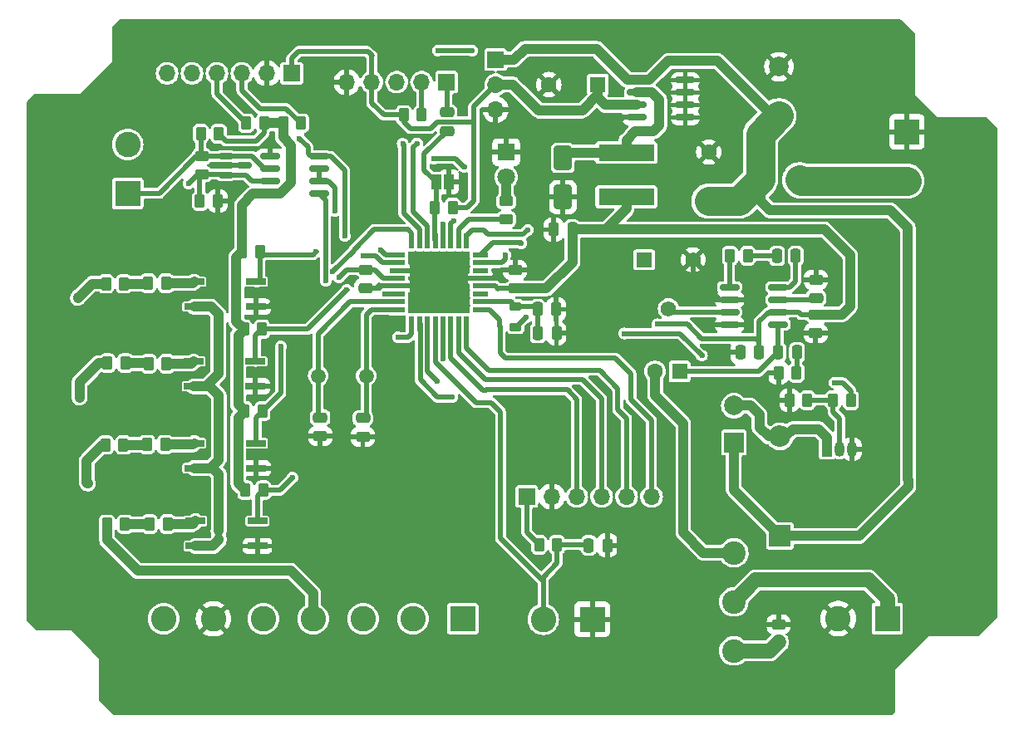
<source format=gbr>
%TF.GenerationSoftware,KiCad,Pcbnew,8.0.3*%
%TF.CreationDate,2025-02-24T14:24:07+05:30*%
%TF.ProjectId,messenger_Project,6d657373-656e-4676-9572-5f50726f6a65,rev?*%
%TF.SameCoordinates,Original*%
%TF.FileFunction,Copper,L1,Top*%
%TF.FilePolarity,Positive*%
%FSLAX46Y46*%
G04 Gerber Fmt 4.6, Leading zero omitted, Abs format (unit mm)*
G04 Created by KiCad (PCBNEW 8.0.3) date 2025-02-24 14:24:07*
%MOMM*%
%LPD*%
G01*
G04 APERTURE LIST*
G04 Aperture macros list*
%AMRoundRect*
0 Rectangle with rounded corners*
0 $1 Rounding radius*
0 $2 $3 $4 $5 $6 $7 $8 $9 X,Y pos of 4 corners*
0 Add a 4 corners polygon primitive as box body*
4,1,4,$2,$3,$4,$5,$6,$7,$8,$9,$2,$3,0*
0 Add four circle primitives for the rounded corners*
1,1,$1+$1,$2,$3*
1,1,$1+$1,$4,$5*
1,1,$1+$1,$6,$7*
1,1,$1+$1,$8,$9*
0 Add four rect primitives between the rounded corners*
20,1,$1+$1,$2,$3,$4,$5,0*
20,1,$1+$1,$4,$5,$6,$7,0*
20,1,$1+$1,$6,$7,$8,$9,0*
20,1,$1+$1,$8,$9,$2,$3,0*%
G04 Aperture macros list end*
%TA.AperFunction,SMDPad,CuDef*%
%ADD10RoundRect,0.250000X-0.250000X-0.475000X0.250000X-0.475000X0.250000X0.475000X-0.250000X0.475000X0*%
%TD*%
%TA.AperFunction,SMDPad,CuDef*%
%ADD11R,2.000000X0.640000*%
%TD*%
%TA.AperFunction,ComponentPad*%
%ADD12R,2.200000X2.200000*%
%TD*%
%TA.AperFunction,ComponentPad*%
%ADD13O,2.200000X2.200000*%
%TD*%
%TA.AperFunction,SMDPad,CuDef*%
%ADD14RoundRect,0.250000X-0.475000X0.250000X-0.475000X-0.250000X0.475000X-0.250000X0.475000X0.250000X0*%
%TD*%
%TA.AperFunction,SMDPad,CuDef*%
%ADD15R,1.600000X0.550000*%
%TD*%
%TA.AperFunction,SMDPad,CuDef*%
%ADD16R,0.550000X1.600000*%
%TD*%
%TA.AperFunction,SMDPad,CuDef*%
%ADD17RoundRect,0.150000X0.825000X0.150000X-0.825000X0.150000X-0.825000X-0.150000X0.825000X-0.150000X0*%
%TD*%
%TA.AperFunction,SMDPad,CuDef*%
%ADD18RoundRect,0.250000X-0.262500X-0.450000X0.262500X-0.450000X0.262500X0.450000X-0.262500X0.450000X0*%
%TD*%
%TA.AperFunction,SMDPad,CuDef*%
%ADD19RoundRect,0.250000X0.262500X0.450000X-0.262500X0.450000X-0.262500X-0.450000X0.262500X-0.450000X0*%
%TD*%
%TA.AperFunction,ComponentPad*%
%ADD20R,1.600000X1.600000*%
%TD*%
%TA.AperFunction,ComponentPad*%
%ADD21C,1.600000*%
%TD*%
%TA.AperFunction,SMDPad,CuDef*%
%ADD22RoundRect,0.250000X0.250000X0.475000X-0.250000X0.475000X-0.250000X-0.475000X0.250000X-0.475000X0*%
%TD*%
%TA.AperFunction,SMDPad,CuDef*%
%ADD23RoundRect,0.250000X-1.000000X-0.650000X1.000000X-0.650000X1.000000X0.650000X-1.000000X0.650000X0*%
%TD*%
%TA.AperFunction,SMDPad,CuDef*%
%ADD24RoundRect,0.250000X0.475000X-0.250000X0.475000X0.250000X-0.475000X0.250000X-0.475000X-0.250000X0*%
%TD*%
%TA.AperFunction,ComponentPad*%
%ADD25R,2.000000X2.000000*%
%TD*%
%TA.AperFunction,ComponentPad*%
%ADD26C,2.000000*%
%TD*%
%TA.AperFunction,ComponentPad*%
%ADD27R,2.600000X2.600000*%
%TD*%
%TA.AperFunction,ComponentPad*%
%ADD28C,2.600000*%
%TD*%
%TA.AperFunction,ComponentPad*%
%ADD29R,1.700000X1.700000*%
%TD*%
%TA.AperFunction,ComponentPad*%
%ADD30O,1.700000X1.700000*%
%TD*%
%TA.AperFunction,SMDPad,CuDef*%
%ADD31RoundRect,0.218750X-0.381250X0.218750X-0.381250X-0.218750X0.381250X-0.218750X0.381250X0.218750X0*%
%TD*%
%TA.AperFunction,ComponentPad*%
%ADD32C,2.400000*%
%TD*%
%TA.AperFunction,SMDPad,CuDef*%
%ADD33R,5.700000X1.700000*%
%TD*%
%TA.AperFunction,SMDPad,CuDef*%
%ADD34RoundRect,0.250000X0.450000X-0.262500X0.450000X0.262500X-0.450000X0.262500X-0.450000X-0.262500X0*%
%TD*%
%TA.AperFunction,SMDPad,CuDef*%
%ADD35RoundRect,0.250000X-0.650000X1.000000X-0.650000X-1.000000X0.650000X-1.000000X0.650000X1.000000X0*%
%TD*%
%TA.AperFunction,ComponentPad*%
%ADD36R,1.560000X1.560000*%
%TD*%
%TA.AperFunction,ComponentPad*%
%ADD37C,1.560000*%
%TD*%
%TA.AperFunction,SMDPad,CuDef*%
%ADD38RoundRect,0.150000X-0.587500X-0.150000X0.587500X-0.150000X0.587500X0.150000X-0.587500X0.150000X0*%
%TD*%
%TA.AperFunction,ComponentPad*%
%ADD39C,1.500000*%
%TD*%
%TA.AperFunction,SMDPad,CuDef*%
%ADD40RoundRect,0.150000X-0.825000X-0.150000X0.825000X-0.150000X0.825000X0.150000X-0.825000X0.150000X0*%
%TD*%
%TA.AperFunction,SMDPad,CuDef*%
%ADD41RoundRect,0.250000X-0.450000X0.262500X-0.450000X-0.262500X0.450000X-0.262500X0.450000X0.262500X0*%
%TD*%
%TA.AperFunction,ComponentPad*%
%ADD42R,1.800000X1.800000*%
%TD*%
%TA.AperFunction,ComponentPad*%
%ADD43C,1.800000*%
%TD*%
%TA.AperFunction,SMDPad,CuDef*%
%ADD44R,1.000000X1.500000*%
%TD*%
%TA.AperFunction,ComponentPad*%
%ADD45R,1.050000X1.500000*%
%TD*%
%TA.AperFunction,ComponentPad*%
%ADD46O,1.050000X1.500000*%
%TD*%
%TA.AperFunction,ViaPad*%
%ADD47C,0.600000*%
%TD*%
%TA.AperFunction,Conductor*%
%ADD48C,0.500000*%
%TD*%
%TA.AperFunction,Conductor*%
%ADD49C,1.000000*%
%TD*%
%TA.AperFunction,Conductor*%
%ADD50C,3.000000*%
%TD*%
%TA.AperFunction,Conductor*%
%ADD51C,1.500000*%
%TD*%
G04 APERTURE END LIST*
D10*
%TO.P,C13,1*%
%TO.N,Net-(U1-AVCC)*%
X145506400Y-85598000D03*
%TO.P,C13,2*%
%TO.N,GND*%
X147406400Y-85598000D03*
%TD*%
D11*
%TO.P,U6,1*%
%TO.N,Net-(R9-Pad2)*%
X110534300Y-99237800D03*
%TO.P,U6,2*%
%TO.N,OUT_GND*%
X110534300Y-101777800D03*
%TO.P,U6,3*%
%TO.N,GND*%
X116834300Y-101777800D03*
%TO.P,U6,4*%
%TO.N,H2S*%
X116834300Y-99237800D03*
%TD*%
D12*
%TO.P,D1,1,K*%
%TO.N,+24V*%
X170205400Y-108712000D03*
D13*
%TO.P,D1,2,A*%
%TO.N,Net-(D1-A)*%
X170205400Y-98552000D03*
%TD*%
D14*
%TO.P,C2,1*%
%TO.N,Net-(U1-XTAL2{slash}PB7)*%
X127711200Y-96687600D03*
%TO.P,C2,2*%
%TO.N,GND*%
X127711200Y-98587600D03*
%TD*%
D11*
%TO.P,U5,1*%
%TO.N,Net-(R10-Pad2)*%
X110665500Y-107188000D03*
%TO.P,U5,2*%
%TO.N,OUT_GND*%
X110665500Y-109728000D03*
%TO.P,U5,3*%
%TO.N,GND*%
X116965500Y-109728000D03*
%TO.P,U5,4*%
%TO.N,FIRE*%
X116965500Y-107188000D03*
%TD*%
D15*
%TO.P,U1,1,PD3*%
%TO.N,H2S*%
X131233600Y-80029400D03*
%TO.P,U1,2,PD4*%
%TO.N,EMG*%
X131233600Y-80829400D03*
%TO.P,U1,3,GND*%
%TO.N,GND*%
X131233600Y-81629400D03*
%TO.P,U1,4,VCC*%
%TO.N,+5V*%
X131233600Y-82429400D03*
%TO.P,U1,5,GND*%
%TO.N,GND*%
X131233600Y-83229400D03*
%TO.P,U1,6,VCC*%
%TO.N,+5V*%
X131233600Y-84029400D03*
%TO.P,U1,7,XTAL1/PB6*%
%TO.N,Net-(U1-XTAL1{slash}PB6)*%
X131233600Y-84829400D03*
%TO.P,U1,8,XTAL2/PB7*%
%TO.N,Net-(U1-XTAL2{slash}PB7)*%
X131233600Y-85629400D03*
D16*
%TO.P,U1,9,PD5*%
%TO.N,ABANDOWN*%
X132683600Y-87079400D03*
%TO.P,U1,10,PD6*%
%TO.N,IN*%
X133483600Y-87079400D03*
%TO.P,U1,11,PD7*%
%TO.N,Relay*%
X134283600Y-87079400D03*
%TO.P,U1,12,PB0*%
%TO.N,MUTE*%
X135083600Y-87079400D03*
%TO.P,U1,13,PB1*%
%TO.N,RXD_S*%
X135883600Y-87079400D03*
%TO.P,U1,14,PB2*%
%TO.N,SS*%
X136683600Y-87079400D03*
%TO.P,U1,15,PB3*%
%TO.N,MOSI*%
X137483600Y-87079400D03*
%TO.P,U1,16,PB4*%
%TO.N,MISO*%
X138283600Y-87079400D03*
D15*
%TO.P,U1,17,PB5*%
%TO.N,SCK*%
X139733600Y-85629400D03*
%TO.P,U1,18,AVCC*%
%TO.N,Net-(U1-AVCC)*%
X139733600Y-84829400D03*
%TO.P,U1,19,ADC6*%
%TO.N,unconnected-(U1-ADC6-Pad19)*%
X139733600Y-84029400D03*
%TO.P,U1,20,AREF*%
%TO.N,+5V*%
X139733600Y-83229400D03*
%TO.P,U1,21,GND*%
%TO.N,GND*%
X139733600Y-82429400D03*
%TO.P,U1,22,ADC7*%
%TO.N,unconnected-(U1-ADC7-Pad22)*%
X139733600Y-81629400D03*
%TO.P,U1,23,PC0*%
%TO.N,PC0*%
X139733600Y-80829400D03*
%TO.P,U1,24,PC1*%
%TO.N,PC1*%
X139733600Y-80029400D03*
D16*
%TO.P,U1,25,PC2*%
%TO.N,RS_MODE*%
X138283600Y-78579400D03*
%TO.P,U1,26,PC3*%
%TO.N,PC3*%
X137483600Y-78579400D03*
%TO.P,U1,27,PC4*%
%TO.N,SDA*%
X136683600Y-78579400D03*
%TO.P,U1,28,PC5*%
%TO.N,SCL*%
X135883600Y-78579400D03*
%TO.P,U1,29,~{RESET}/PC6*%
%TO.N,DTR*%
X135083600Y-78579400D03*
%TO.P,U1,30,PD0*%
%TO.N,RXD*%
X134283600Y-78579400D03*
%TO.P,U1,31,PD1*%
%TO.N,TXD*%
X133483600Y-78579400D03*
%TO.P,U1,32,PD2*%
%TO.N,FIRE*%
X132683600Y-78579400D03*
%TD*%
D17*
%TO.P,U9,1,RO*%
%TO.N,RXD_S*%
X123226600Y-73823600D03*
%TO.P,U9,2,~{RE}*%
%TO.N,RS_MODE*%
X123226600Y-72553600D03*
%TO.P,U9,3,DE*%
X123226600Y-71283600D03*
%TO.P,U9,4,DI*%
%TO.N,PC0*%
X123226600Y-70013600D03*
%TO.P,U9,5,GND*%
%TO.N,GND*%
X118276600Y-70013600D03*
%TO.P,U9,6,A*%
%TO.N,A*%
X118276600Y-71283600D03*
%TO.P,U9,7,B*%
%TO.N,B*%
X118276600Y-72553600D03*
%TO.P,U9,8,VCC*%
%TO.N,+5V*%
X118276600Y-73823600D03*
%TD*%
D14*
%TO.P,C19,1*%
%TO.N,Net-(J5-Pin_1)*%
X136296400Y-65521800D03*
%TO.P,C19,2*%
%TO.N,DTR*%
X136296400Y-67421800D03*
%TD*%
D18*
%TO.P,R8,1*%
%TO.N,Net-(J7-Pin_3)*%
X101500300Y-99415600D03*
%TO.P,R8,2*%
%TO.N,Net-(R8-Pad2)*%
X103325300Y-99415600D03*
%TD*%
D19*
%TO.P,R20,1*%
%TO.N,EMG*%
X117232550Y-79693650D03*
%TO.P,R20,2*%
%TO.N,+5V*%
X115407550Y-79693650D03*
%TD*%
%TO.P,R4,1*%
%TO.N,Relay*%
X177442500Y-94869000D03*
%TO.P,R4,2*%
%TO.N,Net-(Q1-B)*%
X175617500Y-94869000D03*
%TD*%
D20*
%TO.P,C22,1*%
%TO.N,+5V*%
X151659651Y-62687200D03*
D21*
%TO.P,C22,2*%
%TO.N,GND*%
X146659651Y-62687200D03*
%TD*%
D22*
%TO.P,C7,1*%
%TO.N,+5V*%
X168082000Y-89992200D03*
%TO.P,C7,2*%
%TO.N,GND*%
X166182000Y-89992200D03*
%TD*%
D23*
%TO.P,D3,1,K*%
%TO.N,+24V*%
X168230800Y-72390000D03*
%TO.P,D3,2,A*%
%TO.N,Net-(D3-A)*%
X172230800Y-72390000D03*
%TD*%
D24*
%TO.P,C3,1*%
%TO.N,GND*%
X128041400Y-83459400D03*
%TO.P,C3,2*%
%TO.N,+5V*%
X128041400Y-81559400D03*
%TD*%
D25*
%TO.P,C20,1*%
%TO.N,+24V*%
X170103800Y-65867677D03*
D26*
%TO.P,C20,2*%
%TO.N,GND*%
X170103800Y-60867677D03*
%TD*%
D27*
%TO.P,J4,1,Pin_1*%
%TO.N,A*%
X103759000Y-73787000D03*
D28*
%TO.P,J4,2,Pin_2*%
%TO.N,B*%
X103759000Y-68787000D03*
%TD*%
D19*
%TO.P,R15,1*%
%TO.N,RXD*%
X133703700Y-65786000D03*
%TO.P,R15,2*%
%TO.N,+5V*%
X131878700Y-65786000D03*
%TD*%
D22*
%TO.P,C9,1*%
%TO.N,Net-(C9-Pad1)*%
X171942800Y-89966800D03*
%TO.P,C9,2*%
%TO.N,Net-(C10-Pad1)*%
X170042800Y-89966800D03*
%TD*%
D19*
%TO.P,R16,1*%
%TO.N,MUTE*%
X147495900Y-109601000D03*
%TO.P,R16,2*%
%TO.N,+5V*%
X145670900Y-109601000D03*
%TD*%
D18*
%TO.P,R14,1*%
%TO.N,Net-(R13-Pad2)*%
X105894500Y-91135200D03*
%TO.P,R14,2*%
%TO.N,Net-(R14-Pad2)*%
X107719500Y-91135200D03*
%TD*%
D24*
%TO.P,C8,1*%
%TO.N,Net-(U2-BYPASS)*%
X173863000Y-84465200D03*
%TO.P,C8,2*%
%TO.N,GND*%
X173863000Y-82565200D03*
%TD*%
D29*
%TO.P,J5,1,Pin_1*%
%TO.N,Net-(J5-Pin_1)*%
X136245600Y-62433200D03*
D30*
%TO.P,J5,2,Pin_2*%
%TO.N,RXD*%
X133705600Y-62433200D03*
%TO.P,J5,3,Pin_3*%
%TO.N,TXD*%
X131165600Y-62433200D03*
%TO.P,J5,4,Pin_4*%
%TO.N,+5V*%
X128625600Y-62433200D03*
%TO.P,J5,5,Pin_5*%
%TO.N,GND*%
X126085600Y-62433200D03*
%TD*%
D19*
%TO.P,R22,1*%
%TO.N,GND*%
X112926500Y-74549000D03*
%TO.P,R22,2*%
%TO.N,B*%
X111101500Y-74549000D03*
%TD*%
D18*
%TO.P,R24,1*%
%TO.N,SCL*%
X115825900Y-66624200D03*
%TO.P,R24,2*%
%TO.N,+5V*%
X117650900Y-66624200D03*
%TD*%
D19*
%TO.P,R12,1*%
%TO.N,FIRE*%
X117572800Y-104038400D03*
%TO.P,R12,2*%
%TO.N,+5V*%
X115747800Y-104038400D03*
%TD*%
D31*
%TO.P,FB1,1*%
%TO.N,Net-(U1-AVCC)*%
X143281400Y-85272100D03*
%TO.P,FB1,2*%
%TO.N,+5V*%
X143281400Y-87397100D03*
%TD*%
D19*
%TO.P,R17,1*%
%TO.N,ABANDOWN*%
X117440100Y-87630000D03*
%TO.P,R17,2*%
%TO.N,+5V*%
X115615100Y-87630000D03*
%TD*%
D32*
%TO.P,K1,11*%
%TO.N,Net-(J1-Pin_1)*%
X165506400Y-115417600D03*
%TO.P,K1,12*%
%TO.N,OUT*%
X165506400Y-110417600D03*
%TO.P,K1,14*%
%TO.N,Net-(K1-Pad14)*%
X165506400Y-120417600D03*
D25*
%TO.P,K1,A1*%
%TO.N,+24V*%
X165506400Y-99167600D03*
D26*
%TO.P,K1,A2*%
%TO.N,Net-(D1-A)*%
X165506400Y-95417600D03*
%TD*%
D18*
%TO.P,R7,1*%
%TO.N,Net-(J7-Pin_4)*%
X101654600Y-107518200D03*
%TO.P,R7,2*%
%TO.N,Net-(R10-Pad1)*%
X103479600Y-107518200D03*
%TD*%
%TO.P,R10,1*%
%TO.N,Net-(R10-Pad1)*%
X105994200Y-107492800D03*
%TO.P,R10,2*%
%TO.N,Net-(R10-Pad2)*%
X107819200Y-107492800D03*
%TD*%
D29*
%TO.P,J2,1,Pin_1*%
%TO.N,+24V*%
X141249400Y-60147200D03*
D30*
%TO.P,J2,2,Pin_2*%
%TO.N,+5V*%
X141249400Y-62687200D03*
%TO.P,J2,3,Pin_3*%
%TO.N,GND*%
X141249400Y-65227200D03*
%TD*%
D11*
%TO.P,U8,1*%
%TO.N,Net-(R19-Pad2)*%
X110532800Y-82778600D03*
%TO.P,U8,2*%
%TO.N,OUT_GND*%
X110532800Y-85318600D03*
%TO.P,U8,3*%
%TO.N,GND*%
X116832800Y-85318600D03*
%TO.P,U8,4*%
%TO.N,EMG*%
X116832800Y-82778600D03*
%TD*%
D14*
%TO.P,C5,1*%
%TO.N,GND*%
X143230600Y-81574600D03*
%TO.P,C5,2*%
%TO.N,+5V*%
X143230600Y-83474600D03*
%TD*%
D27*
%TO.P,J3,1,Pin_1*%
%TO.N,GND*%
X151090000Y-117195400D03*
D28*
%TO.P,J3,2,Pin_2*%
%TO.N,MUTE*%
X146090000Y-117195400D03*
%TD*%
D18*
%TO.P,R2,1*%
%TO.N,GND*%
X170053000Y-92075000D03*
%TO.P,R2,2*%
%TO.N,Net-(C9-Pad1)*%
X171878000Y-92075000D03*
%TD*%
D33*
%TO.P,L1,1,1*%
%TO.N,Net-(D4-K)*%
X154565600Y-69632000D03*
%TO.P,L1,2,2*%
%TO.N,+5V*%
X154565600Y-74132000D03*
%TD*%
D14*
%TO.P,C1,1*%
%TO.N,Net-(U1-XTAL1{slash}PB6)*%
X123367800Y-96611400D03*
%TO.P,C1,2*%
%TO.N,GND*%
X123367800Y-98511400D03*
%TD*%
D18*
%TO.P,R19,1*%
%TO.N,Net-(R18-Pad2)*%
X105841800Y-82931000D03*
%TO.P,R19,2*%
%TO.N,Net-(R19-Pad2)*%
X107666800Y-82931000D03*
%TD*%
D34*
%TO.P,R6,1*%
%TO.N,Net-(K1-Pad14)*%
X170053000Y-119528600D03*
%TO.P,R6,2*%
%TO.N,GND*%
X170053000Y-117703600D03*
%TD*%
D21*
%TO.P,C21,1*%
%TO.N,+24V*%
X162966400Y-74559800D03*
%TO.P,C21,2*%
%TO.N,GND*%
X162966400Y-69559800D03*
%TD*%
D35*
%TO.P,D4,1,K*%
%TO.N,Net-(D4-K)*%
X148088600Y-70161400D03*
%TO.P,D4,2,A*%
%TO.N,GND*%
X148088600Y-74161400D03*
%TD*%
D27*
%TO.P,J11,1,Pin_1*%
%TO.N,GND*%
X183133800Y-67502400D03*
D28*
%TO.P,J11,2,Pin_2*%
%TO.N,Net-(D3-A)*%
X183133800Y-72502400D03*
%TD*%
D36*
%TO.P,RV1,1,1*%
%TO.N,IN*%
X156351600Y-80538600D03*
D37*
%TO.P,RV1,2,2*%
%TO.N,Net-(U2-+)*%
X158851600Y-85538600D03*
%TO.P,RV1,3,3*%
%TO.N,GND*%
X161351600Y-80538600D03*
%TD*%
D29*
%TO.P,J8,1,Pin_1*%
%TO.N,+5V*%
X144424400Y-104673400D03*
D30*
%TO.P,J8,2,Pin_2*%
%TO.N,GND*%
X146964400Y-104673400D03*
%TO.P,J8,3,Pin_3*%
%TO.N,SS*%
X149504400Y-104673400D03*
%TO.P,J8,4,Pin_4*%
%TO.N,MOSI*%
X152044400Y-104673400D03*
%TO.P,J8,5,Pin_5*%
%TO.N,MISO*%
X154584400Y-104673400D03*
%TO.P,J8,6,Pin_6*%
%TO.N,SCK*%
X157124400Y-104673400D03*
%TD*%
D22*
%TO.P,C23,1*%
%TO.N,+5V*%
X149057400Y-77470000D03*
%TO.P,C23,2*%
%TO.N,GND*%
X147157400Y-77470000D03*
%TD*%
D14*
%TO.P,C6,1*%
%TO.N,+5V*%
X173837600Y-86146600D03*
%TO.P,C6,2*%
%TO.N,GND*%
X173837600Y-88046600D03*
%TD*%
D10*
%TO.P,C12,1*%
%TO.N,Net-(U1-AVCC)*%
X145542000Y-88036400D03*
%TO.P,C12,2*%
%TO.N,GND*%
X147442000Y-88036400D03*
%TD*%
D19*
%TO.P,R11,1*%
%TO.N,H2S*%
X117494700Y-95986600D03*
%TO.P,R11,2*%
%TO.N,+5V*%
X115669700Y-95986600D03*
%TD*%
D18*
%TO.P,R5,1*%
%TO.N,GND*%
X171174400Y-94869000D03*
%TO.P,R5,2*%
%TO.N,Net-(Q1-B)*%
X172999400Y-94869000D03*
%TD*%
D29*
%TO.P,J6,1,Pin_1*%
%TO.N,+5V*%
X120472200Y-61544200D03*
D30*
%TO.P,J6,2,Pin_2*%
%TO.N,GND*%
X117932200Y-61544200D03*
%TO.P,J6,3,Pin_3*%
%TO.N,SDA*%
X115392200Y-61544200D03*
%TO.P,J6,4,Pin_4*%
%TO.N,SCL*%
X112852200Y-61544200D03*
%TO.P,J6,5,Pin_5*%
%TO.N,PC0*%
X110312200Y-61544200D03*
%TO.P,J6,6,Pin_6*%
%TO.N,PC1*%
X107772200Y-61544200D03*
%TD*%
D18*
%TO.P,R1,1*%
%TO.N,DTR*%
X135051800Y-75234800D03*
%TO.P,R1,2*%
%TO.N,+5V*%
X136876800Y-75234800D03*
%TD*%
D38*
%TO.P,D2,1,A1*%
%TO.N,A*%
X113768900Y-69992200D03*
%TO.P,D2,2,A2*%
%TO.N,B*%
X113768900Y-71892200D03*
%TO.P,D2,3,common*%
%TO.N,GND*%
X115643900Y-70942200D03*
%TD*%
D11*
%TO.P,U7,1*%
%TO.N,Net-(R14-Pad2)*%
X110482000Y-90906600D03*
%TO.P,U7,2*%
%TO.N,OUT_GND*%
X110482000Y-93446600D03*
%TO.P,U7,3*%
%TO.N,GND*%
X116782000Y-93446600D03*
%TO.P,U7,4*%
%TO.N,ABANDOWN*%
X116782000Y-90906600D03*
%TD*%
D39*
%TO.P,Y1,1,1*%
%TO.N,Net-(U1-XTAL1{slash}PB6)*%
X123178400Y-92379800D03*
%TO.P,Y1,2,2*%
%TO.N,Net-(U1-XTAL2{slash}PB7)*%
X128058400Y-92379800D03*
%TD*%
D18*
%TO.P,R18,1*%
%TO.N,Net-(J7-Pin_1)*%
X101553000Y-82981800D03*
%TO.P,R18,2*%
%TO.N,Net-(R18-Pad2)*%
X103378000Y-82981800D03*
%TD*%
D19*
%TO.P,R25,1*%
%TO.N,SDA*%
X121410100Y-66624200D03*
%TO.P,R25,2*%
%TO.N,+5V*%
X119585100Y-66624200D03*
%TD*%
D40*
%TO.P,U2,1,GAIN*%
%TO.N,Net-(R3-Pad1)*%
X165063400Y-83337400D03*
%TO.P,U2,2,-*%
%TO.N,GND*%
X165063400Y-84607400D03*
%TO.P,U2,3,+*%
%TO.N,Net-(U2-+)*%
X165063400Y-85877400D03*
%TO.P,U2,4,GND*%
%TO.N,GND*%
X165063400Y-87147400D03*
%TO.P,U2,5*%
%TO.N,Net-(C10-Pad1)*%
X170013400Y-87147400D03*
%TO.P,U2,6,V+*%
%TO.N,+5V*%
X170013400Y-85877400D03*
%TO.P,U2,7,BYPASS*%
%TO.N,Net-(U2-BYPASS)*%
X170013400Y-84607400D03*
%TO.P,U2,8,GAIN*%
%TO.N,Net-(C11-Pad1)*%
X170013400Y-83337400D03*
%TD*%
D27*
%TO.P,J1,1,Pin_1*%
%TO.N,Net-(J1-Pin_1)*%
X181138200Y-117119200D03*
D28*
%TO.P,J1,2,Pin_2*%
%TO.N,GND*%
X176138200Y-117119200D03*
%TD*%
D40*
%TO.P,U10,1,VIN*%
%TO.N,+24V*%
X155610000Y-62230000D03*
%TO.P,U10,2,OUT*%
%TO.N,Net-(D4-K)*%
X155610000Y-63500000D03*
%TO.P,U10,3,FB*%
%TO.N,+5V*%
X155610000Y-64770000D03*
%TO.P,U10,4,~{EN}*%
%TO.N,GND*%
X155610000Y-66040000D03*
%TO.P,U10,5,GND*%
X160560000Y-66040000D03*
%TO.P,U10,6,GND*%
X160560000Y-64770000D03*
%TO.P,U10,7,GND*%
X160560000Y-63500000D03*
%TO.P,U10,8,GND*%
X160560000Y-62230000D03*
%TD*%
D22*
%TO.P,C11,1*%
%TO.N,Net-(C11-Pad1)*%
X171815800Y-80162400D03*
%TO.P,C11,2*%
%TO.N,Net-(C11-Pad2)*%
X169915800Y-80162400D03*
%TD*%
D18*
%TO.P,R21,1*%
%TO.N,A*%
X111203100Y-67691000D03*
%TO.P,R21,2*%
%TO.N,+5V*%
X113028100Y-67691000D03*
%TD*%
D41*
%TO.P,R23,1*%
%TO.N,A*%
X111314700Y-70005300D03*
%TO.P,R23,2*%
%TO.N,B*%
X111314700Y-71830300D03*
%TD*%
%TO.P,R26,1*%
%TO.N,Net-(D5-A)*%
X142316200Y-74576300D03*
%TO.P,R26,2*%
%TO.N,PC3*%
X142316200Y-76401300D03*
%TD*%
D22*
%TO.P,C18,1*%
%TO.N,GND*%
X152613400Y-109651800D03*
%TO.P,C18,2*%
%TO.N,MUTE*%
X150713400Y-109651800D03*
%TD*%
D42*
%TO.P,D5,1,K*%
%TO.N,GND*%
X142316200Y-69570600D03*
D43*
%TO.P,D5,2,A*%
%TO.N,Net-(D5-A)*%
X142316200Y-72110600D03*
%TD*%
D18*
%TO.P,R13,1*%
%TO.N,Net-(J7-Pin_2)*%
X101705400Y-91084400D03*
%TO.P,R13,2*%
%TO.N,Net-(R13-Pad2)*%
X103530400Y-91084400D03*
%TD*%
D27*
%TO.P,J7,1,Pin_1*%
%TO.N,Net-(J7-Pin_1)*%
X137896600Y-117144800D03*
D28*
%TO.P,J7,2,Pin_2*%
%TO.N,Net-(J7-Pin_2)*%
X132816600Y-117144800D03*
%TO.P,J7,3,Pin_3*%
%TO.N,Net-(J7-Pin_3)*%
X127736600Y-117144800D03*
%TO.P,J7,4,Pin_4*%
%TO.N,Net-(J7-Pin_4)*%
X122656600Y-117144800D03*
%TO.P,J7,5,Pin_5*%
%TO.N,OUT_GND*%
X117576600Y-117144800D03*
%TO.P,J7,6,Pin_6*%
%TO.N,GND*%
X112496600Y-117144800D03*
%TO.P,J7,7,Pin_7*%
%TO.N,+24V*%
X107416600Y-117144800D03*
%TD*%
D18*
%TO.P,R3,1*%
%TO.N,Net-(R3-Pad1)*%
X165101900Y-80137000D03*
%TO.P,R3,2*%
%TO.N,Net-(C11-Pad2)*%
X166926900Y-80137000D03*
%TD*%
D44*
%TO.P,JP1,1,A*%
%TO.N,DTR*%
X135199600Y-72618600D03*
%TO.P,JP1,2,B*%
%TO.N,GND*%
X136499600Y-72618600D03*
%TD*%
D18*
%TO.P,R9,1*%
%TO.N,Net-(R8-Pad2)*%
X105740200Y-99390200D03*
%TO.P,R9,2*%
%TO.N,Net-(R9-Pad2)*%
X107565200Y-99390200D03*
%TD*%
D45*
%TO.P,Q1,1,C*%
%TO.N,Net-(D1-A)*%
X175006000Y-99851800D03*
D46*
%TO.P,Q1,2,B*%
%TO.N,Net-(Q1-B)*%
X176276000Y-99851800D03*
%TO.P,Q1,3,E*%
%TO.N,GND*%
X177546000Y-99851800D03*
%TD*%
D20*
%TO.P,C10,1*%
%TO.N,Net-(C10-Pad1)*%
X159980513Y-91922600D03*
D21*
%TO.P,C10,2*%
%TO.N,OUT*%
X157480513Y-91922600D03*
%TD*%
D47*
%TO.N,GND*%
X133908800Y-81229200D03*
X163068000Y-87503000D03*
X119811800Y-83210400D03*
X153492200Y-66776600D03*
X112877600Y-70916800D03*
X137134600Y-81229200D03*
X113893600Y-70916800D03*
X118276600Y-70013600D03*
X146024600Y-107416600D03*
X146126200Y-101346000D03*
X133959600Y-84861400D03*
X153974800Y-66294000D03*
X137820400Y-72669400D03*
X147701000Y-101447600D03*
X147955000Y-107442000D03*
X118287800Y-69088000D03*
X137236200Y-84861400D03*
X163741100Y-89623900D03*
%TO.N,+5V*%
X144348200Y-86385400D03*
X157708600Y-87122000D03*
X155651200Y-74269600D03*
X129946400Y-84023200D03*
X153289000Y-74269600D03*
X125272800Y-82346800D03*
X144576800Y-83474600D03*
X118668800Y-66624200D03*
%TO.N,B*%
X109956600Y-72771000D03*
%TO.N,TXD*%
X131775200Y-68732400D03*
%TO.N,RXD*%
X133223000Y-68681600D03*
%TO.N,OUT_GND*%
X113004600Y-108204000D03*
X113030000Y-108991400D03*
%TO.N,Net-(J7-Pin_1)*%
X98704400Y-84353400D03*
%TO.N,Net-(J7-Pin_3)*%
X99669600Y-103276400D03*
%TO.N,Net-(J7-Pin_2)*%
X98882200Y-94538800D03*
%TO.N,Relay*%
X162255200Y-90322400D03*
X135305800Y-92964000D03*
X154355800Y-88061800D03*
X175793400Y-93065600D03*
%TO.N,H2S*%
X129565400Y-79552800D03*
X119354600Y-89382600D03*
%TO.N,FIRE*%
X120548400Y-102768400D03*
X124651200Y-81737200D03*
%TO.N,ABANDOWN*%
X126085600Y-83616800D03*
X131292600Y-88442800D03*
%TO.N,EMG*%
X122936000Y-79730600D03*
X127762000Y-80137000D03*
%TO.N,SCL*%
X135915400Y-76962000D03*
%TO.N,SDA*%
X135356600Y-59207400D03*
X136982200Y-76606400D03*
X138861800Y-59232800D03*
%TO.N,IN*%
X136829800Y-94538800D03*
%TO.N,RS_MODE*%
X134975600Y-70231000D03*
X124891800Y-75539600D03*
X138074400Y-71069200D03*
X144500600Y-77495400D03*
%TO.N,PC1*%
X143865600Y-78867000D03*
%TO.N,PC0*%
X125882400Y-78130400D03*
X142214600Y-80060800D03*
X121234200Y-68173600D03*
%TO.N,RXD_S*%
X123940000Y-82702400D03*
X135839200Y-90601800D03*
%TD*%
D48*
%TO.N,GND*%
X163068000Y-87503000D02*
X163423600Y-87147400D01*
X118186200Y-85318600D02*
X119634000Y-83870800D01*
X119634000Y-83870800D02*
X119811800Y-83693000D01*
X137845800Y-72669400D02*
X137820400Y-72644000D01*
X133045200Y-82905600D02*
X132765800Y-83185000D01*
X119811800Y-83693000D02*
X119811800Y-83210400D01*
X118287800Y-70002400D02*
X118276600Y-70013600D01*
X128041400Y-83459400D02*
X129138600Y-83459400D01*
X129368600Y-83229400D02*
X131233600Y-83229400D01*
X153974800Y-66294000D02*
X153974800Y-66319400D01*
X164109400Y-89992200D02*
X166182000Y-89992200D01*
X129138600Y-83459400D02*
X129368600Y-83229400D01*
X161351600Y-81870599D02*
X161351600Y-80538600D01*
X131233600Y-81629400D02*
X132658000Y-81629400D01*
X163423600Y-87147400D02*
X165063400Y-87147400D01*
X137820400Y-72644000D02*
X137820400Y-72669400D01*
X136499600Y-72618600D02*
X137795000Y-72618600D01*
X163741100Y-89623900D02*
X164109400Y-89992200D01*
X165063400Y-84607400D02*
X164088401Y-84607400D01*
X137820400Y-72669400D02*
X137845800Y-72669400D01*
X133045200Y-82016600D02*
X133045200Y-82905600D01*
X153517600Y-66776600D02*
X153492200Y-66776600D01*
X140963600Y-82429400D02*
X141818400Y-81574600D01*
X164088401Y-84607400D02*
X161351600Y-81870599D01*
X115643900Y-70942200D02*
X113919000Y-70942200D01*
X154000200Y-66294000D02*
X153974800Y-66294000D01*
X155610000Y-66040000D02*
X154254200Y-66040000D01*
X113893600Y-70916800D02*
X112877600Y-70916800D01*
X153492200Y-66802000D02*
X153466800Y-66827400D01*
X132696000Y-83229400D02*
X131233600Y-83229400D01*
X118287800Y-69088000D02*
X118287800Y-70002400D01*
X116832800Y-85318600D02*
X118186200Y-85318600D01*
X141818400Y-81574600D02*
X143230600Y-81574600D01*
X132765800Y-83185000D02*
X132740400Y-83185000D01*
X132740400Y-83185000D02*
X132696000Y-83229400D01*
X153492200Y-66776600D02*
X153492200Y-66802000D01*
X137795000Y-72618600D02*
X137820400Y-72644000D01*
X153974800Y-66319400D02*
X153517600Y-66776600D01*
X119811800Y-83210400D02*
X119811800Y-83159600D01*
X154254200Y-66040000D02*
X154000200Y-66294000D01*
X113919000Y-70942200D02*
X113893600Y-70916800D01*
X132658000Y-81629400D02*
X133045200Y-82016600D01*
X139733600Y-82429400D02*
X140963600Y-82429400D01*
%TO.N,Net-(U1-XTAL1{slash}PB6)*%
X123178400Y-96422000D02*
X123367800Y-96611400D01*
X123178400Y-92379800D02*
X123178400Y-96422000D01*
X123178400Y-88073400D02*
X123178400Y-92379800D01*
X131233600Y-84829400D02*
X126422400Y-84829400D01*
X126422400Y-84829400D02*
X123178400Y-88073400D01*
%TO.N,Net-(U1-XTAL2{slash}PB7)*%
X128058400Y-96340400D02*
X127711200Y-96687600D01*
X128058400Y-86148400D02*
X128058400Y-92379800D01*
X131233600Y-85629400D02*
X128594200Y-85629400D01*
X128075200Y-86148400D02*
X128058400Y-86148400D01*
X128594200Y-85629400D02*
X128075200Y-86148400D01*
X128058400Y-92379800D02*
X128058400Y-96340400D01*
%TO.N,+5V*%
X121158000Y-59309000D02*
X128219200Y-59309000D01*
X168082000Y-88859400D02*
X168082000Y-89992200D01*
X141467800Y-83474600D02*
X143230600Y-83474600D01*
D49*
X154565600Y-75355200D02*
X152450800Y-77470000D01*
D48*
X116814600Y-68427600D02*
X117650900Y-67591300D01*
X131878700Y-65786000D02*
X129844800Y-65786000D01*
X143336500Y-87397100D02*
X144348200Y-86385400D01*
D49*
X120421400Y-72653799D02*
X120421400Y-68884800D01*
D48*
X167792400Y-88569800D02*
X168082000Y-88859400D01*
X139014200Y-74523600D02*
X139014200Y-66471800D01*
X120472200Y-61544200D02*
X120472200Y-59994800D01*
D49*
X115036600Y-96619700D02*
X115036600Y-103327200D01*
D48*
X143230600Y-83474600D02*
X144282200Y-83474600D01*
D49*
X115407550Y-74940050D02*
X115407550Y-79693650D01*
X143002000Y-62687200D02*
X141249400Y-62687200D01*
D48*
X170013400Y-85877400D02*
X172135800Y-85877400D01*
D49*
X118276600Y-73823600D02*
X116524000Y-73823600D01*
X149057400Y-80812600D02*
X146395400Y-83474600D01*
D48*
X129844800Y-65786000D02*
X128625600Y-64566800D01*
X132537200Y-67157600D02*
X134569200Y-67157600D01*
X135255000Y-66471800D02*
X139014200Y-66471800D01*
X129768600Y-82423000D02*
X130073400Y-82423000D01*
X172405000Y-86146600D02*
X173837600Y-86146600D01*
D49*
X120421400Y-68884800D02*
X119585100Y-68048500D01*
X115407550Y-79693650D02*
X114833400Y-80267800D01*
X174752000Y-77470000D02*
X177368200Y-80086200D01*
D48*
X128041400Y-81559400D02*
X126085600Y-81559400D01*
X129952600Y-84029400D02*
X129946400Y-84023200D01*
X120472200Y-59994800D02*
X121158000Y-59309000D01*
X141452600Y-83489800D02*
X141467800Y-83474600D01*
X128905000Y-81559400D02*
X129768600Y-82423000D01*
D49*
X115011200Y-88233900D02*
X115011200Y-95328100D01*
D48*
X141192200Y-83229400D02*
X141452600Y-83489800D01*
X125298200Y-82346800D02*
X125272800Y-82346800D01*
X162204400Y-88569800D02*
X167792400Y-88569800D01*
X128625600Y-64566800D02*
X128625600Y-62433200D01*
D49*
X176489400Y-86146600D02*
X173837600Y-86146600D01*
D48*
X126085600Y-81559400D02*
X125298200Y-82346800D01*
D49*
X115747800Y-104038400D02*
X115697000Y-104038400D01*
D48*
X143281400Y-87397100D02*
X143336500Y-87397100D01*
X134569200Y-67157600D02*
X135255000Y-66471800D01*
D49*
X177368200Y-80086200D02*
X177368200Y-85267800D01*
X115011200Y-95328100D02*
X115669700Y-95986600D01*
D48*
X139733600Y-83229400D02*
X141192200Y-83229400D01*
X139014200Y-64922400D02*
X141249400Y-62687200D01*
X138303000Y-75234800D02*
X139014200Y-74523600D01*
D49*
X152450800Y-77470000D02*
X174752000Y-77470000D01*
D48*
X128625600Y-59766200D02*
X128625600Y-62433200D01*
D49*
X115669700Y-95986600D02*
X115036600Y-96619700D01*
D48*
X168082000Y-86833801D02*
X169038401Y-85877400D01*
X128219200Y-59309000D02*
X128651000Y-59740800D01*
D49*
X114833400Y-86848300D02*
X115615100Y-87630000D01*
X151659651Y-63732349D02*
X150063200Y-65328800D01*
X119585100Y-68048500D02*
X119585100Y-66624200D01*
X118668800Y-66624200D02*
X117650900Y-66624200D01*
D48*
X113028100Y-67691000D02*
X113764700Y-68427600D01*
X169038401Y-85877400D02*
X170013400Y-85877400D01*
D49*
X154565600Y-74132000D02*
X154565600Y-75355200D01*
X151659651Y-64004251D02*
X151659651Y-62687200D01*
X150063200Y-65328800D02*
X145643600Y-65328800D01*
X149057400Y-77470000D02*
X149057400Y-80812600D01*
D48*
X113764700Y-68427600D02*
X116814600Y-68427600D01*
D49*
X177368200Y-85267800D02*
X176489400Y-86146600D01*
D48*
X130073400Y-82423000D02*
X130079800Y-82429400D01*
X131878700Y-66499100D02*
X132537200Y-67157600D01*
D49*
X115036600Y-103327200D02*
X115747800Y-104038400D01*
D48*
X144424400Y-108354500D02*
X145670900Y-109601000D01*
X131233600Y-84029400D02*
X129952600Y-84029400D01*
X125272800Y-82346800D02*
X125272800Y-82372200D01*
D49*
X118276600Y-73823600D02*
X119251599Y-73823600D01*
D48*
X130079800Y-82429400D02*
X131233600Y-82429400D01*
X168082000Y-89992200D02*
X168082000Y-86833801D01*
X160756600Y-87122000D02*
X162204400Y-88569800D01*
D49*
X155610000Y-64770000D02*
X152425400Y-64770000D01*
D48*
X144348200Y-86385400D02*
X144322800Y-86410800D01*
D49*
X151659651Y-62687200D02*
X151659651Y-63732349D01*
D48*
X144424400Y-104673400D02*
X144424400Y-108354500D01*
D49*
X146395400Y-83474600D02*
X143230600Y-83474600D01*
X116524000Y-73823600D02*
X115407550Y-74940050D01*
D48*
X117650900Y-67591300D02*
X117650900Y-66624200D01*
D49*
X114833400Y-80267800D02*
X114833400Y-86848300D01*
D48*
X136876800Y-75234800D02*
X138303000Y-75234800D01*
D49*
X119585100Y-66624200D02*
X118668800Y-66624200D01*
D48*
X128651000Y-59740800D02*
X128625600Y-59766200D01*
D49*
X115615100Y-87630000D02*
X115011200Y-88233900D01*
D48*
X125272800Y-82372200D02*
X125272800Y-82372200D01*
X157708600Y-87122000D02*
X160756600Y-87122000D01*
D49*
X152450800Y-77470000D02*
X149057400Y-77470000D01*
X145643600Y-65328800D02*
X143002000Y-62687200D01*
X152425400Y-64770000D02*
X151659651Y-64004251D01*
D48*
X139014200Y-66471800D02*
X139014200Y-64922400D01*
X172135800Y-85877400D02*
X172405000Y-86146600D01*
X128041400Y-81559400D02*
X128905000Y-81559400D01*
X131878700Y-65786000D02*
X131878700Y-66499100D01*
D49*
X119251599Y-73823600D02*
X120421400Y-72653799D01*
D48*
%TO.N,Net-(U2-BYPASS)*%
X173720800Y-84607400D02*
X173863000Y-84465200D01*
X170013400Y-84607400D02*
X173720800Y-84607400D01*
%TO.N,Net-(C10-Pad1)*%
X168087000Y-91922600D02*
X159980513Y-91922600D01*
X170042800Y-89966800D02*
X168087000Y-91922600D01*
X170013400Y-87147400D02*
X170013400Y-89937400D01*
X170013400Y-89937400D02*
X170042800Y-89966800D01*
%TO.N,Net-(C9-Pad1)*%
X171942800Y-92010200D02*
X171878000Y-92075000D01*
X171942800Y-89966800D02*
X171942800Y-92010200D01*
D49*
%TO.N,OUT*%
X160350200Y-108356400D02*
X162407600Y-110413800D01*
X157480513Y-94361513D02*
X160350200Y-97231200D01*
X162407600Y-110413800D02*
X162966400Y-110413800D01*
X157480513Y-91922600D02*
X157480513Y-94361513D01*
X162970200Y-110417600D02*
X165506400Y-110417600D01*
X162966400Y-110413800D02*
X162970200Y-110417600D01*
X160350200Y-97231200D02*
X160350200Y-108356400D01*
D48*
%TO.N,Net-(C11-Pad1)*%
X171815800Y-82743000D02*
X171221400Y-83337400D01*
X171221400Y-83337400D02*
X170013400Y-83337400D01*
X171815800Y-80162400D02*
X171815800Y-82743000D01*
%TO.N,Net-(C11-Pad2)*%
X166926900Y-80137000D02*
X169890400Y-80137000D01*
X169890400Y-80137000D02*
X169915800Y-80162400D01*
%TO.N,Net-(U1-AVCC)*%
X145506400Y-85598000D02*
X145506400Y-88000800D01*
X143281400Y-85272100D02*
X142838700Y-84829400D01*
X143281400Y-85272100D02*
X145180500Y-85272100D01*
X145180500Y-85272100D02*
X145506400Y-85598000D01*
X145506400Y-88000800D02*
X145542000Y-88036400D01*
X142838700Y-84829400D02*
X139733600Y-84829400D01*
%TO.N,MUTE*%
X146090000Y-117195400D02*
X146090000Y-112913800D01*
X140792200Y-95097600D02*
X139242800Y-95097600D01*
X146090000Y-117195400D02*
X146090000Y-113298600D01*
X135083600Y-90938400D02*
X135083600Y-87079400D01*
X146090000Y-112913800D02*
X147495900Y-111507900D01*
X147495900Y-109601000D02*
X150662600Y-109601000D01*
X139242800Y-95097600D02*
X135083600Y-90938400D01*
X141757400Y-108966000D02*
X141757400Y-96062800D01*
X150662600Y-109601000D02*
X150713400Y-109651800D01*
X147495900Y-111507900D02*
X147495900Y-109601000D01*
X146090000Y-113298600D02*
X141757400Y-108966000D01*
X141757400Y-96062800D02*
X140792200Y-95097600D01*
%TO.N,DTR*%
X136296400Y-67421800D02*
X133959600Y-69758600D01*
X135199600Y-75087000D02*
X135051800Y-75234800D01*
X135051800Y-78547600D02*
X135083600Y-78579400D01*
X133959600Y-69758600D02*
X133959600Y-71378600D01*
X135199600Y-72618600D02*
X135199600Y-75087000D01*
X133959600Y-71378600D02*
X135199600Y-72618600D01*
X135051800Y-75234800D02*
X135051800Y-78547600D01*
%TO.N,Net-(J5-Pin_1)*%
X136296400Y-65521800D02*
X136296400Y-62484000D01*
X136301400Y-62484000D02*
X136250600Y-62433200D01*
D49*
%TO.N,+24V*%
X154711400Y-62230000D02*
X155610000Y-62230000D01*
X181457600Y-75514200D02*
X169189400Y-75514200D01*
X170205400Y-108712000D02*
X178257200Y-108712000D01*
X156870400Y-62230000D02*
X158851600Y-60248800D01*
X163830000Y-60248800D02*
X169448877Y-65867677D01*
X183235600Y-102946200D02*
X183235600Y-77292200D01*
X183235600Y-77292200D02*
X181457600Y-75514200D01*
X169189400Y-75514200D02*
X168230800Y-74555600D01*
X158851600Y-60248800D02*
X163830000Y-60248800D01*
X141249400Y-60147200D02*
X143103600Y-60147200D01*
X183286400Y-103682800D02*
X183286400Y-102997000D01*
D50*
X168230800Y-67740677D02*
X170103800Y-65867677D01*
D49*
X178257200Y-108712000D02*
X183286400Y-103682800D01*
X155610000Y-62230000D02*
X156870400Y-62230000D01*
X183286400Y-102997000D02*
X183235600Y-102946200D01*
D50*
X166061000Y-74559800D02*
X168230800Y-72390000D01*
D49*
X165506400Y-104013000D02*
X170205400Y-108712000D01*
X169448877Y-65867677D02*
X170103800Y-65867677D01*
D50*
X162966400Y-74559800D02*
X166061000Y-74559800D01*
D49*
X168230800Y-74555600D02*
X168230800Y-72916800D01*
X143103600Y-60147200D02*
X144221200Y-59029600D01*
X144221200Y-59029600D02*
X151511000Y-59029600D01*
D50*
X168230800Y-72390000D02*
X168230800Y-67740677D01*
D49*
X165506400Y-99167600D02*
X165506400Y-104013000D01*
X151511000Y-59029600D02*
X154711400Y-62230000D01*
%TO.N,Net-(D1-A)*%
X170764200Y-98552000D02*
X171500800Y-97815400D01*
X175006000Y-98679000D02*
X175006000Y-99851800D01*
X169037000Y-98552000D02*
X170205400Y-98552000D01*
X165506400Y-95417600D02*
X167198000Y-95417600D01*
X167198000Y-95417600D02*
X168122600Y-96342200D01*
X170205400Y-98552000D02*
X170764200Y-98552000D01*
X168122600Y-97637600D02*
X169037000Y-98552000D01*
X168122600Y-96342200D02*
X168122600Y-97637600D01*
X174142400Y-97815400D02*
X175006000Y-98679000D01*
X171500800Y-97815400D02*
X174142400Y-97815400D01*
D48*
%TO.N,A*%
X110413800Y-70358000D02*
X107010200Y-73761600D01*
X110766500Y-70005300D02*
X110413800Y-70358000D01*
X107010200Y-73761600D02*
X106680000Y-73761600D01*
X111314700Y-70005300D02*
X110766500Y-70005300D01*
X117718916Y-71283600D02*
X118276600Y-71283600D01*
X106680000Y-73761600D02*
X106654600Y-73787000D01*
X113768900Y-69992200D02*
X116427516Y-69992200D01*
X116427516Y-69992200D02*
X117718916Y-71283600D01*
X111203100Y-67691000D02*
X111203100Y-69568700D01*
X106654600Y-73787000D02*
X103759000Y-73787000D01*
X113755800Y-70005300D02*
X113768900Y-69992200D01*
X111203100Y-69568700D02*
X110413800Y-70358000D01*
X111314700Y-70005300D02*
X113755800Y-70005300D01*
%TO.N,B*%
X115783400Y-71892200D02*
X116444800Y-72553600D01*
X116444800Y-72553600D02*
X118276600Y-72553600D01*
X110897300Y-71830300D02*
X109956600Y-72771000D01*
X109956600Y-72771000D02*
X110032800Y-72694800D01*
X113707000Y-71830300D02*
X113768900Y-71892200D01*
X111314700Y-71830300D02*
X113707000Y-71830300D01*
X111101500Y-72043500D02*
X111314700Y-71830300D01*
X111314700Y-71830300D02*
X110897300Y-71830300D01*
X113768900Y-71892200D02*
X115783400Y-71892200D01*
X111101500Y-74549000D02*
X111101500Y-72043500D01*
D50*
%TO.N,Net-(D3-A)*%
X172343200Y-72502400D02*
X172230800Y-72390000D01*
X183133800Y-72502400D02*
X172343200Y-72502400D01*
D49*
%TO.N,Net-(D4-K)*%
X157911800Y-64262000D02*
X157911800Y-66827400D01*
X157911800Y-66827400D02*
X157276800Y-67462400D01*
X154565600Y-69632000D02*
X148618000Y-69632000D01*
X155610000Y-63500000D02*
X157149800Y-63500000D01*
X148618000Y-69632000D02*
X148088600Y-70161400D01*
X157149800Y-63500000D02*
X157911800Y-64262000D01*
X157276800Y-67462400D02*
X155473400Y-67462400D01*
X154565600Y-68370200D02*
X154565600Y-69632000D01*
X155473400Y-67462400D02*
X154565600Y-68370200D01*
%TO.N,Net-(D5-A)*%
X142316200Y-72110600D02*
X142316200Y-74576300D01*
D51*
%TO.N,Net-(J1-Pin_1)*%
X165506400Y-115417600D02*
X167741600Y-113182400D01*
X181138200Y-115123600D02*
X181138200Y-117119200D01*
X167741600Y-113182400D02*
X179197000Y-113182400D01*
X179197000Y-113182400D02*
X181138200Y-115123600D01*
D48*
%TO.N,TXD*%
X131876800Y-68834000D02*
X131876800Y-75793600D01*
X131876800Y-75793600D02*
X133483600Y-77400400D01*
X133483600Y-77400400D02*
X133483600Y-78579400D01*
X131775200Y-68732400D02*
X131876800Y-68834000D01*
%TO.N,RXD*%
X133703700Y-65786000D02*
X133703700Y-62435100D01*
X133708700Y-62435100D02*
X133710600Y-62433200D01*
X132842000Y-75641200D02*
X134283600Y-77082800D01*
X132842000Y-69062600D02*
X132842000Y-75641200D01*
X133223000Y-68681600D02*
X132842000Y-69062600D01*
X134283600Y-77082800D02*
X134283600Y-78579400D01*
D49*
%TO.N,OUT_GND*%
X113030000Y-100939600D02*
X113030000Y-94361000D01*
X112395000Y-101777800D02*
X113055400Y-102438200D01*
X113055400Y-109118400D02*
X112445800Y-109728000D01*
X113030000Y-108991400D02*
X113055400Y-109016800D01*
X111760000Y-93446600D02*
X110482000Y-93446600D01*
X113055400Y-102438200D02*
X113055400Y-108153200D01*
X113030000Y-94361000D02*
X112115600Y-93446600D01*
X112115600Y-93446600D02*
X110482000Y-93446600D01*
X110534300Y-101777800D02*
X112395000Y-101777800D01*
X113055400Y-108153200D02*
X113004600Y-108204000D01*
X112268000Y-85318600D02*
X113004600Y-86055200D01*
X112445800Y-109728000D02*
X110665500Y-109728000D01*
X110534300Y-101777800D02*
X112191800Y-101777800D01*
X112191800Y-101777800D02*
X113030000Y-100939600D01*
X113004600Y-86055200D02*
X113004600Y-92202000D01*
X113055400Y-109016800D02*
X113055400Y-109118400D01*
X110532800Y-85318600D02*
X112268000Y-85318600D01*
X113004600Y-92202000D02*
X111760000Y-93446600D01*
%TO.N,Net-(J7-Pin_1)*%
X98780600Y-84353400D02*
X98704400Y-84353400D01*
X98704400Y-84429600D02*
X98679000Y-84455000D01*
X101553000Y-82981800D02*
X100152200Y-82981800D01*
X100152200Y-82981800D02*
X98780600Y-84353400D01*
X98704400Y-84353400D02*
X98704400Y-84429600D01*
%TO.N,Net-(J7-Pin_3)*%
X101193600Y-99415600D02*
X99568000Y-101041200D01*
X99618800Y-103276400D02*
X99568000Y-103225600D01*
X99568000Y-101041200D02*
X99568000Y-103225600D01*
X99695000Y-103352600D02*
X99669600Y-103327200D01*
X101500300Y-99415600D02*
X101193600Y-99415600D01*
X99669600Y-103327200D02*
X99669600Y-103276400D01*
X99669600Y-103276400D02*
X99618800Y-103276400D01*
%TO.N,Net-(J7-Pin_2)*%
X100787200Y-91084400D02*
X100203000Y-91668600D01*
X98882200Y-94538800D02*
X98856800Y-94564200D01*
X101705400Y-91084400D02*
X100787200Y-91084400D01*
X98856800Y-93014800D02*
X98856800Y-94513400D01*
X98856800Y-94513400D02*
X98882200Y-94538800D01*
X98856800Y-94564200D02*
X98856800Y-94615000D01*
X100203000Y-91668600D02*
X98856800Y-93014800D01*
%TO.N,Net-(J7-Pin_4)*%
X104800400Y-112268000D02*
X120396000Y-112268000D01*
X120396000Y-112268000D02*
X122656600Y-114528600D01*
X101654600Y-109122200D02*
X104800400Y-112268000D01*
X122656600Y-114528600D02*
X122656600Y-117144800D01*
X101654600Y-107518200D02*
X101654600Y-109122200D01*
D51*
%TO.N,Net-(K1-Pad14)*%
X165506400Y-120417600D02*
X169164000Y-120417600D01*
X169164000Y-120417600D02*
X170053000Y-119528600D01*
D48*
%TO.N,Net-(Q1-B)*%
X172999400Y-94869000D02*
X175617500Y-94869000D01*
X175617500Y-96039300D02*
X175617500Y-94869000D01*
X176276000Y-96697800D02*
X175617500Y-96039300D01*
X176276000Y-99851800D02*
X176276000Y-96697800D01*
%TO.N,Net-(R3-Pad1)*%
X165063400Y-83337400D02*
X165063400Y-80175500D01*
X165063400Y-80175500D02*
X165101900Y-80137000D01*
%TO.N,Relay*%
X162255200Y-90297000D02*
X162255200Y-90322400D01*
X134283600Y-91941800D02*
X135305800Y-92964000D01*
X162255200Y-90322400D02*
X162280600Y-90322400D01*
X175793400Y-93065600D02*
X176606200Y-93065600D01*
X154355800Y-88061800D02*
X160020000Y-88061800D01*
X160020000Y-88061800D02*
X162255200Y-90297000D01*
X135305800Y-92964000D02*
X135280400Y-92938600D01*
X177442500Y-93901900D02*
X177442500Y-94869000D01*
X162280600Y-90322400D02*
X162255200Y-90297000D01*
X176606200Y-93065600D02*
X177442500Y-93901900D01*
X134283600Y-87079400D02*
X134283600Y-91941800D01*
D49*
%TO.N,Net-(R10-Pad1)*%
X105968800Y-107518200D02*
X105994200Y-107492800D01*
X103479600Y-107518200D02*
X105968800Y-107518200D01*
%TO.N,Net-(R8-Pad2)*%
X105714800Y-99415600D02*
X105740200Y-99390200D01*
X103325300Y-99415600D02*
X105714800Y-99415600D01*
%TO.N,Net-(R9-Pad2)*%
X110381900Y-99390200D02*
X110534300Y-99237800D01*
X107565200Y-99390200D02*
X110381900Y-99390200D01*
%TO.N,Net-(R10-Pad2)*%
X107819200Y-107492800D02*
X110360700Y-107492800D01*
X110360700Y-107492800D02*
X110665500Y-107188000D01*
D48*
%TO.N,H2S*%
X116834300Y-96647000D02*
X117494700Y-95986600D01*
X116834300Y-99237800D02*
X116834300Y-96647000D01*
X119329200Y-94152100D02*
X119354600Y-89382600D01*
X119354600Y-89382600D02*
X119329200Y-89433400D01*
X117494700Y-95986600D02*
X119329200Y-94152100D01*
X130042000Y-80029400D02*
X129565400Y-79552800D01*
X131233600Y-80029400D02*
X130042000Y-80029400D01*
%TO.N,FIRE*%
X117572800Y-104038400D02*
X119278400Y-104038400D01*
X132334000Y-77470000D02*
X132683600Y-77819600D01*
X132683600Y-77819600D02*
X132683600Y-78579400D01*
X126796800Y-79591600D02*
X126796800Y-79527400D01*
X128854200Y-77470000D02*
X132334000Y-77470000D01*
X119278400Y-104038400D02*
X120548400Y-102768400D01*
X116965500Y-107188000D02*
X116965500Y-104645700D01*
X126796800Y-79527400D02*
X128854200Y-77470000D01*
X116965500Y-104645700D02*
X117572800Y-104038400D01*
X124651200Y-81737200D02*
X126796800Y-79591600D01*
D49*
%TO.N,Net-(R13-Pad2)*%
X103530400Y-91084400D02*
X105843700Y-91084400D01*
X105843700Y-91084400D02*
X105894500Y-91135200D01*
%TO.N,Net-(R14-Pad2)*%
X110253400Y-91135200D02*
X110482000Y-90906600D01*
X107719500Y-91135200D02*
X110253400Y-91135200D01*
D48*
%TO.N,ABANDOWN*%
X126085600Y-83616800D02*
X126111000Y-83616800D01*
X126111000Y-83616800D02*
X126085600Y-83642200D01*
X116782000Y-88288100D02*
X117440100Y-87630000D01*
X132359400Y-88442800D02*
X132689600Y-88112600D01*
X117440100Y-87630000D02*
X122097800Y-87630000D01*
X132683600Y-88106600D02*
X132683600Y-87079400D01*
X132689600Y-88112600D02*
X132683600Y-88106600D01*
X116782000Y-90906600D02*
X116782000Y-88288100D01*
X126085600Y-83642200D02*
X126085600Y-83616800D01*
X122097800Y-87630000D02*
X126085600Y-83642200D01*
X131292600Y-88442800D02*
X132359400Y-88442800D01*
D49*
%TO.N,Net-(R18-Pad2)*%
X103378000Y-82981800D02*
X105791000Y-82981800D01*
X105791000Y-82981800D02*
X105841800Y-82931000D01*
%TO.N,Net-(R19-Pad2)*%
X110380400Y-82931000D02*
X110532800Y-82778600D01*
X107666800Y-82931000D02*
X110380400Y-82931000D01*
D48*
%TO.N,EMG*%
X117232550Y-82563850D02*
X117232550Y-79693650D01*
X122936000Y-79730600D02*
X122986800Y-79730600D01*
X127762000Y-80137000D02*
X129006600Y-80137000D01*
X117232550Y-79693650D02*
X117574300Y-80035400D01*
X122631200Y-80035400D02*
X122936000Y-79730600D01*
X116832800Y-82778600D02*
X117017800Y-82778600D01*
X122986800Y-79730600D02*
X122986800Y-79730600D01*
X129699000Y-80829400D02*
X131233600Y-80829400D01*
X129006600Y-80137000D02*
X129699000Y-80829400D01*
X117017800Y-82778600D02*
X117232550Y-82563850D01*
X117574300Y-80035400D02*
X122631200Y-80035400D01*
X117017800Y-82778600D02*
X117246400Y-82550000D01*
%TO.N,SCL*%
X135915400Y-76962000D02*
X135890000Y-77012800D01*
X135890000Y-77398000D02*
X135915400Y-76962000D01*
X135883600Y-77404400D02*
X135890000Y-77398000D01*
X112852200Y-63650500D02*
X115825900Y-66624200D01*
X135883600Y-78579400D02*
X135883600Y-77404400D01*
X112852200Y-61544200D02*
X112852200Y-63650500D01*
%TO.N,SDA*%
X115392200Y-61544200D02*
X115392200Y-63296800D01*
X119911500Y-65125600D02*
X121410100Y-66624200D01*
X117221000Y-65125600D02*
X119911500Y-65125600D01*
X136683600Y-78579400D02*
X136683600Y-76879600D01*
X138709400Y-59207400D02*
X138861800Y-59232800D01*
X136982200Y-76581000D02*
X136906000Y-76657200D01*
X138760200Y-59207400D02*
X138734800Y-59207400D01*
X136956800Y-76606400D02*
X136982200Y-76606400D01*
X138861800Y-59232800D02*
X138760200Y-59207400D01*
X115392200Y-63296800D02*
X117221000Y-65125600D01*
X135356600Y-59207400D02*
X138709400Y-59207400D01*
X136982200Y-76606400D02*
X136982200Y-76581000D01*
X136683600Y-76879600D02*
X136956800Y-76606400D01*
%TO.N,PC3*%
X138486700Y-76401300D02*
X142316200Y-76401300D01*
X137483600Y-77404400D02*
X138486700Y-76401300D01*
X137483600Y-78579400D02*
X137483600Y-77404400D01*
%TO.N,Net-(U2-+)*%
X165063400Y-85877400D02*
X159190400Y-85877400D01*
X159190400Y-85877400D02*
X158851600Y-85538600D01*
%TO.N,IN*%
X136829800Y-94538800D02*
X136804400Y-94513400D01*
X133536000Y-87079400D02*
X133558600Y-87102000D01*
X135305800Y-94538800D02*
X136829800Y-94538800D01*
X133558600Y-92791600D02*
X135305800Y-94538800D01*
X133558600Y-87102000D02*
X133558600Y-92791600D01*
X133483600Y-87079400D02*
X133536000Y-87079400D01*
%TO.N,SS*%
X149504400Y-94767400D02*
X149504400Y-104673400D01*
X136683600Y-90557200D02*
X139954000Y-93827600D01*
X140258800Y-93827600D02*
X140284200Y-93802200D01*
X136683600Y-87079400D02*
X136683600Y-90557200D01*
X148539200Y-93802200D02*
X149504400Y-94767400D01*
X140284200Y-93802200D02*
X148539200Y-93802200D01*
X139954000Y-93827600D02*
X140258800Y-93827600D01*
%TO.N,MISO*%
X140538200Y-91821000D02*
X151866600Y-91821000D01*
X138283600Y-89566400D02*
X140538200Y-91821000D01*
X138283600Y-87079400D02*
X138283600Y-89566400D01*
X153695400Y-95808800D02*
X154584400Y-96697800D01*
X154584400Y-96697800D02*
X154584400Y-104673400D01*
X153695400Y-93649800D02*
X153695400Y-95808800D01*
X151866600Y-91821000D02*
X153695400Y-93649800D01*
%TO.N,RS_MODE*%
X138074400Y-71069200D02*
X138074400Y-71120000D01*
X124866400Y-73218401D02*
X124891800Y-75539600D01*
X138283600Y-78073600D02*
X138836400Y-77520800D01*
X144043400Y-77952600D02*
X144500600Y-77495400D01*
X124201599Y-72553600D02*
X124866400Y-73218401D01*
X140487400Y-77952600D02*
X144043400Y-77952600D01*
X138283600Y-78579400D02*
X138283600Y-78073600D01*
X138023600Y-71069200D02*
X138074400Y-71069200D01*
X138074400Y-71120000D02*
X137998200Y-71043800D01*
X138836400Y-77520800D02*
X140055600Y-77520800D01*
X123226600Y-72553600D02*
X124201599Y-72553600D01*
X123226600Y-71283600D02*
X123226600Y-72553600D01*
X137185400Y-70231000D02*
X138023600Y-71069200D01*
X140055600Y-77520800D02*
X140487400Y-77952600D01*
X124891800Y-75539600D02*
X124866400Y-75488800D01*
X134975600Y-70231000D02*
X137185400Y-70231000D01*
%TO.N,MOSI*%
X137483600Y-87079400D02*
X137483600Y-90036400D01*
X140182600Y-92735400D02*
X150063200Y-92735400D01*
X152044400Y-94716600D02*
X152044400Y-104673400D01*
X137483600Y-90036400D02*
X140182600Y-92735400D01*
X150063200Y-92735400D02*
X152044400Y-94716600D01*
%TO.N,PC1*%
X143865600Y-78867000D02*
X143826800Y-78828200D01*
X140934800Y-78828200D02*
X139733600Y-80029400D01*
X143826800Y-78828200D02*
X140934800Y-78828200D01*
%TO.N,SCK*%
X155041600Y-94818200D02*
X157124400Y-96901000D01*
X140620400Y-85629400D02*
X141655800Y-86664800D01*
X142189200Y-90576400D02*
X153416000Y-90576400D01*
X142189200Y-90551000D02*
X142189200Y-90576400D01*
X157124400Y-96901000D02*
X157124400Y-104673400D01*
X153416000Y-90576400D02*
X155041600Y-92202000D01*
X141655800Y-87323318D02*
X141681200Y-87348718D01*
X141681200Y-90043000D02*
X142189200Y-90551000D01*
X141681200Y-87348718D02*
X141681200Y-90043000D01*
X155041600Y-92202000D02*
X155041600Y-94818200D01*
X139733600Y-85629400D02*
X140620400Y-85629400D01*
X141655800Y-86664800D02*
X141655800Y-87323318D01*
%TO.N,PC0*%
X124420400Y-70013600D02*
X125857000Y-71450200D01*
X122388400Y-70013600D02*
X123226600Y-70013600D01*
X125882400Y-71475600D02*
X125882400Y-78130400D01*
X123658400Y-70013600D02*
X123672600Y-70027800D01*
X122123200Y-69748400D02*
X122388400Y-70013600D01*
X122123200Y-69062600D02*
X122123200Y-69748400D01*
X121234200Y-68173600D02*
X122123200Y-69062600D01*
X123686800Y-70013600D02*
X124420400Y-70013600D01*
X123672600Y-70027800D02*
X123686800Y-70013600D01*
X142214600Y-80518000D02*
X141903200Y-80829400D01*
X123226600Y-70013600D02*
X123658400Y-70013600D01*
X125857000Y-71450200D02*
X125882400Y-71475600D01*
X142214600Y-80060800D02*
X142214600Y-80518000D01*
X141903200Y-80829400D02*
X139733600Y-80829400D01*
%TO.N,RXD_S*%
X135839200Y-90601800D02*
X135839200Y-87123800D01*
X123901200Y-82663600D02*
X123901200Y-74498200D01*
X123901200Y-74498200D02*
X123226600Y-73823600D01*
X135839200Y-87123800D02*
X135883600Y-87079400D01*
X123940000Y-82702400D02*
X123901200Y-82663600D01*
%TD*%
%TA.AperFunction,Conductor*%
%TO.N,GND*%
G36*
X148326852Y-94372385D02*
G01*
X148347494Y-94389019D01*
X148917581Y-94959106D01*
X148951066Y-95020429D01*
X148953900Y-95046787D01*
X148953900Y-103592002D01*
X148934215Y-103659041D01*
X148895179Y-103697428D01*
X148808100Y-103751345D01*
X148650527Y-103894993D01*
X148522034Y-104065144D01*
X148455076Y-104199615D01*
X148407573Y-104250852D01*
X148339910Y-104268273D01*
X148273570Y-104246347D01*
X148231694Y-104196748D01*
X148138000Y-103995822D01*
X148137999Y-103995820D01*
X148002513Y-103802326D01*
X148002508Y-103802320D01*
X147835482Y-103635294D01*
X147641978Y-103499799D01*
X147427892Y-103399970D01*
X147427886Y-103399967D01*
X147214400Y-103342764D01*
X147214400Y-104240388D01*
X147157393Y-104207475D01*
X147030226Y-104173400D01*
X146898574Y-104173400D01*
X146771407Y-104207475D01*
X146714400Y-104240388D01*
X146714400Y-103342764D01*
X146714399Y-103342764D01*
X146500913Y-103399967D01*
X146500907Y-103399970D01*
X146286822Y-103499799D01*
X146286820Y-103499800D01*
X146093326Y-103635286D01*
X146093320Y-103635291D01*
X145926291Y-103802320D01*
X145926290Y-103802322D01*
X145800474Y-103982006D01*
X145745897Y-104025630D01*
X145676398Y-104032823D01*
X145614044Y-104001301D01*
X145578630Y-103941071D01*
X145574899Y-103910882D01*
X145574899Y-103778543D01*
X145574899Y-103778536D01*
X145574897Y-103778517D01*
X145571986Y-103753412D01*
X145571985Y-103753410D01*
X145571985Y-103753409D01*
X145526606Y-103650635D01*
X145447165Y-103571194D01*
X145423401Y-103560701D01*
X145344392Y-103525815D01*
X145319265Y-103522900D01*
X143529543Y-103522900D01*
X143529517Y-103522902D01*
X143504412Y-103525813D01*
X143504408Y-103525815D01*
X143401635Y-103571193D01*
X143322194Y-103650634D01*
X143276815Y-103753406D01*
X143276815Y-103753408D01*
X143273900Y-103778531D01*
X143273900Y-105568256D01*
X143273902Y-105568282D01*
X143276813Y-105593387D01*
X143276815Y-105593391D01*
X143322193Y-105696164D01*
X143322194Y-105696165D01*
X143401635Y-105775606D01*
X143504409Y-105820985D01*
X143529535Y-105823900D01*
X143749900Y-105823899D01*
X143816939Y-105843583D01*
X143862694Y-105896387D01*
X143873900Y-105947899D01*
X143873900Y-108426975D01*
X143878349Y-108443578D01*
X143906319Y-108547964D01*
X143910664Y-108564181D01*
X143911416Y-108566985D01*
X143924639Y-108589889D01*
X143983889Y-108692513D01*
X143983891Y-108692516D01*
X144821581Y-109530206D01*
X144855066Y-109591529D01*
X144857900Y-109617887D01*
X144857900Y-110094102D01*
X144860709Y-110117492D01*
X144868522Y-110182561D01*
X144924039Y-110323343D01*
X145015477Y-110443922D01*
X145136056Y-110535360D01*
X145136057Y-110535360D01*
X145136058Y-110535361D01*
X145276836Y-110590877D01*
X145365298Y-110601500D01*
X145365303Y-110601500D01*
X145976497Y-110601500D01*
X145976502Y-110601500D01*
X146064964Y-110590877D01*
X146205742Y-110535361D01*
X146326322Y-110443922D01*
X146417761Y-110323342D01*
X146468046Y-110195826D01*
X146510951Y-110140685D01*
X146576859Y-110117492D01*
X146644843Y-110133612D01*
X146693320Y-110183929D01*
X146698748Y-110195814D01*
X146714938Y-110236868D01*
X146749039Y-110323343D01*
X146840477Y-110443922D01*
X146896325Y-110486272D01*
X146937848Y-110542464D01*
X146945400Y-110585076D01*
X146945400Y-111228512D01*
X146925715Y-111295551D01*
X146909081Y-111316193D01*
X145985280Y-112239994D01*
X145923957Y-112273479D01*
X145854265Y-112268495D01*
X145809918Y-112239994D01*
X144098424Y-110528500D01*
X142344219Y-108774294D01*
X142310734Y-108712971D01*
X142307900Y-108686613D01*
X142307900Y-95990327D01*
X142307900Y-95990325D01*
X142270384Y-95850315D01*
X142270181Y-95849963D01*
X142270169Y-95849942D01*
X142270169Y-95849941D01*
X142197914Y-95724791D01*
X142197908Y-95724783D01*
X141130216Y-94657091D01*
X141130215Y-94657090D01*
X141004685Y-94584616D01*
X141004684Y-94584615D01*
X141003770Y-94584088D01*
X140955554Y-94533521D01*
X140942330Y-94464914D01*
X140968298Y-94400049D01*
X141025212Y-94359520D01*
X141065769Y-94352700D01*
X148259813Y-94352700D01*
X148326852Y-94372385D01*
G37*
%TD.AperFunction*%
%TA.AperFunction,Conductor*%
G36*
X123311184Y-80303614D02*
G01*
X123346844Y-80363698D01*
X123350700Y-80394380D01*
X123350700Y-82569839D01*
X123349639Y-82586024D01*
X123334318Y-82702398D01*
X123334318Y-82702401D01*
X123354955Y-82859160D01*
X123354956Y-82859162D01*
X123415321Y-83004897D01*
X123415464Y-83005241D01*
X123511718Y-83130682D01*
X123637159Y-83226936D01*
X123783238Y-83287444D01*
X123816485Y-83291821D01*
X123939999Y-83308082D01*
X123940000Y-83308082D01*
X123940001Y-83308082D01*
X124008233Y-83299099D01*
X124096762Y-83287444D01*
X124242841Y-83226936D01*
X124368282Y-83130682D01*
X124464536Y-83005241D01*
X124525044Y-82859162D01*
X124542203Y-82728820D01*
X124570469Y-82664925D01*
X124628793Y-82626454D01*
X124698658Y-82625622D01*
X124757882Y-82662695D01*
X124763513Y-82669514D01*
X124844518Y-82775082D01*
X124969959Y-82871336D01*
X125116038Y-82931844D01*
X125147485Y-82935984D01*
X125272799Y-82952482D01*
X125272800Y-82952482D01*
X125272801Y-82952482D01*
X125325054Y-82945602D01*
X125429562Y-82931844D01*
X125575641Y-82871336D01*
X125701082Y-82775082D01*
X125797336Y-82649641D01*
X125804481Y-82632389D01*
X125831358Y-82592165D01*
X126277306Y-82146219D01*
X126338629Y-82112734D01*
X126364987Y-82109900D01*
X127041803Y-82109900D01*
X127108842Y-82129585D01*
X127140606Y-82158974D01*
X127143287Y-82162509D01*
X127173477Y-82202322D01*
X127300816Y-82298886D01*
X127299428Y-82300715D01*
X127339715Y-82342018D01*
X127353716Y-82410471D01*
X127328487Y-82475626D01*
X127272036Y-82516798D01*
X127269159Y-82517791D01*
X127247282Y-82525040D01*
X127247275Y-82525043D01*
X127098054Y-82617084D01*
X126974084Y-82741054D01*
X126882043Y-82890275D01*
X126882041Y-82890280D01*
X126826894Y-83056702D01*
X126826893Y-83056709D01*
X126816400Y-83159413D01*
X126816400Y-83217475D01*
X126796715Y-83284514D01*
X126743911Y-83330269D01*
X126674753Y-83340213D01*
X126611197Y-83311188D01*
X126594024Y-83292962D01*
X126594009Y-83292942D01*
X126513882Y-83188518D01*
X126388441Y-83092264D01*
X126361271Y-83081010D01*
X126242362Y-83031756D01*
X126242360Y-83031755D01*
X126085601Y-83011118D01*
X126085599Y-83011118D01*
X125928839Y-83031755D01*
X125928837Y-83031756D01*
X125782760Y-83092263D01*
X125657316Y-83188519D01*
X125561064Y-83313958D01*
X125561063Y-83313959D01*
X125517997Y-83417929D01*
X125491117Y-83458156D01*
X121906094Y-87043181D01*
X121844771Y-87076666D01*
X121818413Y-87079500D01*
X118339121Y-87079500D01*
X118272082Y-87059815D01*
X118226327Y-87007011D01*
X118223774Y-87001009D01*
X118186961Y-86907658D01*
X118186960Y-86907657D01*
X118186960Y-86907656D01*
X118095522Y-86787077D01*
X117974943Y-86695639D01*
X117875100Y-86656266D01*
X117834164Y-86640123D01*
X117834163Y-86640122D01*
X117834161Y-86640122D01*
X117788526Y-86634642D01*
X117745702Y-86629500D01*
X117134498Y-86629500D01*
X117095453Y-86634188D01*
X117046038Y-86640122D01*
X116905256Y-86695639D01*
X116784677Y-86787077D01*
X116693239Y-86907656D01*
X116670532Y-86965238D01*
X116642953Y-87035171D01*
X116600049Y-87090314D01*
X116534141Y-87113507D01*
X116466156Y-87097386D01*
X116417680Y-87047070D01*
X116412248Y-87035178D01*
X116361961Y-86907658D01*
X116361960Y-86907657D01*
X116361960Y-86907656D01*
X116270522Y-86787077D01*
X116149943Y-86695639D01*
X116050100Y-86656266D01*
X116009164Y-86640123D01*
X116009163Y-86640122D01*
X116009161Y-86640122D01*
X115963526Y-86634642D01*
X115920702Y-86629500D01*
X115920697Y-86629500D01*
X115798040Y-86629500D01*
X115731001Y-86609815D01*
X115710359Y-86593181D01*
X115670219Y-86553041D01*
X115636734Y-86491718D01*
X115633900Y-86465360D01*
X115633900Y-86260404D01*
X115653585Y-86193365D01*
X115706389Y-86147610D01*
X115771159Y-86137115D01*
X115784962Y-86138599D01*
X115784972Y-86138600D01*
X116582800Y-86138600D01*
X117082800Y-86138600D01*
X117880628Y-86138600D01*
X117880644Y-86138599D01*
X117940172Y-86132198D01*
X117940179Y-86132196D01*
X118074886Y-86081954D01*
X118074893Y-86081950D01*
X118189987Y-85995790D01*
X118189990Y-85995787D01*
X118276150Y-85880693D01*
X118276154Y-85880686D01*
X118326396Y-85745979D01*
X118326398Y-85745972D01*
X118332799Y-85686444D01*
X118332800Y-85686427D01*
X118332800Y-85568600D01*
X117082800Y-85568600D01*
X117082800Y-86138600D01*
X116582800Y-86138600D01*
X116582800Y-85068600D01*
X117082800Y-85068600D01*
X118332800Y-85068600D01*
X118332800Y-84950772D01*
X118332799Y-84950755D01*
X118326398Y-84891227D01*
X118326396Y-84891220D01*
X118276154Y-84756513D01*
X118276150Y-84756506D01*
X118189990Y-84641412D01*
X118189987Y-84641409D01*
X118074893Y-84555249D01*
X118074886Y-84555245D01*
X117940179Y-84505003D01*
X117940172Y-84505001D01*
X117880644Y-84498600D01*
X117082800Y-84498600D01*
X117082800Y-85068600D01*
X116582800Y-85068600D01*
X116582800Y-84498600D01*
X115784963Y-84498600D01*
X115771152Y-84500085D01*
X115702392Y-84487677D01*
X115651256Y-84440066D01*
X115633900Y-84376795D01*
X115633900Y-83414559D01*
X115653585Y-83347520D01*
X115706389Y-83301765D01*
X115775547Y-83291821D01*
X115782092Y-83292942D01*
X115813049Y-83299100D01*
X115813052Y-83299100D01*
X116632039Y-83299100D01*
X116664132Y-83303325D01*
X116679324Y-83307395D01*
X116760325Y-83329100D01*
X116760327Y-83329100D01*
X117090273Y-83329100D01*
X117090274Y-83329100D01*
X117090275Y-83329100D01*
X117174071Y-83306646D01*
X117186468Y-83303325D01*
X117218561Y-83299100D01*
X117852550Y-83299100D01*
X117852551Y-83299099D01*
X117867368Y-83296152D01*
X117911029Y-83287468D01*
X117911029Y-83287467D01*
X117911031Y-83287467D01*
X117977352Y-83243152D01*
X118021667Y-83176831D01*
X118021667Y-83176829D01*
X118021668Y-83176829D01*
X118031700Y-83126391D01*
X118033300Y-83118348D01*
X118033300Y-82438852D01*
X118033300Y-82438849D01*
X118033299Y-82438847D01*
X118021668Y-82380370D01*
X118021667Y-82380369D01*
X117977352Y-82314047D01*
X117911030Y-82269732D01*
X117882857Y-82264128D01*
X117820947Y-82231742D01*
X117786373Y-82171026D01*
X117783050Y-82142511D01*
X117783050Y-80709900D01*
X117802735Y-80642861D01*
X117855539Y-80597106D01*
X117907050Y-80585900D01*
X122703672Y-80585900D01*
X122703674Y-80585900D01*
X122703675Y-80585900D01*
X122843685Y-80548384D01*
X122864144Y-80536572D01*
X122969215Y-80475910D01*
X123138008Y-80307115D01*
X123178211Y-80280249D01*
X123179236Y-80279824D01*
X123248700Y-80272347D01*
X123311184Y-80303614D01*
G37*
%TD.AperFunction*%
%TA.AperFunction,Conductor*%
G36*
X128006852Y-59879185D02*
G01*
X128027494Y-59895819D01*
X128038781Y-59907106D01*
X128072266Y-59968429D01*
X128075100Y-59994787D01*
X128075100Y-61351802D01*
X128055415Y-61418841D01*
X128016379Y-61457228D01*
X127929300Y-61511145D01*
X127771727Y-61654793D01*
X127643234Y-61824944D01*
X127576276Y-61959415D01*
X127528773Y-62010652D01*
X127461110Y-62028073D01*
X127394770Y-62006147D01*
X127352894Y-61956548D01*
X127259200Y-61755622D01*
X127259199Y-61755620D01*
X127123713Y-61562126D01*
X127123708Y-61562120D01*
X126956682Y-61395094D01*
X126763178Y-61259599D01*
X126549092Y-61159770D01*
X126549086Y-61159767D01*
X126335600Y-61102564D01*
X126335600Y-62000188D01*
X126278593Y-61967275D01*
X126151426Y-61933200D01*
X126019774Y-61933200D01*
X125892607Y-61967275D01*
X125835600Y-62000188D01*
X125835600Y-61102564D01*
X125835599Y-61102564D01*
X125622113Y-61159767D01*
X125622107Y-61159770D01*
X125408022Y-61259599D01*
X125408020Y-61259600D01*
X125214526Y-61395086D01*
X125214520Y-61395091D01*
X125047491Y-61562120D01*
X125047486Y-61562126D01*
X124912000Y-61755620D01*
X124911999Y-61755622D01*
X124812170Y-61969707D01*
X124812167Y-61969713D01*
X124754964Y-62183199D01*
X124754964Y-62183200D01*
X125652588Y-62183200D01*
X125619675Y-62240207D01*
X125585600Y-62367374D01*
X125585600Y-62499026D01*
X125619675Y-62626193D01*
X125652588Y-62683200D01*
X124754964Y-62683200D01*
X124812167Y-62896686D01*
X124812170Y-62896692D01*
X124911999Y-63110778D01*
X125047494Y-63304282D01*
X125214517Y-63471305D01*
X125408021Y-63606800D01*
X125622107Y-63706629D01*
X125622116Y-63706633D01*
X125835600Y-63763834D01*
X125835600Y-62866212D01*
X125892607Y-62899125D01*
X126019774Y-62933200D01*
X126151426Y-62933200D01*
X126278593Y-62899125D01*
X126335600Y-62866212D01*
X126335600Y-63763833D01*
X126549083Y-63706633D01*
X126549092Y-63706629D01*
X126763178Y-63606800D01*
X126956682Y-63471305D01*
X127123705Y-63304282D01*
X127259200Y-63110778D01*
X127352894Y-62909851D01*
X127399066Y-62857412D01*
X127466260Y-62838260D01*
X127533141Y-62858476D01*
X127576276Y-62906985D01*
X127643232Y-63041453D01*
X127771727Y-63211606D01*
X127771728Y-63211607D01*
X127929298Y-63355252D01*
X127929300Y-63355253D01*
X127929301Y-63355254D01*
X128016377Y-63409169D01*
X128063013Y-63461197D01*
X128075100Y-63514596D01*
X128075100Y-64494326D01*
X128075100Y-64639274D01*
X128112616Y-64779285D01*
X128185090Y-64904815D01*
X129506785Y-66226510D01*
X129610891Y-66286615D01*
X129632315Y-66298984D01*
X129772325Y-66336500D01*
X130979679Y-66336500D01*
X131046718Y-66356185D01*
X131092473Y-66408989D01*
X131095025Y-66414990D01*
X131107914Y-66447673D01*
X131131839Y-66508343D01*
X131223277Y-66628922D01*
X131343856Y-66720360D01*
X131351253Y-66724519D01*
X131349816Y-66727074D01*
X131393587Y-66761113D01*
X131400359Y-66771588D01*
X131438180Y-66837099D01*
X131438190Y-66837115D01*
X132199186Y-67598110D01*
X132199187Y-67598111D01*
X132199189Y-67598112D01*
X132322519Y-67669317D01*
X132324369Y-67670384D01*
X132324715Y-67670584D01*
X132464725Y-67708100D01*
X132464726Y-67708100D01*
X132464727Y-67708100D01*
X134641673Y-67708100D01*
X134641674Y-67708100D01*
X134641675Y-67708100D01*
X134781685Y-67670584D01*
X134783873Y-67669321D01*
X134790388Y-67665560D01*
X134907208Y-67598114D01*
X134907207Y-67598114D01*
X134907215Y-67598110D01*
X135059221Y-67446103D01*
X135120542Y-67412620D01*
X135190233Y-67417604D01*
X135246167Y-67459475D01*
X135270584Y-67524940D01*
X135270900Y-67533786D01*
X135270900Y-67617413D01*
X135251215Y-67684452D01*
X135234581Y-67705094D01*
X134021880Y-68917794D01*
X133960557Y-68951279D01*
X133890865Y-68946295D01*
X133834932Y-68904423D01*
X133810515Y-68838959D01*
X133811259Y-68813935D01*
X133828682Y-68681600D01*
X133818913Y-68607400D01*
X133808044Y-68524839D01*
X133808044Y-68524838D01*
X133747536Y-68378759D01*
X133651282Y-68253318D01*
X133525841Y-68157064D01*
X133514581Y-68152400D01*
X133379762Y-68096556D01*
X133379760Y-68096555D01*
X133223001Y-68075918D01*
X133222999Y-68075918D01*
X133066239Y-68096555D01*
X133066237Y-68096556D01*
X132920160Y-68157063D01*
X132794716Y-68253319D01*
X132698464Y-68378758D01*
X132698460Y-68378765D01*
X132673357Y-68439368D01*
X132646478Y-68479595D01*
X132547174Y-68578899D01*
X132485851Y-68612384D01*
X132416159Y-68607400D01*
X132360226Y-68565528D01*
X132344932Y-68538671D01*
X132320950Y-68480774D01*
X132299736Y-68429559D01*
X132203482Y-68304118D01*
X132078041Y-68207864D01*
X131990960Y-68171794D01*
X131931962Y-68147356D01*
X131931960Y-68147355D01*
X131775201Y-68126718D01*
X131775199Y-68126718D01*
X131618439Y-68147355D01*
X131618437Y-68147356D01*
X131472360Y-68207863D01*
X131346918Y-68304118D01*
X131250663Y-68429560D01*
X131190156Y-68575637D01*
X131190155Y-68575639D01*
X131169518Y-68732398D01*
X131169518Y-68732401D01*
X131190155Y-68889160D01*
X131190156Y-68889162D01*
X131250664Y-69035241D01*
X131300676Y-69100419D01*
X131325870Y-69165587D01*
X131326300Y-69175904D01*
X131326300Y-75866075D01*
X131330987Y-75883567D01*
X131363816Y-76006085D01*
X131415556Y-76095703D01*
X131436289Y-76131613D01*
X131436291Y-76131616D01*
X132012494Y-76707819D01*
X132045979Y-76769142D01*
X132040995Y-76838834D01*
X131999123Y-76894767D01*
X131933659Y-76919184D01*
X131924813Y-76919500D01*
X128781725Y-76919500D01*
X128660158Y-76952074D01*
X128660157Y-76952073D01*
X128641717Y-76957015D01*
X128641714Y-76957016D01*
X128516186Y-77029489D01*
X128516183Y-77029491D01*
X126356289Y-79189385D01*
X126346660Y-79206064D01*
X126300683Y-79285700D01*
X126286327Y-79310566D01*
X126279753Y-79321953D01*
X126278604Y-79321289D01*
X126258495Y-79351379D01*
X124663381Y-80946494D01*
X124602058Y-80979979D01*
X124532366Y-80974995D01*
X124476433Y-80933123D01*
X124452016Y-80867659D01*
X124451700Y-80858813D01*
X124451700Y-76192860D01*
X124471385Y-76125821D01*
X124524189Y-76080066D01*
X124593347Y-76070122D01*
X124623148Y-76078297D01*
X124735038Y-76124644D01*
X124787996Y-76131616D01*
X124891799Y-76145282D01*
X124891800Y-76145282D01*
X124891801Y-76145282D01*
X124962380Y-76135990D01*
X125048562Y-76124644D01*
X125160449Y-76078298D01*
X125229916Y-76070830D01*
X125292396Y-76102105D01*
X125328048Y-76162194D01*
X125331900Y-76192860D01*
X125331900Y-77865576D01*
X125322461Y-77913028D01*
X125297357Y-77973634D01*
X125297355Y-77973639D01*
X125276718Y-78130398D01*
X125276718Y-78130401D01*
X125297355Y-78287160D01*
X125297356Y-78287162D01*
X125350350Y-78415102D01*
X125357864Y-78433241D01*
X125454118Y-78558682D01*
X125579559Y-78654936D01*
X125725638Y-78715444D01*
X125804019Y-78725763D01*
X125882399Y-78736082D01*
X125882400Y-78736082D01*
X125882401Y-78736082D01*
X125934654Y-78729202D01*
X126039162Y-78715444D01*
X126185241Y-78654936D01*
X126310682Y-78558682D01*
X126406936Y-78433241D01*
X126467444Y-78287162D01*
X126488082Y-78130400D01*
X126480674Y-78074134D01*
X126473539Y-78019935D01*
X126467444Y-77973638D01*
X126442339Y-77913028D01*
X126432900Y-77865576D01*
X126432900Y-71403127D01*
X126432900Y-71403125D01*
X126395384Y-71263115D01*
X126365368Y-71211126D01*
X126322910Y-71137585D01*
X126195015Y-71009690D01*
X124758415Y-69573090D01*
X124632885Y-69500616D01*
X124632880Y-69500614D01*
X124601910Y-69492315D01*
X124601910Y-69492316D01*
X124520335Y-69470458D01*
X124492875Y-69463100D01*
X124492874Y-69463100D01*
X124292104Y-69463100D01*
X124251149Y-69456141D01*
X124136301Y-69415954D01*
X124136299Y-69415953D01*
X124105870Y-69413100D01*
X124105866Y-69413100D01*
X122797700Y-69413100D01*
X122730661Y-69393415D01*
X122684906Y-69340611D01*
X122673700Y-69289100D01*
X122673700Y-68990127D01*
X122673700Y-68990125D01*
X122636184Y-68850115D01*
X122610064Y-68804874D01*
X122563710Y-68724585D01*
X121810720Y-67971595D01*
X121783840Y-67931366D01*
X121758737Y-67870761D01*
X121758736Y-67870760D01*
X121758736Y-67870759D01*
X121714708Y-67813380D01*
X121689515Y-67748214D01*
X121703553Y-67679769D01*
X121752367Y-67629779D01*
X121798305Y-67614780D01*
X121804164Y-67614077D01*
X121944942Y-67558561D01*
X122065522Y-67467122D01*
X122156961Y-67346542D01*
X122212477Y-67205764D01*
X122223100Y-67117302D01*
X122223100Y-66131098D01*
X122212477Y-66042636D01*
X122156961Y-65901858D01*
X122156960Y-65901857D01*
X122156960Y-65901856D01*
X122065522Y-65781277D01*
X121944943Y-65689839D01*
X121804161Y-65634322D01*
X121758526Y-65628842D01*
X121715702Y-65623700D01*
X121715697Y-65623700D01*
X121239487Y-65623700D01*
X121172448Y-65604015D01*
X121151806Y-65587381D01*
X120249516Y-64685091D01*
X120249515Y-64685090D01*
X120123985Y-64612616D01*
X120123986Y-64612616D01*
X120088982Y-64603237D01*
X119983975Y-64575100D01*
X119983972Y-64575100D01*
X117500387Y-64575100D01*
X117433348Y-64555415D01*
X117412706Y-64538781D01*
X115979019Y-63105094D01*
X115945534Y-63043771D01*
X115942700Y-63017413D01*
X115942700Y-62625596D01*
X115962385Y-62558557D01*
X116001423Y-62520169D01*
X116088502Y-62466252D01*
X116246072Y-62322607D01*
X116374566Y-62152455D01*
X116441525Y-62017981D01*
X116489025Y-61966748D01*
X116556688Y-61949326D01*
X116623028Y-61971251D01*
X116664905Y-62020851D01*
X116758599Y-62221778D01*
X116894094Y-62415282D01*
X117061117Y-62582305D01*
X117254621Y-62717800D01*
X117468707Y-62817629D01*
X117468716Y-62817633D01*
X117682200Y-62874834D01*
X117682200Y-61977212D01*
X117739207Y-62010125D01*
X117866374Y-62044200D01*
X117998026Y-62044200D01*
X118125193Y-62010125D01*
X118182200Y-61977212D01*
X118182200Y-62874833D01*
X118395683Y-62817633D01*
X118395692Y-62817629D01*
X118609778Y-62717800D01*
X118803282Y-62582305D01*
X118970305Y-62415282D01*
X119096125Y-62235594D01*
X119150702Y-62191970D01*
X119220201Y-62184777D01*
X119282555Y-62216299D01*
X119317969Y-62276529D01*
X119321700Y-62306717D01*
X119321700Y-62439055D01*
X119321702Y-62439082D01*
X119324613Y-62464187D01*
X119324615Y-62464191D01*
X119369993Y-62566964D01*
X119369994Y-62566965D01*
X119449435Y-62646406D01*
X119552209Y-62691785D01*
X119577335Y-62694700D01*
X121367064Y-62694699D01*
X121367079Y-62694697D01*
X121367082Y-62694697D01*
X121392187Y-62691786D01*
X121392188Y-62691785D01*
X121392191Y-62691785D01*
X121494965Y-62646406D01*
X121574406Y-62566965D01*
X121619785Y-62464191D01*
X121622700Y-62439065D01*
X121622699Y-60649336D01*
X121622697Y-60649317D01*
X121619786Y-60624212D01*
X121619785Y-60624210D01*
X121619785Y-60624209D01*
X121574406Y-60521435D01*
X121494965Y-60441994D01*
X121474324Y-60432880D01*
X121392192Y-60396615D01*
X121367068Y-60393700D01*
X121367065Y-60393700D01*
X121151186Y-60393700D01*
X121084147Y-60374015D01*
X121038392Y-60321211D01*
X121028448Y-60252053D01*
X121057473Y-60188497D01*
X121063505Y-60182019D01*
X121349705Y-59895819D01*
X121411028Y-59862334D01*
X121437386Y-59859500D01*
X127939813Y-59859500D01*
X128006852Y-59879185D01*
G37*
%TD.AperFunction*%
%TA.AperFunction,Conductor*%
G36*
X134681548Y-70759176D02*
G01*
X134818838Y-70816044D01*
X134897219Y-70826363D01*
X134975599Y-70836682D01*
X134975600Y-70836682D01*
X134975601Y-70836682D01*
X135043142Y-70827790D01*
X135132362Y-70816044D01*
X135192970Y-70790938D01*
X135240423Y-70781500D01*
X136906013Y-70781500D01*
X136973052Y-70801185D01*
X136993694Y-70817819D01*
X137445420Y-71269545D01*
X137478905Y-71330868D01*
X137473921Y-71400560D01*
X137432049Y-71456493D01*
X137366585Y-71480910D01*
X137298312Y-71466058D01*
X137283428Y-71456493D01*
X137241688Y-71425246D01*
X137241686Y-71425245D01*
X137106979Y-71375003D01*
X137106972Y-71375001D01*
X137047444Y-71368600D01*
X136749600Y-71368600D01*
X136749600Y-72368600D01*
X137499600Y-72368600D01*
X137499600Y-71820772D01*
X137499599Y-71820755D01*
X137493198Y-71761227D01*
X137493196Y-71761220D01*
X137444549Y-71630790D01*
X137439565Y-71561099D01*
X137473050Y-71499776D01*
X137534373Y-71466291D01*
X137604065Y-71471275D01*
X137638836Y-71493621D01*
X137639671Y-71492534D01*
X137646116Y-71497479D01*
X137646118Y-71497482D01*
X137771559Y-71593736D01*
X137843257Y-71623434D01*
X137857781Y-71630597D01*
X137861915Y-71632984D01*
X137866515Y-71634216D01*
X137881874Y-71639430D01*
X137893412Y-71644209D01*
X137917638Y-71654244D01*
X137956015Y-71659296D01*
X137971909Y-71662457D01*
X138001925Y-71670500D01*
X138001926Y-71670500D01*
X138032989Y-71670500D01*
X138049173Y-71671560D01*
X138074400Y-71674882D01*
X138099626Y-71671560D01*
X138115811Y-71670500D01*
X138146873Y-71670500D01*
X138146874Y-71670500D01*
X138146875Y-71670500D01*
X138176887Y-71662457D01*
X138192786Y-71659296D01*
X138231162Y-71654244D01*
X138266926Y-71639429D01*
X138282281Y-71634217D01*
X138286885Y-71632984D01*
X138286887Y-71632983D01*
X138292244Y-71630764D01*
X138361713Y-71623294D01*
X138424193Y-71654567D01*
X138459847Y-71714655D01*
X138463700Y-71745324D01*
X138463700Y-74244213D01*
X138444015Y-74311252D01*
X138427381Y-74331894D01*
X138111294Y-74647981D01*
X138049971Y-74681466D01*
X138023613Y-74684300D01*
X137775821Y-74684300D01*
X137708782Y-74664615D01*
X137663027Y-74611811D01*
X137660474Y-74605809D01*
X137623661Y-74512458D01*
X137623660Y-74512457D01*
X137623660Y-74512456D01*
X137532222Y-74391877D01*
X137411643Y-74300439D01*
X137270861Y-74244922D01*
X137225226Y-74239442D01*
X137182402Y-74234300D01*
X136571198Y-74234300D01*
X136532153Y-74238988D01*
X136482738Y-74244922D01*
X136341956Y-74300439D01*
X136221377Y-74391877D01*
X136129938Y-74512458D01*
X136079653Y-74639971D01*
X136036747Y-74695114D01*
X135970839Y-74718307D01*
X135902855Y-74702186D01*
X135854378Y-74651869D01*
X135848952Y-74639987D01*
X135798661Y-74512458D01*
X135798659Y-74512456D01*
X135798659Y-74512455D01*
X135775296Y-74481646D01*
X135750473Y-74416334D01*
X135750100Y-74406721D01*
X135750100Y-73984963D01*
X135769785Y-73917924D01*
X135822589Y-73872169D01*
X135887358Y-73861674D01*
X135951760Y-73868599D01*
X135951772Y-73868600D01*
X136249600Y-73868600D01*
X136749600Y-73868600D01*
X137047428Y-73868600D01*
X137047444Y-73868599D01*
X137106972Y-73862198D01*
X137106979Y-73862196D01*
X137241686Y-73811954D01*
X137241693Y-73811950D01*
X137356787Y-73725790D01*
X137356790Y-73725787D01*
X137442950Y-73610693D01*
X137442954Y-73610686D01*
X137493196Y-73475979D01*
X137493198Y-73475972D01*
X137499599Y-73416444D01*
X137499600Y-73416427D01*
X137499600Y-72868600D01*
X136749600Y-72868600D01*
X136749600Y-73868600D01*
X136249600Y-73868600D01*
X136249600Y-71368600D01*
X135951755Y-71368600D01*
X135892227Y-71375001D01*
X135892220Y-71375003D01*
X135757513Y-71425245D01*
X135757511Y-71425247D01*
X135642413Y-71511409D01*
X135642409Y-71511413D01*
X135637169Y-71518413D01*
X135581234Y-71560283D01*
X135537904Y-71568100D01*
X134978987Y-71568100D01*
X134911948Y-71548415D01*
X134891306Y-71531781D01*
X134546419Y-71186894D01*
X134512934Y-71125571D01*
X134510100Y-71099213D01*
X134510100Y-70873739D01*
X134529785Y-70806700D01*
X134582589Y-70760945D01*
X134651747Y-70751001D01*
X134681548Y-70759176D01*
G37*
%TD.AperFunction*%
%TA.AperFunction,Conductor*%
G36*
X113019287Y-70562757D02*
G01*
X113096701Y-70589846D01*
X113106845Y-70590797D01*
X113127130Y-70592700D01*
X114282793Y-70592700D01*
X114349832Y-70612385D01*
X114395587Y-70665189D01*
X114398294Y-70680505D01*
X114409105Y-70692200D01*
X115769900Y-70692200D01*
X115836939Y-70711885D01*
X115882694Y-70764689D01*
X115893900Y-70816200D01*
X115893900Y-71068200D01*
X115874215Y-71135239D01*
X115821411Y-71180994D01*
X115769900Y-71192200D01*
X114409105Y-71192200D01*
X114396312Y-71206038D01*
X114392045Y-71226352D01*
X114342991Y-71276107D01*
X114282793Y-71291700D01*
X113840211Y-71291700D01*
X113808118Y-71287475D01*
X113779475Y-71279800D01*
X113779474Y-71279800D01*
X112298776Y-71279800D01*
X112231737Y-71260115D01*
X112199972Y-71230725D01*
X112157622Y-71174877D01*
X112037043Y-71083439D01*
X111998399Y-71068200D01*
X111909526Y-71033153D01*
X111854385Y-70990249D01*
X111831192Y-70924341D01*
X111847312Y-70856357D01*
X111897629Y-70807880D01*
X111909514Y-70802451D01*
X112037042Y-70752161D01*
X112157622Y-70660722D01*
X112199972Y-70604874D01*
X112256164Y-70563352D01*
X112298776Y-70555800D01*
X112978333Y-70555800D01*
X113019287Y-70562757D01*
G37*
%TD.AperFunction*%
%TA.AperFunction,Conductor*%
G36*
X118727639Y-67444385D02*
G01*
X118773394Y-67497189D01*
X118784600Y-67548700D01*
X118784600Y-68127346D01*
X118815361Y-68281989D01*
X118815364Y-68282001D01*
X118875702Y-68427672D01*
X118875709Y-68427685D01*
X118963310Y-68558788D01*
X118963313Y-68558792D01*
X119450257Y-69045735D01*
X119483742Y-69107058D01*
X119478758Y-69176749D01*
X119436887Y-69232683D01*
X119371422Y-69257100D01*
X119327982Y-69252493D01*
X119204089Y-69216499D01*
X119167249Y-69213600D01*
X118526600Y-69213600D01*
X118526600Y-70139600D01*
X118506915Y-70206639D01*
X118454111Y-70252394D01*
X118402600Y-70263600D01*
X118150600Y-70263600D01*
X118083561Y-70243915D01*
X118037806Y-70191111D01*
X118026600Y-70139600D01*
X118026600Y-69213600D01*
X117385950Y-69213600D01*
X117349110Y-69216499D01*
X117349104Y-69216500D01*
X117191406Y-69262316D01*
X117191403Y-69262317D01*
X117050047Y-69345914D01*
X117050038Y-69345921D01*
X116933921Y-69462038D01*
X116933912Y-69462049D01*
X116913997Y-69495725D01*
X116862928Y-69543408D01*
X116794186Y-69555911D01*
X116745267Y-69539990D01*
X116640007Y-69479219D01*
X116640002Y-69479216D01*
X116548880Y-69454800D01*
X116548880Y-69454799D01*
X116499991Y-69441700D01*
X114596904Y-69441700D01*
X114555949Y-69434741D01*
X114441101Y-69394554D01*
X114441099Y-69394553D01*
X114410670Y-69391700D01*
X114410666Y-69391700D01*
X113127134Y-69391700D01*
X113127130Y-69391700D01*
X113096703Y-69394553D01*
X112968518Y-69439407D01*
X112966587Y-69440428D01*
X112963200Y-69441267D01*
X112959748Y-69442476D01*
X112959634Y-69442152D01*
X112908641Y-69454800D01*
X112298776Y-69454800D01*
X112231737Y-69435115D01*
X112199972Y-69405725D01*
X112193284Y-69396906D01*
X112189337Y-69391700D01*
X112157622Y-69349877D01*
X112037043Y-69258439D01*
X111937207Y-69219069D01*
X111896264Y-69202923D01*
X111896262Y-69202922D01*
X111896258Y-69202921D01*
X111862814Y-69198905D01*
X111798600Y-69171367D01*
X111759468Y-69113484D01*
X111753600Y-69075790D01*
X111753600Y-68675076D01*
X111773285Y-68608037D01*
X111802675Y-68576272D01*
X111803513Y-68575637D01*
X111858522Y-68533922D01*
X111949961Y-68413342D01*
X112000246Y-68285826D01*
X112043151Y-68230685D01*
X112109059Y-68207492D01*
X112177043Y-68223612D01*
X112225520Y-68273929D01*
X112230948Y-68285814D01*
X112249765Y-68333530D01*
X112281239Y-68413343D01*
X112372677Y-68533922D01*
X112493256Y-68625360D01*
X112493257Y-68625360D01*
X112493258Y-68625361D01*
X112634036Y-68680877D01*
X112722498Y-68691500D01*
X113198713Y-68691500D01*
X113265752Y-68711185D01*
X113286394Y-68727819D01*
X113426685Y-68868110D01*
X113521076Y-68922606D01*
X113552215Y-68940584D01*
X113692225Y-68978100D01*
X113692226Y-68978100D01*
X113692228Y-68978100D01*
X116887072Y-68978100D01*
X116887074Y-68978100D01*
X116887075Y-68978100D01*
X117027085Y-68940584D01*
X117058224Y-68922606D01*
X117152615Y-68868110D01*
X118091410Y-67929315D01*
X118163884Y-67803785D01*
X118175136Y-67761794D01*
X118175667Y-67759814D01*
X118187702Y-67714896D01*
X118201400Y-67663775D01*
X118201400Y-67608276D01*
X118221085Y-67541237D01*
X118250475Y-67509472D01*
X118306318Y-67467125D01*
X118306317Y-67467125D01*
X118306322Y-67467122D01*
X118306325Y-67467117D01*
X118312315Y-67461128D01*
X118314926Y-67463739D01*
X118357202Y-67432349D01*
X118400080Y-67424700D01*
X118589958Y-67424700D01*
X118660600Y-67424700D01*
X118727639Y-67444385D01*
G37*
%TD.AperFunction*%
%TA.AperFunction,Conductor*%
G36*
X151195099Y-59849785D02*
G01*
X151215741Y-59866419D01*
X154201107Y-62851786D01*
X154201111Y-62851789D01*
X154332214Y-62939390D01*
X154332216Y-62939391D01*
X154332221Y-62939394D01*
X154335818Y-62940884D01*
X154337412Y-62942168D01*
X154337591Y-62942264D01*
X154337572Y-62942297D01*
X154390222Y-62984723D01*
X154412289Y-63051016D01*
X154395012Y-63118716D01*
X154388143Y-63129073D01*
X154382210Y-63137112D01*
X154382206Y-63137119D01*
X154337353Y-63265298D01*
X154337353Y-63265300D01*
X154334500Y-63295730D01*
X154334500Y-63704269D01*
X154337353Y-63734698D01*
X154361794Y-63804544D01*
X154365357Y-63874323D01*
X154330628Y-63934951D01*
X154268635Y-63967178D01*
X154244753Y-63969500D01*
X152808340Y-63969500D01*
X152741301Y-63949815D01*
X152720659Y-63933181D01*
X152667331Y-63879853D01*
X152633846Y-63818530D01*
X152638830Y-63748838D01*
X152667331Y-63704491D01*
X152667556Y-63704266D01*
X152711857Y-63659965D01*
X152757236Y-63557191D01*
X152760151Y-63532065D01*
X152760150Y-61842336D01*
X152760148Y-61842317D01*
X152757237Y-61817212D01*
X152757236Y-61817210D01*
X152757236Y-61817209D01*
X152711857Y-61714435D01*
X152632416Y-61634994D01*
X152575869Y-61610026D01*
X152529643Y-61589615D01*
X152504516Y-61586700D01*
X150814794Y-61586700D01*
X150814768Y-61586702D01*
X150789663Y-61589613D01*
X150789659Y-61589615D01*
X150686886Y-61634993D01*
X150607445Y-61714434D01*
X150562066Y-61817206D01*
X150562066Y-61817208D01*
X150559151Y-61842331D01*
X150559151Y-63532056D01*
X150559153Y-63532082D01*
X150562064Y-63557187D01*
X150562065Y-63557191D01*
X150570841Y-63577065D01*
X150579913Y-63646343D01*
X150550090Y-63709528D01*
X150545088Y-63714832D01*
X149767941Y-64491981D01*
X149706618Y-64525466D01*
X149680260Y-64528300D01*
X146026540Y-64528300D01*
X145959501Y-64508615D01*
X145938859Y-64491981D01*
X144134076Y-62687197D01*
X145354685Y-62687197D01*
X145354685Y-62687202D01*
X145374509Y-62913799D01*
X145374511Y-62913810D01*
X145433381Y-63133517D01*
X145433386Y-63133531D01*
X145529514Y-63339678D01*
X145580625Y-63412672D01*
X146259651Y-62733646D01*
X146259651Y-62739861D01*
X146286910Y-62841594D01*
X146339571Y-62932806D01*
X146414045Y-63007280D01*
X146505257Y-63059941D01*
X146606990Y-63087200D01*
X146613204Y-63087200D01*
X145934177Y-63766225D01*
X146007164Y-63817332D01*
X146007172Y-63817336D01*
X146213319Y-63913464D01*
X146213333Y-63913469D01*
X146433040Y-63972339D01*
X146433051Y-63972341D01*
X146659649Y-63992166D01*
X146659653Y-63992166D01*
X146886250Y-63972341D01*
X146886261Y-63972339D01*
X147105968Y-63913469D01*
X147105982Y-63913464D01*
X147312129Y-63817336D01*
X147385122Y-63766224D01*
X146706098Y-63087200D01*
X146712312Y-63087200D01*
X146814045Y-63059941D01*
X146905257Y-63007280D01*
X146979731Y-62932806D01*
X147032392Y-62841594D01*
X147059651Y-62739861D01*
X147059651Y-62733647D01*
X147738675Y-63412671D01*
X147789787Y-63339678D01*
X147885915Y-63133531D01*
X147885920Y-63133517D01*
X147944790Y-62913810D01*
X147944792Y-62913799D01*
X147964617Y-62687202D01*
X147964617Y-62687197D01*
X147944792Y-62460600D01*
X147944790Y-62460589D01*
X147885920Y-62240882D01*
X147885915Y-62240868D01*
X147789787Y-62034721D01*
X147789783Y-62034713D01*
X147738676Y-61961726D01*
X147059651Y-62640751D01*
X147059651Y-62634539D01*
X147032392Y-62532806D01*
X146979731Y-62441594D01*
X146905257Y-62367120D01*
X146814045Y-62314459D01*
X146712312Y-62287200D01*
X146706099Y-62287200D01*
X147385123Y-61608174D01*
X147312129Y-61557063D01*
X147105982Y-61460935D01*
X147105968Y-61460930D01*
X146886261Y-61402060D01*
X146886250Y-61402058D01*
X146659653Y-61382234D01*
X146659649Y-61382234D01*
X146433051Y-61402058D01*
X146433040Y-61402060D01*
X146213333Y-61460930D01*
X146213324Y-61460934D01*
X146007167Y-61557066D01*
X146007163Y-61557068D01*
X145934177Y-61608173D01*
X145934177Y-61608174D01*
X146613204Y-62287200D01*
X146606990Y-62287200D01*
X146505257Y-62314459D01*
X146414045Y-62367120D01*
X146339571Y-62441594D01*
X146286910Y-62532806D01*
X146259651Y-62634539D01*
X146259651Y-62640752D01*
X145580625Y-61961726D01*
X145580624Y-61961726D01*
X145529519Y-62034712D01*
X145529517Y-62034716D01*
X145433385Y-62240873D01*
X145433381Y-62240882D01*
X145374511Y-62460589D01*
X145374509Y-62460600D01*
X145354685Y-62687197D01*
X144134076Y-62687197D01*
X143512292Y-62065413D01*
X143512288Y-62065410D01*
X143381185Y-61977809D01*
X143381172Y-61977802D01*
X143235501Y-61917464D01*
X143235489Y-61917461D01*
X143080845Y-61886700D01*
X143080842Y-61886700D01*
X142127076Y-61886700D01*
X142060037Y-61867015D01*
X142043538Y-61854337D01*
X141945703Y-61765149D01*
X141945702Y-61765148D01*
X141764419Y-61652902D01*
X141764417Y-61652901D01*
X141601055Y-61589615D01*
X141565598Y-61575879D01*
X141392856Y-61543587D01*
X141330576Y-61511919D01*
X141295303Y-61451607D01*
X141298237Y-61381799D01*
X141338446Y-61324659D01*
X141403164Y-61298328D01*
X141415633Y-61297699D01*
X142144264Y-61297699D01*
X142144279Y-61297697D01*
X142144282Y-61297697D01*
X142169387Y-61294786D01*
X142169388Y-61294785D01*
X142169391Y-61294785D01*
X142272165Y-61249406D01*
X142351606Y-61169965D01*
X142396985Y-61067191D01*
X142398120Y-61057408D01*
X142425401Y-60993084D01*
X142483127Y-60953720D01*
X142521294Y-60947700D01*
X143182444Y-60947700D01*
X143182445Y-60947699D01*
X143337097Y-60916937D01*
X143456022Y-60867677D01*
X143482772Y-60856597D01*
X143482772Y-60856596D01*
X143482779Y-60856594D01*
X143613889Y-60768989D01*
X144516459Y-59866419D01*
X144577782Y-59832934D01*
X144604140Y-59830100D01*
X151128060Y-59830100D01*
X151195099Y-59849785D01*
G37*
%TD.AperFunction*%
%TA.AperFunction,Conductor*%
G36*
X182557177Y-56069185D02*
G01*
X182577819Y-56085819D01*
X183961281Y-57469281D01*
X183994766Y-57530604D01*
X183997600Y-57556962D01*
X183997600Y-63677800D01*
X186283600Y-65963800D01*
X191134438Y-65963800D01*
X191201477Y-65983485D01*
X191222119Y-66000119D01*
X192326181Y-67104181D01*
X192359666Y-67165504D01*
X192362500Y-67191862D01*
X192362500Y-116958138D01*
X192342815Y-117025177D01*
X192326181Y-117045819D01*
X190510919Y-118861081D01*
X190449596Y-118894566D01*
X190423238Y-118897400D01*
X185343799Y-118897400D01*
X181940200Y-122300999D01*
X181940200Y-126516838D01*
X181920515Y-126583877D01*
X181903881Y-126604519D01*
X181587219Y-126921181D01*
X181525896Y-126954666D01*
X181499538Y-126957500D01*
X102421662Y-126957500D01*
X102354623Y-126937815D01*
X102333981Y-126921181D01*
X100899719Y-125486919D01*
X100866234Y-125425596D01*
X100863400Y-125399238D01*
X100863400Y-121234200D01*
X100046794Y-120417594D01*
X164000757Y-120417594D01*
X164000757Y-120417605D01*
X164021290Y-120665412D01*
X164021292Y-120665424D01*
X164082336Y-120906481D01*
X164182226Y-121134206D01*
X164318233Y-121342382D01*
X164318236Y-121342385D01*
X164486656Y-121525338D01*
X164682891Y-121678074D01*
X164901590Y-121796428D01*
X165136786Y-121877171D01*
X165382065Y-121918100D01*
X165630735Y-121918100D01*
X165876014Y-121877171D01*
X166111210Y-121796428D01*
X166329909Y-121678074D01*
X166526144Y-121525338D01*
X166541996Y-121508117D01*
X166601882Y-121472127D01*
X166633226Y-121468100D01*
X169267466Y-121468100D01*
X169267467Y-121468099D01*
X169470420Y-121427730D01*
X169661598Y-121348541D01*
X169670811Y-121342385D01*
X169833655Y-121233577D01*
X169979977Y-121087255D01*
X169979977Y-121087253D01*
X169990185Y-121077046D01*
X169990186Y-121077043D01*
X170837328Y-120229902D01*
X170850070Y-120218791D01*
X170895922Y-120184022D01*
X170987361Y-120063442D01*
X171042877Y-119922664D01*
X171047397Y-119885015D01*
X171055953Y-119852344D01*
X171063130Y-119835020D01*
X171103501Y-119632065D01*
X171103501Y-119425135D01*
X171103501Y-119425132D01*
X171063131Y-119222184D01*
X171063130Y-119222182D01*
X171063130Y-119222180D01*
X171055952Y-119204851D01*
X171047397Y-119172182D01*
X171042877Y-119134537D01*
X170988008Y-118995400D01*
X170987361Y-118993758D01*
X170987360Y-118993757D01*
X170987360Y-118993756D01*
X170895921Y-118873177D01*
X170850075Y-118838410D01*
X170837320Y-118827288D01*
X170833043Y-118823011D01*
X170799558Y-118761688D01*
X170804542Y-118691996D01*
X170846414Y-118636063D01*
X170855627Y-118629791D01*
X170971345Y-118558415D01*
X171095315Y-118434445D01*
X171187356Y-118285224D01*
X171187358Y-118285219D01*
X171242505Y-118118797D01*
X171242506Y-118118790D01*
X171252999Y-118016086D01*
X171253000Y-118016073D01*
X171253000Y-117953600D01*
X168853001Y-117953600D01*
X168853001Y-118016086D01*
X168863494Y-118118797D01*
X168918641Y-118285219D01*
X168918643Y-118285224D01*
X169010684Y-118434445D01*
X169134654Y-118558415D01*
X169250371Y-118629790D01*
X169297095Y-118681738D01*
X169308318Y-118750701D01*
X169280474Y-118814783D01*
X169272955Y-118823010D01*
X169268674Y-118827291D01*
X169255922Y-118838411D01*
X169210078Y-118873178D01*
X169175308Y-118919026D01*
X169164188Y-118931778D01*
X168765186Y-119330782D01*
X168703866Y-119364266D01*
X168677507Y-119367100D01*
X166633226Y-119367100D01*
X166566187Y-119347415D01*
X166541996Y-119327082D01*
X166526146Y-119309864D01*
X166526144Y-119309862D01*
X166329906Y-119157124D01*
X166111211Y-119038772D01*
X166111202Y-119038769D01*
X165876016Y-118958029D01*
X165630735Y-118917100D01*
X165382065Y-118917100D01*
X165136783Y-118958029D01*
X164901597Y-119038769D01*
X164901588Y-119038772D01*
X164682893Y-119157124D01*
X164486657Y-119309861D01*
X164318233Y-119492817D01*
X164182226Y-119700993D01*
X164082336Y-119928718D01*
X164021292Y-120169775D01*
X164021290Y-120169787D01*
X164000757Y-120417594D01*
X100046794Y-120417594D01*
X97993200Y-118364000D01*
X94539362Y-118364000D01*
X94472323Y-118344315D01*
X94451681Y-118327681D01*
X93525419Y-117401419D01*
X93491934Y-117340096D01*
X93489100Y-117313738D01*
X93489100Y-117144800D01*
X105811151Y-117144800D01*
X105830917Y-117395951D01*
X105889726Y-117640910D01*
X105986133Y-117873659D01*
X106117760Y-118088453D01*
X106117761Y-118088456D01*
X106117764Y-118088459D01*
X106281376Y-118280024D01*
X106429666Y-118406675D01*
X106472943Y-118443638D01*
X106472946Y-118443639D01*
X106687740Y-118575266D01*
X106919842Y-118671405D01*
X106920489Y-118671673D01*
X107165452Y-118730483D01*
X107416600Y-118750249D01*
X107667748Y-118730483D01*
X107912711Y-118671673D01*
X108145459Y-118575266D01*
X108360259Y-118443636D01*
X108551824Y-118280024D01*
X108715436Y-118088459D01*
X108847066Y-117873659D01*
X108943473Y-117640911D01*
X109002283Y-117395948D01*
X109022049Y-117144800D01*
X109022049Y-117144795D01*
X110691553Y-117144795D01*
X110691553Y-117144804D01*
X110711713Y-117413826D01*
X110711713Y-117413828D01*
X110771742Y-117676833D01*
X110771748Y-117676852D01*
X110870309Y-117927981D01*
X110870308Y-117927981D01*
X111005202Y-118161622D01*
X111058894Y-118228951D01*
X111895557Y-117392287D01*
X111920578Y-117452690D01*
X111991712Y-117559151D01*
X112082249Y-117649688D01*
X112188710Y-117720822D01*
X112249110Y-117745841D01*
X111411448Y-118583502D01*
X111594083Y-118708020D01*
X111594085Y-118708021D01*
X111837139Y-118825069D01*
X111837137Y-118825069D01*
X112094937Y-118904590D01*
X112094943Y-118904592D01*
X112361701Y-118944799D01*
X112361710Y-118944800D01*
X112631490Y-118944800D01*
X112631498Y-118944799D01*
X112898256Y-118904592D01*
X112898262Y-118904590D01*
X113156061Y-118825069D01*
X113399121Y-118708018D01*
X113581750Y-118583502D01*
X112744088Y-117745841D01*
X112804490Y-117720822D01*
X112910951Y-117649688D01*
X113001488Y-117559151D01*
X113072622Y-117452690D01*
X113097641Y-117392288D01*
X113934303Y-118228951D01*
X113934304Y-118228950D01*
X113987993Y-118161628D01*
X113988000Y-118161617D01*
X114122890Y-117927981D01*
X114221451Y-117676852D01*
X114221457Y-117676833D01*
X114281486Y-117413828D01*
X114281486Y-117413826D01*
X114301647Y-117144804D01*
X114301647Y-117144800D01*
X115971151Y-117144800D01*
X115990917Y-117395951D01*
X116049726Y-117640910D01*
X116146133Y-117873659D01*
X116277760Y-118088453D01*
X116277761Y-118088456D01*
X116277764Y-118088459D01*
X116441376Y-118280024D01*
X116589666Y-118406675D01*
X116632943Y-118443638D01*
X116632946Y-118443639D01*
X116847740Y-118575266D01*
X117079842Y-118671405D01*
X117080489Y-118671673D01*
X117325452Y-118730483D01*
X117576600Y-118750249D01*
X117827748Y-118730483D01*
X118072711Y-118671673D01*
X118305459Y-118575266D01*
X118520259Y-118443636D01*
X118711824Y-118280024D01*
X118875436Y-118088459D01*
X119007066Y-117873659D01*
X119103473Y-117640911D01*
X119162283Y-117395948D01*
X119182049Y-117144800D01*
X119162283Y-116893652D01*
X119103473Y-116648689D01*
X119088585Y-116612747D01*
X119007066Y-116415940D01*
X118875439Y-116201146D01*
X118875438Y-116201143D01*
X118818268Y-116134206D01*
X118711824Y-116009576D01*
X118579504Y-115896564D01*
X118520256Y-115845961D01*
X118520253Y-115845960D01*
X118305459Y-115714333D01*
X118072710Y-115617926D01*
X117827751Y-115559117D01*
X117576600Y-115539351D01*
X117325448Y-115559117D01*
X117080489Y-115617926D01*
X116847740Y-115714333D01*
X116632946Y-115845960D01*
X116632943Y-115845961D01*
X116441376Y-116009576D01*
X116277761Y-116201143D01*
X116277760Y-116201146D01*
X116146133Y-116415940D01*
X116049726Y-116648689D01*
X115990917Y-116893648D01*
X115971151Y-117144800D01*
X114301647Y-117144800D01*
X114301647Y-117144795D01*
X114281486Y-116875773D01*
X114281486Y-116875771D01*
X114221457Y-116612766D01*
X114221451Y-116612747D01*
X114122890Y-116361618D01*
X114122891Y-116361618D01*
X113987997Y-116127977D01*
X113934304Y-116060647D01*
X113097641Y-116897310D01*
X113072622Y-116836910D01*
X113001488Y-116730449D01*
X112910951Y-116639912D01*
X112804490Y-116568778D01*
X112744088Y-116543758D01*
X113581750Y-115706096D01*
X113399117Y-115581579D01*
X113399116Y-115581578D01*
X113156060Y-115464530D01*
X113156062Y-115464530D01*
X112898262Y-115385009D01*
X112898256Y-115385007D01*
X112631498Y-115344800D01*
X112361701Y-115344800D01*
X112094943Y-115385007D01*
X112094937Y-115385009D01*
X111837138Y-115464530D01*
X111594085Y-115581578D01*
X111594076Y-115581583D01*
X111411448Y-115706096D01*
X112249111Y-116543758D01*
X112188710Y-116568778D01*
X112082249Y-116639912D01*
X111991712Y-116730449D01*
X111920578Y-116836910D01*
X111895558Y-116897311D01*
X111058895Y-116060648D01*
X111005200Y-116127980D01*
X110870309Y-116361618D01*
X110771748Y-116612747D01*
X110771742Y-116612766D01*
X110711713Y-116875771D01*
X110711713Y-116875773D01*
X110691553Y-117144795D01*
X109022049Y-117144795D01*
X109002283Y-116893652D01*
X108943473Y-116648689D01*
X108928585Y-116612747D01*
X108847066Y-116415940D01*
X108715439Y-116201146D01*
X108715438Y-116201143D01*
X108658268Y-116134206D01*
X108551824Y-116009576D01*
X108419504Y-115896564D01*
X108360256Y-115845961D01*
X108360253Y-115845960D01*
X108145459Y-115714333D01*
X107912710Y-115617926D01*
X107667751Y-115559117D01*
X107416600Y-115539351D01*
X107165448Y-115559117D01*
X106920489Y-115617926D01*
X106687740Y-115714333D01*
X106472946Y-115845960D01*
X106472943Y-115845961D01*
X106281376Y-116009576D01*
X106117761Y-116201143D01*
X106117760Y-116201146D01*
X105986133Y-116415940D01*
X105889726Y-116648689D01*
X105830917Y-116893648D01*
X105811151Y-117144800D01*
X93489100Y-117144800D01*
X93489100Y-107025098D01*
X100841600Y-107025098D01*
X100841600Y-107025103D01*
X100841600Y-108011303D01*
X100853171Y-108107660D01*
X100852251Y-108107770D01*
X100854100Y-108122618D01*
X100854100Y-109201046D01*
X100884861Y-109355689D01*
X100884864Y-109355701D01*
X100945202Y-109501372D01*
X100945209Y-109501385D01*
X101032810Y-109632488D01*
X101032813Y-109632492D01*
X104290107Y-112889786D01*
X104290111Y-112889789D01*
X104421214Y-112977390D01*
X104421227Y-112977397D01*
X104566898Y-113037735D01*
X104566903Y-113037737D01*
X104721553Y-113068499D01*
X104721556Y-113068500D01*
X104721558Y-113068500D01*
X104879242Y-113068500D01*
X120013060Y-113068500D01*
X120080099Y-113088185D01*
X120100741Y-113104819D01*
X121819781Y-114823859D01*
X121853266Y-114885182D01*
X121856100Y-114911540D01*
X121856100Y-115688792D01*
X121836415Y-115755831D01*
X121796891Y-115794518D01*
X121788053Y-115799935D01*
X121712938Y-115845966D01*
X121521376Y-116009576D01*
X121357761Y-116201143D01*
X121357760Y-116201146D01*
X121226133Y-116415940D01*
X121129726Y-116648689D01*
X121070917Y-116893648D01*
X121051151Y-117144800D01*
X121070917Y-117395951D01*
X121129726Y-117640910D01*
X121226133Y-117873659D01*
X121357760Y-118088453D01*
X121357761Y-118088456D01*
X121357764Y-118088459D01*
X121521376Y-118280024D01*
X121669666Y-118406675D01*
X121712943Y-118443638D01*
X121712946Y-118443639D01*
X121927740Y-118575266D01*
X122159842Y-118671405D01*
X122160489Y-118671673D01*
X122405452Y-118730483D01*
X122656600Y-118750249D01*
X122907748Y-118730483D01*
X123152711Y-118671673D01*
X123385459Y-118575266D01*
X123600259Y-118443636D01*
X123791824Y-118280024D01*
X123955436Y-118088459D01*
X124087066Y-117873659D01*
X124183473Y-117640911D01*
X124242283Y-117395948D01*
X124262049Y-117144800D01*
X126131151Y-117144800D01*
X126150917Y-117395951D01*
X126209726Y-117640910D01*
X126306133Y-117873659D01*
X126437760Y-118088453D01*
X126437761Y-118088456D01*
X126437764Y-118088459D01*
X126601376Y-118280024D01*
X126749666Y-118406675D01*
X126792943Y-118443638D01*
X126792946Y-118443639D01*
X127007740Y-118575266D01*
X127239842Y-118671405D01*
X127240489Y-118671673D01*
X127485452Y-118730483D01*
X127736600Y-118750249D01*
X127987748Y-118730483D01*
X128232711Y-118671673D01*
X128465459Y-118575266D01*
X128680259Y-118443636D01*
X128871824Y-118280024D01*
X129035436Y-118088459D01*
X129167066Y-117873659D01*
X129263473Y-117640911D01*
X129322283Y-117395948D01*
X129342049Y-117144800D01*
X131211151Y-117144800D01*
X131230917Y-117395951D01*
X131289726Y-117640910D01*
X131386133Y-117873659D01*
X131517760Y-118088453D01*
X131517761Y-118088456D01*
X131517764Y-118088459D01*
X131681376Y-118280024D01*
X131829666Y-118406675D01*
X131872943Y-118443638D01*
X131872946Y-118443639D01*
X132087740Y-118575266D01*
X132319842Y-118671405D01*
X132320489Y-118671673D01*
X132565452Y-118730483D01*
X132816600Y-118750249D01*
X133067748Y-118730483D01*
X133312711Y-118671673D01*
X133545459Y-118575266D01*
X133760259Y-118443636D01*
X133951824Y-118280024D01*
X134115436Y-118088459D01*
X134247066Y-117873659D01*
X134343473Y-117640911D01*
X134402283Y-117395948D01*
X134422049Y-117144800D01*
X134402283Y-116893652D01*
X134343473Y-116648689D01*
X134328585Y-116612747D01*
X134247066Y-116415940D01*
X134115439Y-116201146D01*
X134115438Y-116201143D01*
X134058268Y-116134206D01*
X133951824Y-116009576D01*
X133819504Y-115896564D01*
X133760256Y-115845961D01*
X133760253Y-115845960D01*
X133685141Y-115799931D01*
X136296100Y-115799931D01*
X136296100Y-118489656D01*
X136296102Y-118489682D01*
X136299013Y-118514787D01*
X136299015Y-118514791D01*
X136344393Y-118617564D01*
X136344394Y-118617565D01*
X136423835Y-118697006D01*
X136526609Y-118742385D01*
X136551735Y-118745300D01*
X139241464Y-118745299D01*
X139241479Y-118745297D01*
X139241482Y-118745297D01*
X139266587Y-118742386D01*
X139266588Y-118742385D01*
X139266591Y-118742385D01*
X139369365Y-118697006D01*
X139448806Y-118617565D01*
X139494185Y-118514791D01*
X139497100Y-118489665D01*
X139497099Y-115799936D01*
X139495718Y-115788027D01*
X139494186Y-115774812D01*
X139494185Y-115774810D01*
X139494185Y-115774809D01*
X139448806Y-115672035D01*
X139369365Y-115592594D01*
X139369363Y-115592593D01*
X139266592Y-115547215D01*
X139241465Y-115544300D01*
X136551743Y-115544300D01*
X136551717Y-115544302D01*
X136526612Y-115547213D01*
X136526608Y-115547215D01*
X136423835Y-115592593D01*
X136344394Y-115672034D01*
X136299015Y-115774806D01*
X136299015Y-115774808D01*
X136296100Y-115799931D01*
X133685141Y-115799931D01*
X133545459Y-115714333D01*
X133312710Y-115617926D01*
X133067751Y-115559117D01*
X132816600Y-115539351D01*
X132565448Y-115559117D01*
X132320489Y-115617926D01*
X132087740Y-115714333D01*
X131872946Y-115845960D01*
X131872943Y-115845961D01*
X131681376Y-116009576D01*
X131517761Y-116201143D01*
X131517760Y-116201146D01*
X131386133Y-116415940D01*
X131289726Y-116648689D01*
X131230917Y-116893648D01*
X131211151Y-117144800D01*
X129342049Y-117144800D01*
X129322283Y-116893652D01*
X129263473Y-116648689D01*
X129248585Y-116612747D01*
X129167066Y-116415940D01*
X129035439Y-116201146D01*
X129035438Y-116201143D01*
X128978268Y-116134206D01*
X128871824Y-116009576D01*
X128739504Y-115896564D01*
X128680256Y-115845961D01*
X128680253Y-115845960D01*
X128465459Y-115714333D01*
X128232710Y-115617926D01*
X127987751Y-115559117D01*
X127736600Y-115539351D01*
X127485448Y-115559117D01*
X127240489Y-115617926D01*
X127007740Y-115714333D01*
X126792946Y-115845960D01*
X126792943Y-115845961D01*
X126601376Y-116009576D01*
X126437761Y-116201143D01*
X126437760Y-116201146D01*
X126306133Y-116415940D01*
X126209726Y-116648689D01*
X126150917Y-116893648D01*
X126131151Y-117144800D01*
X124262049Y-117144800D01*
X124242283Y-116893652D01*
X124183473Y-116648689D01*
X124168585Y-116612747D01*
X124087066Y-116415940D01*
X123955439Y-116201146D01*
X123955438Y-116201143D01*
X123898268Y-116134206D01*
X123791824Y-116009576D01*
X123600259Y-115845964D01*
X123516308Y-115794518D01*
X123469434Y-115742706D01*
X123457100Y-115688792D01*
X123457100Y-114449755D01*
X123457099Y-114449753D01*
X123426337Y-114295103D01*
X123400572Y-114232900D01*
X123365997Y-114149427D01*
X123365990Y-114149414D01*
X123278390Y-114018312D01*
X123278389Y-114018311D01*
X123166889Y-113906811D01*
X122149864Y-112889786D01*
X120906292Y-111646213D01*
X120906288Y-111646210D01*
X120775185Y-111558609D01*
X120775172Y-111558602D01*
X120629501Y-111498264D01*
X120629489Y-111498261D01*
X120474845Y-111467500D01*
X120474842Y-111467500D01*
X105183340Y-111467500D01*
X105116301Y-111447815D01*
X105095659Y-111431181D01*
X102491419Y-108826941D01*
X102457934Y-108765618D01*
X102455100Y-108739260D01*
X102455100Y-108188949D01*
X102474785Y-108121910D01*
X102527589Y-108076155D01*
X102596747Y-108066211D01*
X102660303Y-108095236D01*
X102694453Y-108143456D01*
X102712393Y-108188949D01*
X102732739Y-108240543D01*
X102824177Y-108361122D01*
X102944756Y-108452560D01*
X102944757Y-108452560D01*
X102944758Y-108452561D01*
X103085536Y-108508077D01*
X103173998Y-108518700D01*
X103174003Y-108518700D01*
X103785197Y-108518700D01*
X103785202Y-108518700D01*
X103873664Y-108508077D01*
X104014442Y-108452561D01*
X104135022Y-108361122D01*
X104135028Y-108361113D01*
X104141015Y-108355128D01*
X104143626Y-108357739D01*
X104185902Y-108326349D01*
X104228780Y-108318700D01*
X105274631Y-108318700D01*
X105341670Y-108338385D01*
X105349556Y-108343896D01*
X105459356Y-108427160D01*
X105459357Y-108427160D01*
X105459358Y-108427161D01*
X105600136Y-108482677D01*
X105688598Y-108493300D01*
X105688603Y-108493300D01*
X106299797Y-108493300D01*
X106299802Y-108493300D01*
X106388264Y-108482677D01*
X106529042Y-108427161D01*
X106649622Y-108335722D01*
X106741061Y-108215142D01*
X106791346Y-108087626D01*
X106834251Y-108032485D01*
X106900159Y-108009292D01*
X106968143Y-108025412D01*
X107016620Y-108075729D01*
X107022048Y-108087614D01*
X107057352Y-108177139D01*
X107072339Y-108215143D01*
X107163777Y-108335722D01*
X107284356Y-108427160D01*
X107284357Y-108427160D01*
X107284358Y-108427161D01*
X107425136Y-108482677D01*
X107513598Y-108493300D01*
X107513603Y-108493300D01*
X108124797Y-108493300D01*
X108124802Y-108493300D01*
X108213264Y-108482677D01*
X108354042Y-108427161D01*
X108474622Y-108335722D01*
X108474628Y-108335713D01*
X108480615Y-108329728D01*
X108483226Y-108332339D01*
X108525502Y-108300949D01*
X108568380Y-108293300D01*
X110439544Y-108293300D01*
X110439545Y-108293299D01*
X110594197Y-108262537D01*
X110739879Y-108202194D01*
X110870989Y-108114589D01*
X111240758Y-107744818D01*
X111302081Y-107711334D01*
X111328439Y-107708500D01*
X111685250Y-107708500D01*
X111685251Y-107708499D01*
X111700068Y-107705552D01*
X111743729Y-107696868D01*
X111743729Y-107696867D01*
X111743731Y-107696867D01*
X111810052Y-107652552D01*
X111854367Y-107586231D01*
X111854367Y-107586229D01*
X111854368Y-107586229D01*
X111863163Y-107542009D01*
X111866000Y-107527748D01*
X111866000Y-106848252D01*
X111866000Y-106848249D01*
X111865999Y-106848247D01*
X111854368Y-106789770D01*
X111854367Y-106789769D01*
X111810052Y-106723447D01*
X111743730Y-106679132D01*
X111743729Y-106679131D01*
X111685252Y-106667500D01*
X111685248Y-106667500D01*
X111328439Y-106667500D01*
X111261400Y-106647815D01*
X111240762Y-106631185D01*
X111175789Y-106566212D01*
X111175788Y-106566211D01*
X111175787Y-106566210D01*
X111044685Y-106478610D01*
X111044675Y-106478605D01*
X110898997Y-106418263D01*
X110898989Y-106418261D01*
X110744345Y-106387500D01*
X110744342Y-106387500D01*
X110586657Y-106387500D01*
X110586655Y-106387500D01*
X110432008Y-106418261D01*
X110432002Y-106418263D01*
X110286324Y-106478605D01*
X110286314Y-106478610D01*
X110155212Y-106566210D01*
X110137584Y-106583839D01*
X110090240Y-106631182D01*
X110028920Y-106664666D01*
X110002561Y-106667500D01*
X109645747Y-106667500D01*
X109587270Y-106679131D01*
X109578268Y-106682861D01*
X109530815Y-106692300D01*
X108568380Y-106692300D01*
X108501341Y-106672615D01*
X108481900Y-106654586D01*
X108480615Y-106655872D01*
X108474625Y-106649882D01*
X108474622Y-106649878D01*
X108471902Y-106647815D01*
X108354043Y-106558439D01*
X108213261Y-106502922D01*
X108167626Y-106497442D01*
X108124802Y-106492300D01*
X107513598Y-106492300D01*
X107474553Y-106496988D01*
X107425138Y-106502922D01*
X107284356Y-106558439D01*
X107163777Y-106649877D01*
X107072339Y-106770456D01*
X107064723Y-106789770D01*
X107022053Y-106897971D01*
X106979149Y-106953114D01*
X106913241Y-106976307D01*
X106845256Y-106960186D01*
X106796780Y-106909870D01*
X106791348Y-106897978D01*
X106741061Y-106770458D01*
X106741060Y-106770457D01*
X106741060Y-106770456D01*
X106649622Y-106649877D01*
X106529043Y-106558439D01*
X106388261Y-106502922D01*
X106342626Y-106497442D01*
X106299802Y-106492300D01*
X105688598Y-106492300D01*
X105649553Y-106496988D01*
X105600138Y-106502922D01*
X105459356Y-106558439D01*
X105338777Y-106649878D01*
X105324560Y-106668626D01*
X105268368Y-106710149D01*
X105225757Y-106717700D01*
X104228780Y-106717700D01*
X104161741Y-106698015D01*
X104142300Y-106679986D01*
X104141015Y-106681272D01*
X104135025Y-106675282D01*
X104135022Y-106675278D01*
X104135017Y-106675274D01*
X104014443Y-106583839D01*
X103873661Y-106528322D01*
X103828026Y-106522842D01*
X103785202Y-106517700D01*
X103173998Y-106517700D01*
X103134953Y-106522388D01*
X103085538Y-106528322D01*
X102944756Y-106583839D01*
X102824177Y-106675277D01*
X102732739Y-106795856D01*
X102712077Y-106848252D01*
X102682453Y-106923371D01*
X102639549Y-106978514D01*
X102573641Y-107001707D01*
X102505656Y-106985586D01*
X102457180Y-106935270D01*
X102451748Y-106923378D01*
X102401461Y-106795858D01*
X102401460Y-106795857D01*
X102401460Y-106795856D01*
X102310022Y-106675277D01*
X102189443Y-106583839D01*
X102048661Y-106528322D01*
X102003026Y-106522842D01*
X101960202Y-106517700D01*
X101348998Y-106517700D01*
X101309953Y-106522388D01*
X101260538Y-106528322D01*
X101119756Y-106583839D01*
X100999177Y-106675277D01*
X100907739Y-106795856D01*
X100852222Y-106936638D01*
X100850244Y-106953114D01*
X100841600Y-107025098D01*
X93489100Y-107025098D01*
X93489100Y-100962353D01*
X98767500Y-100962353D01*
X98767500Y-103304446D01*
X98798261Y-103459089D01*
X98798264Y-103459101D01*
X98858602Y-103604772D01*
X98858609Y-103604785D01*
X98946210Y-103735888D01*
X98946213Y-103735892D01*
X98971964Y-103761642D01*
X98997011Y-103786689D01*
X99047811Y-103837489D01*
X99121204Y-103910882D01*
X99184712Y-103974390D01*
X99315814Y-104061990D01*
X99315827Y-104061997D01*
X99461498Y-104122335D01*
X99461503Y-104122337D01*
X99616153Y-104153099D01*
X99616156Y-104153100D01*
X99616158Y-104153100D01*
X99773844Y-104153100D01*
X99773845Y-104153099D01*
X99928497Y-104122337D01*
X100047910Y-104072875D01*
X100074172Y-104061997D01*
X100074172Y-104061996D01*
X100074179Y-104061994D01*
X100205289Y-103974389D01*
X100316789Y-103862889D01*
X100404394Y-103731779D01*
X100464737Y-103586097D01*
X100495500Y-103431442D01*
X100495500Y-103273758D01*
X100495500Y-103273755D01*
X100495499Y-103273753D01*
X100481879Y-103205282D01*
X100464737Y-103119103D01*
X100449701Y-103082804D01*
X100442647Y-103059547D01*
X100439337Y-103042903D01*
X100439336Y-103042902D01*
X100439336Y-103042899D01*
X100377939Y-102894674D01*
X100368500Y-102847221D01*
X100368500Y-101424140D01*
X100388185Y-101357101D01*
X100404819Y-101336459D01*
X101288859Y-100452419D01*
X101350182Y-100418934D01*
X101376540Y-100416100D01*
X101805897Y-100416100D01*
X101805902Y-100416100D01*
X101894364Y-100405477D01*
X102035142Y-100349961D01*
X102155722Y-100258522D01*
X102247161Y-100137942D01*
X102297446Y-100010426D01*
X102340351Y-99955285D01*
X102406259Y-99932092D01*
X102474243Y-99948212D01*
X102522720Y-99998529D01*
X102528148Y-100010414D01*
X102556400Y-100082055D01*
X102578439Y-100137943D01*
X102669877Y-100258522D01*
X102790456Y-100349960D01*
X102790457Y-100349960D01*
X102790458Y-100349961D01*
X102931236Y-100405477D01*
X103019698Y-100416100D01*
X103019703Y-100416100D01*
X103630897Y-100416100D01*
X103630902Y-100416100D01*
X103719364Y-100405477D01*
X103860142Y-100349961D01*
X103980722Y-100258522D01*
X103980728Y-100258513D01*
X103986715Y-100252528D01*
X103989326Y-100255139D01*
X104031602Y-100223749D01*
X104074480Y-100216100D01*
X105020631Y-100216100D01*
X105087670Y-100235785D01*
X105095556Y-100241296D01*
X105205356Y-100324560D01*
X105205357Y-100324560D01*
X105205358Y-100324561D01*
X105346136Y-100380077D01*
X105434598Y-100390700D01*
X105434603Y-100390700D01*
X106045797Y-100390700D01*
X106045802Y-100390700D01*
X106134264Y-100380077D01*
X106275042Y-100324561D01*
X106395622Y-100233122D01*
X106487061Y-100112542D01*
X106537346Y-99985026D01*
X106580251Y-99929885D01*
X106646159Y-99906692D01*
X106714143Y-99922812D01*
X106762620Y-99973129D01*
X106768048Y-99985014D01*
X106778071Y-100010429D01*
X106818339Y-100112543D01*
X106909777Y-100233122D01*
X107030356Y-100324560D01*
X107030357Y-100324560D01*
X107030358Y-100324561D01*
X107171136Y-100380077D01*
X107259598Y-100390700D01*
X107259603Y-100390700D01*
X107870797Y-100390700D01*
X107870802Y-100390700D01*
X107959264Y-100380077D01*
X108100042Y-100324561D01*
X108220622Y-100233122D01*
X108220628Y-100233113D01*
X108226615Y-100227128D01*
X108229226Y-100229739D01*
X108271502Y-100198349D01*
X108314380Y-100190700D01*
X110460744Y-100190700D01*
X110460745Y-100190699D01*
X110615397Y-100159937D01*
X110761079Y-100099594D01*
X110892189Y-100011989D01*
X111109559Y-99794619D01*
X111170882Y-99761134D01*
X111197240Y-99758300D01*
X111554050Y-99758300D01*
X111554051Y-99758299D01*
X111568868Y-99755352D01*
X111612529Y-99746668D01*
X111612529Y-99746667D01*
X111612531Y-99746667D01*
X111678852Y-99702352D01*
X111723167Y-99636031D01*
X111723167Y-99636029D01*
X111723168Y-99636029D01*
X111734799Y-99577552D01*
X111734800Y-99577550D01*
X111734800Y-98898049D01*
X111734799Y-98898047D01*
X111723168Y-98839570D01*
X111723167Y-98839569D01*
X111678852Y-98773247D01*
X111612530Y-98728932D01*
X111612529Y-98728931D01*
X111554052Y-98717300D01*
X111554048Y-98717300D01*
X111197240Y-98717300D01*
X111130201Y-98697615D01*
X111109563Y-98680985D01*
X111044589Y-98616011D01*
X111044588Y-98616010D01*
X111044587Y-98616009D01*
X110913480Y-98528407D01*
X110767797Y-98468063D01*
X110767789Y-98468061D01*
X110613145Y-98437300D01*
X110613142Y-98437300D01*
X110455457Y-98437300D01*
X110455455Y-98437300D01*
X110300808Y-98468061D01*
X110300802Y-98468063D01*
X110155121Y-98528406D01*
X110126878Y-98547278D01*
X110094664Y-98568802D01*
X110027989Y-98589680D01*
X110025775Y-98589700D01*
X108314380Y-98589700D01*
X108247341Y-98570015D01*
X108227900Y-98551986D01*
X108226615Y-98553272D01*
X108220625Y-98547282D01*
X108220622Y-98547278D01*
X108195736Y-98528406D01*
X108100043Y-98455839D01*
X107959261Y-98400322D01*
X107913626Y-98394842D01*
X107870802Y-98389700D01*
X107259598Y-98389700D01*
X107220553Y-98394388D01*
X107171138Y-98400322D01*
X107030356Y-98455839D01*
X106909777Y-98547277D01*
X106818339Y-98667856D01*
X106798841Y-98717300D01*
X106768053Y-98795371D01*
X106725149Y-98850514D01*
X106659241Y-98873707D01*
X106591256Y-98857586D01*
X106542780Y-98807270D01*
X106537348Y-98795378D01*
X106487061Y-98667858D01*
X106487060Y-98667857D01*
X106487060Y-98667856D01*
X106395622Y-98547277D01*
X106275043Y-98455839D01*
X106134261Y-98400322D01*
X106088626Y-98394842D01*
X106045802Y-98389700D01*
X105434598Y-98389700D01*
X105395553Y-98394388D01*
X105346138Y-98400322D01*
X105205356Y-98455839D01*
X105084777Y-98547278D01*
X105070560Y-98566026D01*
X105014368Y-98607549D01*
X104971757Y-98615100D01*
X104074480Y-98615100D01*
X104007441Y-98595415D01*
X103988000Y-98577386D01*
X103986715Y-98578672D01*
X103980725Y-98572682D01*
X103980722Y-98572678D01*
X103980717Y-98572674D01*
X103860143Y-98481239D01*
X103719361Y-98425722D01*
X103673726Y-98420242D01*
X103630902Y-98415100D01*
X103019698Y-98415100D01*
X102980653Y-98419788D01*
X102931238Y-98425722D01*
X102790456Y-98481239D01*
X102669877Y-98572677D01*
X102578439Y-98693256D01*
X102556732Y-98748303D01*
X102528153Y-98820771D01*
X102485249Y-98875914D01*
X102419341Y-98899107D01*
X102351356Y-98882986D01*
X102302880Y-98832670D01*
X102297448Y-98820778D01*
X102247161Y-98693258D01*
X102247160Y-98693257D01*
X102247160Y-98693256D01*
X102155722Y-98572677D01*
X102035143Y-98481239D01*
X101894361Y-98425722D01*
X101848726Y-98420242D01*
X101805902Y-98415100D01*
X101194698Y-98415100D01*
X101155653Y-98419788D01*
X101106238Y-98425722D01*
X100965456Y-98481239D01*
X100844877Y-98572677D01*
X100753440Y-98693256D01*
X100738911Y-98730096D01*
X100696003Y-98785238D01*
X100692455Y-98787700D01*
X100683316Y-98793807D01*
X100683308Y-98793813D01*
X99855577Y-99621545D01*
X99057711Y-100419411D01*
X99024703Y-100452419D01*
X98946209Y-100530912D01*
X98858609Y-100662014D01*
X98858602Y-100662027D01*
X98798264Y-100807698D01*
X98798261Y-100807710D01*
X98767500Y-100962353D01*
X93489100Y-100962353D01*
X93489100Y-92935953D01*
X98056300Y-92935953D01*
X98056300Y-94693846D01*
X98087061Y-94848489D01*
X98087064Y-94848501D01*
X98147402Y-94994172D01*
X98147409Y-94994185D01*
X98235010Y-95125288D01*
X98235013Y-95125292D01*
X98346507Y-95236786D01*
X98346511Y-95236789D01*
X98477614Y-95324390D01*
X98477627Y-95324397D01*
X98585276Y-95368986D01*
X98623303Y-95384737D01*
X98743697Y-95408685D01*
X98777953Y-95415499D01*
X98777956Y-95415500D01*
X98777958Y-95415500D01*
X98935644Y-95415500D01*
X98935645Y-95415499D01*
X99090297Y-95384737D01*
X99235979Y-95324394D01*
X99367089Y-95236789D01*
X99478589Y-95125289D01*
X99566194Y-94994179D01*
X99626537Y-94848497D01*
X99629847Y-94831850D01*
X99636901Y-94808593D01*
X99651937Y-94772297D01*
X99682700Y-94617642D01*
X99682700Y-94459958D01*
X99682700Y-94459955D01*
X99659683Y-94344244D01*
X99657300Y-94320052D01*
X99657300Y-93397738D01*
X99676985Y-93330699D01*
X99693614Y-93310061D01*
X100713286Y-92290390D01*
X100713289Y-92290389D01*
X100988527Y-92015149D01*
X101049846Y-91981667D01*
X101119538Y-91986651D01*
X101151129Y-92004028D01*
X101163870Y-92013689D01*
X101170558Y-92018761D01*
X101311336Y-92074277D01*
X101399798Y-92084900D01*
X101399803Y-92084900D01*
X102010997Y-92084900D01*
X102011002Y-92084900D01*
X102099464Y-92074277D01*
X102240242Y-92018761D01*
X102360822Y-91927322D01*
X102452261Y-91806742D01*
X102502546Y-91679226D01*
X102545451Y-91624085D01*
X102611359Y-91600892D01*
X102679343Y-91617012D01*
X102727820Y-91667329D01*
X102733248Y-91679214D01*
X102763918Y-91756986D01*
X102783539Y-91806743D01*
X102874977Y-91927322D01*
X102995556Y-92018760D01*
X102995557Y-92018760D01*
X102995558Y-92018761D01*
X103136336Y-92074277D01*
X103224798Y-92084900D01*
X103224803Y-92084900D01*
X103835997Y-92084900D01*
X103836002Y-92084900D01*
X103924464Y-92074277D01*
X104065242Y-92018761D01*
X104185822Y-91927322D01*
X104185828Y-91927313D01*
X104191815Y-91921328D01*
X104194426Y-91923939D01*
X104236702Y-91892549D01*
X104279580Y-91884900D01*
X105106795Y-91884900D01*
X105173834Y-91904585D01*
X105205598Y-91933974D01*
X105239076Y-91978121D01*
X105359656Y-92069560D01*
X105359657Y-92069560D01*
X105359658Y-92069561D01*
X105500436Y-92125077D01*
X105588898Y-92135700D01*
X105588903Y-92135700D01*
X106200097Y-92135700D01*
X106200102Y-92135700D01*
X106288564Y-92125077D01*
X106429342Y-92069561D01*
X106549922Y-91978122D01*
X106641361Y-91857542D01*
X106691646Y-91730026D01*
X106734551Y-91674885D01*
X106800459Y-91651692D01*
X106868443Y-91667812D01*
X106916920Y-91718129D01*
X106922348Y-91730014D01*
X106932985Y-91756986D01*
X106972639Y-91857543D01*
X107064077Y-91978122D01*
X107184656Y-92069560D01*
X107184657Y-92069560D01*
X107184658Y-92069561D01*
X107325436Y-92125077D01*
X107413898Y-92135700D01*
X107413903Y-92135700D01*
X108025097Y-92135700D01*
X108025102Y-92135700D01*
X108113564Y-92125077D01*
X108254342Y-92069561D01*
X108374922Y-91978122D01*
X108374928Y-91978113D01*
X108380915Y-91972128D01*
X108383526Y-91974739D01*
X108425802Y-91943349D01*
X108468680Y-91935700D01*
X110332244Y-91935700D01*
X110332245Y-91935699D01*
X110486897Y-91904937D01*
X110601320Y-91857542D01*
X110632572Y-91844597D01*
X110632572Y-91844596D01*
X110632579Y-91844594D01*
X110763689Y-91756989D01*
X111057259Y-91463419D01*
X111118582Y-91429934D01*
X111144940Y-91427100D01*
X111501750Y-91427100D01*
X111501751Y-91427099D01*
X111516568Y-91424152D01*
X111560229Y-91415468D01*
X111560229Y-91415467D01*
X111560231Y-91415467D01*
X111626552Y-91371152D01*
X111670867Y-91304831D01*
X111670867Y-91304829D01*
X111670868Y-91304829D01*
X111681611Y-91250815D01*
X111682500Y-91246348D01*
X111682500Y-90566852D01*
X111682500Y-90566849D01*
X111682499Y-90566847D01*
X111670868Y-90508370D01*
X111670867Y-90508369D01*
X111626552Y-90442047D01*
X111560230Y-90397732D01*
X111560229Y-90397731D01*
X111501752Y-90386100D01*
X111501748Y-90386100D01*
X111144940Y-90386100D01*
X111077901Y-90366415D01*
X111057263Y-90349785D01*
X110992289Y-90284811D01*
X110992288Y-90284810D01*
X110992287Y-90284809D01*
X110861180Y-90197207D01*
X110715497Y-90136863D01*
X110715489Y-90136861D01*
X110560845Y-90106100D01*
X110560842Y-90106100D01*
X110403157Y-90106100D01*
X110403155Y-90106100D01*
X110248508Y-90136861D01*
X110248502Y-90136863D01*
X110102819Y-90197207D01*
X109971712Y-90284809D01*
X109971705Y-90284815D01*
X109958140Y-90298381D01*
X109896817Y-90331866D01*
X109870459Y-90334700D01*
X108468680Y-90334700D01*
X108401641Y-90315015D01*
X108382200Y-90296986D01*
X108380915Y-90298272D01*
X108374925Y-90292282D01*
X108374922Y-90292278D01*
X108365081Y-90284815D01*
X108254343Y-90200839D01*
X108113561Y-90145322D01*
X108067926Y-90139842D01*
X108025102Y-90134700D01*
X107413898Y-90134700D01*
X107374853Y-90139388D01*
X107325438Y-90145322D01*
X107184656Y-90200839D01*
X107064077Y-90292277D01*
X106972639Y-90412856D01*
X106944231Y-90484896D01*
X106922353Y-90540371D01*
X106879449Y-90595514D01*
X106813541Y-90618707D01*
X106745556Y-90602586D01*
X106697080Y-90552270D01*
X106691648Y-90540378D01*
X106641361Y-90412858D01*
X106641360Y-90412857D01*
X106641360Y-90412856D01*
X106549922Y-90292277D01*
X106429343Y-90200839D01*
X106288561Y-90145322D01*
X106242926Y-90139842D01*
X106200102Y-90134700D01*
X105588898Y-90134700D01*
X105549853Y-90139388D01*
X105500438Y-90145322D01*
X105359658Y-90200838D01*
X105319893Y-90230994D01*
X105283350Y-90258704D01*
X105218041Y-90283527D01*
X105208427Y-90283900D01*
X104279580Y-90283900D01*
X104212541Y-90264215D01*
X104193100Y-90246186D01*
X104191815Y-90247472D01*
X104185825Y-90241482D01*
X104185822Y-90241478D01*
X104185817Y-90241474D01*
X104065243Y-90150039D01*
X103924461Y-90094522D01*
X103878826Y-90089042D01*
X103836002Y-90083900D01*
X103224798Y-90083900D01*
X103185753Y-90088588D01*
X103136338Y-90094522D01*
X102995556Y-90150039D01*
X102874977Y-90241477D01*
X102783539Y-90362056D01*
X102763506Y-90412858D01*
X102733253Y-90489571D01*
X102690349Y-90544714D01*
X102624441Y-90567907D01*
X102556456Y-90551786D01*
X102507980Y-90501470D01*
X102502548Y-90489578D01*
X102452261Y-90362058D01*
X102452260Y-90362057D01*
X102452260Y-90362056D01*
X102360822Y-90241477D01*
X102240243Y-90150039D01*
X102099461Y-90094522D01*
X102053826Y-90089042D01*
X102011002Y-90083900D01*
X101399798Y-90083900D01*
X101360753Y-90088588D01*
X101311338Y-90094522D01*
X101170556Y-90150039D01*
X101049982Y-90241474D01*
X101043985Y-90247472D01*
X101041373Y-90244860D01*
X100999098Y-90276251D01*
X100956220Y-90283900D01*
X100708353Y-90283900D01*
X100553710Y-90314660D01*
X100553702Y-90314662D01*
X100408024Y-90375004D01*
X100408014Y-90375009D01*
X100276911Y-90462610D01*
X100276907Y-90462613D01*
X99581211Y-91158311D01*
X99581209Y-91158313D01*
X98329070Y-92410451D01*
X98235013Y-92504507D01*
X98235010Y-92504511D01*
X98147409Y-92635614D01*
X98147402Y-92635627D01*
X98087064Y-92781298D01*
X98087061Y-92781310D01*
X98056300Y-92935953D01*
X93489100Y-92935953D01*
X93489100Y-84376155D01*
X97878500Y-84376155D01*
X97878500Y-84533846D01*
X97909261Y-84688489D01*
X97909264Y-84688501D01*
X97969602Y-84834172D01*
X97969609Y-84834185D01*
X98057210Y-84965288D01*
X98057213Y-84965292D01*
X98168707Y-85076786D01*
X98168711Y-85076789D01*
X98299814Y-85164390D01*
X98299827Y-85164397D01*
X98410436Y-85210212D01*
X98445503Y-85224737D01*
X98600153Y-85255499D01*
X98600156Y-85255500D01*
X98600158Y-85255500D01*
X98757844Y-85255500D01*
X98757845Y-85255499D01*
X98912497Y-85224737D01*
X99058179Y-85164394D01*
X99189289Y-85076789D01*
X99326189Y-84939889D01*
X99326189Y-84939888D01*
X100447458Y-83818619D01*
X100508781Y-83785134D01*
X100535139Y-83782300D01*
X100803820Y-83782300D01*
X100870859Y-83801985D01*
X100890299Y-83820013D01*
X100891585Y-83818728D01*
X100897574Y-83824717D01*
X100897578Y-83824722D01*
X100897582Y-83824725D01*
X101018156Y-83916160D01*
X101018157Y-83916160D01*
X101018158Y-83916161D01*
X101158936Y-83971677D01*
X101247398Y-83982300D01*
X101247403Y-83982300D01*
X101858597Y-83982300D01*
X101858602Y-83982300D01*
X101947064Y-83971677D01*
X102087842Y-83916161D01*
X102208422Y-83824722D01*
X102299861Y-83704142D01*
X102350146Y-83576626D01*
X102393051Y-83521485D01*
X102458959Y-83498292D01*
X102526943Y-83514412D01*
X102575420Y-83564729D01*
X102580848Y-83576614D01*
X102607425Y-83644007D01*
X102631139Y-83704143D01*
X102722577Y-83824722D01*
X102843156Y-83916160D01*
X102843157Y-83916160D01*
X102843158Y-83916161D01*
X102983936Y-83971677D01*
X103072398Y-83982300D01*
X103072403Y-83982300D01*
X103683597Y-83982300D01*
X103683602Y-83982300D01*
X103772064Y-83971677D01*
X103912842Y-83916161D01*
X104033422Y-83824722D01*
X104033428Y-83824713D01*
X104039415Y-83818728D01*
X104042026Y-83821339D01*
X104084302Y-83789949D01*
X104127180Y-83782300D01*
X105155727Y-83782300D01*
X105222766Y-83801985D01*
X105230637Y-83807485D01*
X105306958Y-83865361D01*
X105447736Y-83920877D01*
X105536198Y-83931500D01*
X105536203Y-83931500D01*
X106147397Y-83931500D01*
X106147402Y-83931500D01*
X106235864Y-83920877D01*
X106376642Y-83865361D01*
X106497222Y-83773922D01*
X106588661Y-83653342D01*
X106638946Y-83525826D01*
X106681851Y-83470685D01*
X106747759Y-83447492D01*
X106815743Y-83463612D01*
X106864220Y-83513929D01*
X106869648Y-83525814D01*
X106896900Y-83594920D01*
X106919939Y-83653343D01*
X107011377Y-83773922D01*
X107131956Y-83865360D01*
X107131957Y-83865360D01*
X107131958Y-83865361D01*
X107272736Y-83920877D01*
X107361198Y-83931500D01*
X107361203Y-83931500D01*
X107972397Y-83931500D01*
X107972402Y-83931500D01*
X108060864Y-83920877D01*
X108201642Y-83865361D01*
X108322222Y-83773922D01*
X108322228Y-83773913D01*
X108328215Y-83767928D01*
X108330826Y-83770539D01*
X108373102Y-83739149D01*
X108415980Y-83731500D01*
X110459244Y-83731500D01*
X110459245Y-83731499D01*
X110613897Y-83700737D01*
X110739770Y-83648599D01*
X110759572Y-83640397D01*
X110759572Y-83640396D01*
X110759579Y-83640394D01*
X110890689Y-83552789D01*
X111108059Y-83335419D01*
X111169382Y-83301934D01*
X111195740Y-83299100D01*
X111552550Y-83299100D01*
X111552551Y-83299099D01*
X111567368Y-83296152D01*
X111611029Y-83287468D01*
X111611029Y-83287467D01*
X111611031Y-83287467D01*
X111677352Y-83243152D01*
X111721667Y-83176831D01*
X111721667Y-83176829D01*
X111721668Y-83176829D01*
X111731700Y-83126391D01*
X111733300Y-83118348D01*
X111733300Y-82438852D01*
X111733300Y-82438849D01*
X111733299Y-82438847D01*
X111721668Y-82380370D01*
X111721667Y-82380369D01*
X111677352Y-82314047D01*
X111611030Y-82269732D01*
X111611029Y-82269731D01*
X111552552Y-82258100D01*
X111552548Y-82258100D01*
X111195740Y-82258100D01*
X111128701Y-82238415D01*
X111108063Y-82221785D01*
X111043089Y-82156811D01*
X111043088Y-82156810D01*
X111043087Y-82156809D01*
X110911980Y-82069207D01*
X110766297Y-82008863D01*
X110766289Y-82008861D01*
X110611645Y-81978100D01*
X110611642Y-81978100D01*
X110453957Y-81978100D01*
X110453955Y-81978100D01*
X110299308Y-82008861D01*
X110299302Y-82008863D01*
X110153621Y-82069206D01*
X110125378Y-82088078D01*
X110093164Y-82109602D01*
X110026489Y-82130480D01*
X110024275Y-82130500D01*
X108415980Y-82130500D01*
X108348941Y-82110815D01*
X108329500Y-82092786D01*
X108328215Y-82094072D01*
X108322225Y-82088082D01*
X108322222Y-82088078D01*
X108268632Y-82047439D01*
X108201643Y-81996639D01*
X108089065Y-81952244D01*
X108060864Y-81941123D01*
X108060863Y-81941122D01*
X108060861Y-81941122D01*
X108015226Y-81935642D01*
X107972402Y-81930500D01*
X107361198Y-81930500D01*
X107322153Y-81935188D01*
X107272738Y-81941122D01*
X107131956Y-81996639D01*
X107011377Y-82088077D01*
X106919939Y-82208656D01*
X106897001Y-82266825D01*
X106869653Y-82336171D01*
X106826749Y-82391314D01*
X106760841Y-82414507D01*
X106692856Y-82398386D01*
X106644380Y-82348070D01*
X106638948Y-82336178D01*
X106588661Y-82208658D01*
X106588660Y-82208657D01*
X106588660Y-82208656D01*
X106497222Y-82088077D01*
X106376643Y-81996639D01*
X106264065Y-81952244D01*
X106235864Y-81941123D01*
X106235863Y-81941122D01*
X106235861Y-81941122D01*
X106190226Y-81935642D01*
X106147402Y-81930500D01*
X105536198Y-81930500D01*
X105497153Y-81935188D01*
X105447738Y-81941122D01*
X105306956Y-81996639D01*
X105186376Y-82088078D01*
X105152898Y-82132226D01*
X105096705Y-82173749D01*
X105054095Y-82181300D01*
X104127180Y-82181300D01*
X104060141Y-82161615D01*
X104040700Y-82143586D01*
X104039415Y-82144872D01*
X104033425Y-82138882D01*
X104033422Y-82138878D01*
X104033417Y-82138874D01*
X103912843Y-82047439D01*
X103782605Y-81996080D01*
X103772064Y-81991923D01*
X103772063Y-81991922D01*
X103772061Y-81991922D01*
X103726426Y-81986442D01*
X103683602Y-81981300D01*
X103072398Y-81981300D01*
X103033353Y-81985988D01*
X102983938Y-81991922D01*
X102843156Y-82047439D01*
X102722577Y-82138877D01*
X102631139Y-82259456D01*
X102615523Y-82299057D01*
X102580853Y-82386971D01*
X102537949Y-82442114D01*
X102472041Y-82465307D01*
X102404056Y-82449186D01*
X102355580Y-82398870D01*
X102350148Y-82386978D01*
X102299861Y-82259458D01*
X102299860Y-82259457D01*
X102299860Y-82259456D01*
X102208422Y-82138877D01*
X102087843Y-82047439D01*
X101957605Y-81996080D01*
X101947064Y-81991923D01*
X101947063Y-81991922D01*
X101947061Y-81991922D01*
X101901426Y-81986442D01*
X101858602Y-81981300D01*
X101247398Y-81981300D01*
X101208353Y-81985988D01*
X101158938Y-81991922D01*
X101018156Y-82047439D01*
X100897582Y-82138874D01*
X100891585Y-82144872D01*
X100888973Y-82142260D01*
X100846698Y-82173651D01*
X100803820Y-82181300D01*
X100073355Y-82181300D01*
X99954713Y-82204900D01*
X99935821Y-82208658D01*
X99925511Y-82210708D01*
X99918701Y-82212063D01*
X99918698Y-82212064D01*
X99773027Y-82272402D01*
X99773014Y-82272409D01*
X99641912Y-82360009D01*
X99610608Y-82391314D01*
X99530411Y-82471511D01*
X99530409Y-82471513D01*
X98398475Y-83603445D01*
X98358249Y-83630324D01*
X98325224Y-83644003D01*
X98325218Y-83644007D01*
X98194115Y-83731607D01*
X98194107Y-83731613D01*
X98082613Y-83843107D01*
X98082610Y-83843111D01*
X97995009Y-83974214D01*
X97995002Y-83974227D01*
X97934663Y-84119900D01*
X97934661Y-84119908D01*
X97921630Y-84185418D01*
X97914577Y-84208672D01*
X97909263Y-84221502D01*
X97909262Y-84221505D01*
X97878500Y-84376155D01*
X93489100Y-84376155D01*
X93489100Y-72442131D01*
X102158500Y-72442131D01*
X102158500Y-75131856D01*
X102158502Y-75131882D01*
X102161413Y-75156987D01*
X102161415Y-75156991D01*
X102206793Y-75259764D01*
X102206794Y-75259765D01*
X102286235Y-75339206D01*
X102389009Y-75384585D01*
X102414135Y-75387500D01*
X105103864Y-75387499D01*
X105103879Y-75387497D01*
X105103882Y-75387497D01*
X105128987Y-75384586D01*
X105128988Y-75384585D01*
X105128991Y-75384585D01*
X105231765Y-75339206D01*
X105311206Y-75259765D01*
X105356585Y-75156991D01*
X105359500Y-75131865D01*
X105359500Y-74461500D01*
X105379185Y-74394461D01*
X105431989Y-74348706D01*
X105483500Y-74337500D01*
X106727073Y-74337500D01*
X106727074Y-74337500D01*
X106727075Y-74337500D01*
X106795498Y-74319165D01*
X106806101Y-74316325D01*
X106838194Y-74312100D01*
X107082672Y-74312100D01*
X107082674Y-74312100D01*
X107082675Y-74312100D01*
X107222685Y-74274584D01*
X107231318Y-74269600D01*
X107348215Y-74202110D01*
X109248233Y-72302091D01*
X109309553Y-72268608D01*
X109379244Y-72273592D01*
X109435178Y-72315464D01*
X109459595Y-72380928D01*
X109444743Y-72449201D01*
X109434293Y-72465252D01*
X109432066Y-72468154D01*
X109432065Y-72468156D01*
X109371556Y-72614237D01*
X109371555Y-72614239D01*
X109350918Y-72770998D01*
X109350918Y-72771001D01*
X109371555Y-72927760D01*
X109371556Y-72927762D01*
X109430909Y-73071054D01*
X109432064Y-73073841D01*
X109528318Y-73199282D01*
X109653759Y-73295536D01*
X109799838Y-73356044D01*
X109878219Y-73366363D01*
X109956599Y-73376682D01*
X109956600Y-73376682D01*
X109956601Y-73376682D01*
X110008854Y-73369802D01*
X110113362Y-73356044D01*
X110259441Y-73295536D01*
X110351515Y-73224885D01*
X110416682Y-73199691D01*
X110485127Y-73213729D01*
X110535117Y-73262542D01*
X110551000Y-73323261D01*
X110551000Y-73564923D01*
X110531315Y-73631962D01*
X110501927Y-73663726D01*
X110446076Y-73706079D01*
X110446074Y-73706082D01*
X110354639Y-73826656D01*
X110299122Y-73967438D01*
X110294891Y-74002674D01*
X110288500Y-74055898D01*
X110288500Y-75042102D01*
X110289688Y-75051991D01*
X110299122Y-75130561D01*
X110299122Y-75130563D01*
X110299123Y-75130564D01*
X110307454Y-75151690D01*
X110354639Y-75271343D01*
X110446077Y-75391922D01*
X110566656Y-75483360D01*
X110566657Y-75483360D01*
X110566658Y-75483361D01*
X110707436Y-75538877D01*
X110795898Y-75549500D01*
X110795903Y-75549500D01*
X111407097Y-75549500D01*
X111407102Y-75549500D01*
X111495564Y-75538877D01*
X111636342Y-75483361D01*
X111756922Y-75391922D01*
X111795502Y-75341046D01*
X111851692Y-75299524D01*
X111921413Y-75294971D01*
X111982528Y-75328836D01*
X111999843Y-75350875D01*
X112071680Y-75467340D01*
X112071683Y-75467344D01*
X112195654Y-75591315D01*
X112344875Y-75683356D01*
X112344880Y-75683358D01*
X112511302Y-75738505D01*
X112511309Y-75738506D01*
X112614019Y-75748999D01*
X113176500Y-75748999D01*
X113238972Y-75748999D01*
X113238986Y-75748998D01*
X113341697Y-75738505D01*
X113508119Y-75683358D01*
X113508124Y-75683356D01*
X113657345Y-75591315D01*
X113781315Y-75467345D01*
X113873356Y-75318124D01*
X113873358Y-75318119D01*
X113928505Y-75151697D01*
X113928506Y-75151690D01*
X113938999Y-75048986D01*
X113939000Y-75048973D01*
X113939000Y-74799000D01*
X113176500Y-74799000D01*
X113176500Y-75748999D01*
X112614019Y-75748999D01*
X112676499Y-75748998D01*
X112676500Y-75748998D01*
X112676500Y-74299000D01*
X113176500Y-74299000D01*
X113938999Y-74299000D01*
X113938999Y-74049028D01*
X113938998Y-74049013D01*
X113928505Y-73946302D01*
X113873358Y-73779880D01*
X113873356Y-73779875D01*
X113781315Y-73630654D01*
X113657345Y-73506684D01*
X113508124Y-73414643D01*
X113508119Y-73414641D01*
X113341697Y-73359494D01*
X113341690Y-73359493D01*
X113238986Y-73349000D01*
X113176500Y-73349000D01*
X113176500Y-74299000D01*
X112676500Y-74299000D01*
X112676500Y-73349000D01*
X112676499Y-73348999D01*
X112614028Y-73349000D01*
X112614011Y-73349001D01*
X112511302Y-73359494D01*
X112344880Y-73414641D01*
X112344875Y-73414643D01*
X112195654Y-73506684D01*
X112071682Y-73630656D01*
X111999843Y-73747125D01*
X111947895Y-73793849D01*
X111878932Y-73805070D01*
X111814850Y-73777227D01*
X111795501Y-73756952D01*
X111756925Y-73706081D01*
X111756923Y-73706079D01*
X111738494Y-73692104D01*
X111701072Y-73663725D01*
X111659551Y-73607533D01*
X111652000Y-73564923D01*
X111652000Y-72767300D01*
X111671685Y-72700261D01*
X111724489Y-72654506D01*
X111776000Y-72643300D01*
X111807797Y-72643300D01*
X111807802Y-72643300D01*
X111896264Y-72632677D01*
X112037042Y-72577161D01*
X112157622Y-72485722D01*
X112199972Y-72429874D01*
X112256164Y-72388352D01*
X112298776Y-72380800D01*
X112840736Y-72380800D01*
X112907775Y-72400485D01*
X112914369Y-72405030D01*
X112968513Y-72444990D01*
X112968515Y-72444991D01*
X112968518Y-72444993D01*
X112981853Y-72449659D01*
X113096699Y-72489846D01*
X113127130Y-72492700D01*
X113127134Y-72492700D01*
X114410670Y-72492700D01*
X114441099Y-72489846D01*
X114479425Y-72476435D01*
X114555949Y-72449659D01*
X114596904Y-72442700D01*
X115504013Y-72442700D01*
X115571052Y-72462385D01*
X115591694Y-72479019D01*
X116087172Y-72974497D01*
X116120657Y-73035820D01*
X116115673Y-73105512D01*
X116073801Y-73161445D01*
X116068383Y-73165280D01*
X116013707Y-73201813D01*
X115174066Y-74041456D01*
X114897261Y-74318261D01*
X114866816Y-74348706D01*
X114785759Y-74429762D01*
X114698159Y-74560864D01*
X114698152Y-74560877D01*
X114637814Y-74706548D01*
X114637811Y-74706560D01*
X114607050Y-74861203D01*
X114607050Y-79089230D01*
X114605211Y-79104083D01*
X114606121Y-79104193D01*
X114605173Y-79112085D01*
X114605173Y-79112086D01*
X114594550Y-79200548D01*
X114594550Y-79200553D01*
X114594550Y-79200554D01*
X114594550Y-79323210D01*
X114574865Y-79390249D01*
X114558231Y-79410891D01*
X114323111Y-79646011D01*
X114294310Y-79674812D01*
X114211609Y-79757512D01*
X114124009Y-79888614D01*
X114124002Y-79888627D01*
X114063664Y-80034298D01*
X114063661Y-80034310D01*
X114032900Y-80188953D01*
X114032900Y-85862588D01*
X114013215Y-85929627D01*
X113960411Y-85975382D01*
X113891253Y-85985326D01*
X113827697Y-85956301D01*
X113789923Y-85897523D01*
X113787283Y-85886779D01*
X113777798Y-85839099D01*
X113774338Y-85821703D01*
X113713994Y-85676021D01*
X113713992Y-85676018D01*
X113713990Y-85676014D01*
X113626389Y-85544911D01*
X113626386Y-85544907D01*
X112778292Y-84696813D01*
X112778288Y-84696810D01*
X112647185Y-84609209D01*
X112647172Y-84609202D01*
X112501501Y-84548864D01*
X112501489Y-84548861D01*
X112346845Y-84518100D01*
X112346842Y-84518100D01*
X110453958Y-84518100D01*
X110453955Y-84518100D01*
X110299310Y-84548861D01*
X110299298Y-84548864D01*
X110153627Y-84609202D01*
X110153614Y-84609209D01*
X110022512Y-84696809D01*
X109998095Y-84721227D01*
X109957539Y-84761782D01*
X109896219Y-84795266D01*
X109869860Y-84798100D01*
X109513047Y-84798100D01*
X109454570Y-84809731D01*
X109454569Y-84809732D01*
X109388247Y-84854047D01*
X109343932Y-84920369D01*
X109343931Y-84920370D01*
X109332300Y-84978847D01*
X109332300Y-85658352D01*
X109343931Y-85716829D01*
X109343932Y-85716830D01*
X109388247Y-85783152D01*
X109454569Y-85827467D01*
X109454570Y-85827468D01*
X109513047Y-85839099D01*
X109513050Y-85839100D01*
X109513052Y-85839100D01*
X109869860Y-85839100D01*
X109936899Y-85858785D01*
X109957536Y-85875414D01*
X110004061Y-85921939D01*
X110022512Y-85940390D01*
X110153614Y-86027990D01*
X110153627Y-86027997D01*
X110285426Y-86082589D01*
X110299303Y-86088337D01*
X110418762Y-86112099D01*
X110453953Y-86119099D01*
X110453956Y-86119100D01*
X110453958Y-86119100D01*
X111885060Y-86119100D01*
X111952099Y-86138785D01*
X111972741Y-86155419D01*
X112167781Y-86350459D01*
X112201266Y-86411782D01*
X112204100Y-86438140D01*
X112204100Y-91819060D01*
X112184415Y-91886099D01*
X112167781Y-91906741D01*
X111464741Y-92609781D01*
X111403418Y-92643266D01*
X111377060Y-92646100D01*
X110403155Y-92646100D01*
X110248510Y-92676861D01*
X110248498Y-92676864D01*
X110102827Y-92737202D01*
X110102814Y-92737209D01*
X109971712Y-92824809D01*
X109953104Y-92843418D01*
X109906739Y-92889782D01*
X109845419Y-92923266D01*
X109819060Y-92926100D01*
X109462247Y-92926100D01*
X109403770Y-92937731D01*
X109403769Y-92937732D01*
X109337447Y-92982047D01*
X109293132Y-93048369D01*
X109293131Y-93048370D01*
X109281500Y-93106847D01*
X109281500Y-93786352D01*
X109293131Y-93844829D01*
X109293132Y-93844830D01*
X109337447Y-93911152D01*
X109403769Y-93955467D01*
X109403770Y-93955468D01*
X109462247Y-93967099D01*
X109462250Y-93967100D01*
X109462252Y-93967100D01*
X109819060Y-93967100D01*
X109886099Y-93986785D01*
X109906736Y-94003414D01*
X109969576Y-94066254D01*
X109971712Y-94068390D01*
X110102814Y-94155990D01*
X110102827Y-94155997D01*
X110233083Y-94209950D01*
X110248503Y-94216337D01*
X110367414Y-94239990D01*
X110403153Y-94247099D01*
X110403156Y-94247100D01*
X110403158Y-94247100D01*
X111681158Y-94247100D01*
X111732660Y-94247100D01*
X111799699Y-94266785D01*
X111820341Y-94283419D01*
X112193181Y-94656259D01*
X112226666Y-94717582D01*
X112229500Y-94743940D01*
X112229500Y-100556660D01*
X112209815Y-100623699D01*
X112193181Y-100644341D01*
X111896541Y-100940981D01*
X111835218Y-100974466D01*
X111808860Y-100977300D01*
X110455455Y-100977300D01*
X110300810Y-101008061D01*
X110300798Y-101008064D01*
X110155127Y-101068402D01*
X110155114Y-101068409D01*
X110024012Y-101156009D01*
X110006933Y-101173089D01*
X109959039Y-101220982D01*
X109897719Y-101254466D01*
X109871360Y-101257300D01*
X109514547Y-101257300D01*
X109456070Y-101268931D01*
X109456069Y-101268932D01*
X109389747Y-101313247D01*
X109345432Y-101379569D01*
X109345431Y-101379570D01*
X109333800Y-101438047D01*
X109333800Y-102117552D01*
X109345431Y-102176029D01*
X109345432Y-102176030D01*
X109389747Y-102242352D01*
X109456069Y-102286667D01*
X109456070Y-102286668D01*
X109514547Y-102298299D01*
X109514550Y-102298300D01*
X109514552Y-102298300D01*
X109871360Y-102298300D01*
X109938399Y-102317985D01*
X109959036Y-102334614D01*
X110024011Y-102399589D01*
X110024012Y-102399590D01*
X110155114Y-102487190D01*
X110155127Y-102487197D01*
X110249213Y-102526168D01*
X110300803Y-102547537D01*
X110455453Y-102578299D01*
X110455456Y-102578300D01*
X110455458Y-102578300D01*
X112012060Y-102578300D01*
X112079099Y-102597985D01*
X112099741Y-102614619D01*
X112218581Y-102733459D01*
X112252066Y-102794782D01*
X112254900Y-102821140D01*
X112254900Y-107897465D01*
X112245461Y-107944917D01*
X112234863Y-107970501D01*
X112234860Y-107970511D01*
X112204100Y-108125153D01*
X112204100Y-108282846D01*
X112234861Y-108437489D01*
X112234864Y-108437501D01*
X112294264Y-108580907D01*
X112301733Y-108650376D01*
X112294265Y-108675809D01*
X112260261Y-108757905D01*
X112259020Y-108761998D01*
X112228044Y-108813675D01*
X112150541Y-108891180D01*
X112089219Y-108924666D01*
X112062859Y-108927500D01*
X110586655Y-108927500D01*
X110432010Y-108958261D01*
X110431998Y-108958264D01*
X110286327Y-109018602D01*
X110286314Y-109018609D01*
X110155212Y-109106209D01*
X110134609Y-109126813D01*
X110090239Y-109171182D01*
X110028919Y-109204666D01*
X110002560Y-109207500D01*
X109645747Y-109207500D01*
X109587270Y-109219131D01*
X109587269Y-109219132D01*
X109520947Y-109263447D01*
X109476632Y-109329769D01*
X109476631Y-109329770D01*
X109465000Y-109388247D01*
X109465000Y-110067752D01*
X109476631Y-110126229D01*
X109476632Y-110126230D01*
X109520947Y-110192552D01*
X109587269Y-110236867D01*
X109587270Y-110236868D01*
X109645747Y-110248499D01*
X109645750Y-110248500D01*
X109645752Y-110248500D01*
X110002560Y-110248500D01*
X110069599Y-110268185D01*
X110090236Y-110284814D01*
X110128764Y-110323342D01*
X110155212Y-110349790D01*
X110286314Y-110437390D01*
X110286327Y-110437397D01*
X110416583Y-110491350D01*
X110432003Y-110497737D01*
X110561456Y-110523487D01*
X110586653Y-110528499D01*
X110586656Y-110528500D01*
X110586658Y-110528500D01*
X112524644Y-110528500D01*
X112524645Y-110528499D01*
X112679297Y-110497737D01*
X112824979Y-110437394D01*
X112956089Y-110349789D01*
X113210034Y-110095844D01*
X115465500Y-110095844D01*
X115471901Y-110155372D01*
X115471903Y-110155379D01*
X115522145Y-110290086D01*
X115522149Y-110290093D01*
X115608309Y-110405187D01*
X115608312Y-110405190D01*
X115723406Y-110491350D01*
X115723413Y-110491354D01*
X115858120Y-110541596D01*
X115858127Y-110541598D01*
X115917655Y-110547999D01*
X115917672Y-110548000D01*
X116715500Y-110548000D01*
X117215500Y-110548000D01*
X118013328Y-110548000D01*
X118013344Y-110547999D01*
X118072872Y-110541598D01*
X118072879Y-110541596D01*
X118207586Y-110491354D01*
X118207593Y-110491350D01*
X118322687Y-110405190D01*
X118322690Y-110405187D01*
X118408850Y-110290093D01*
X118408854Y-110290086D01*
X118459096Y-110155379D01*
X118459098Y-110155372D01*
X118465499Y-110095844D01*
X118465500Y-110095827D01*
X118465500Y-109978000D01*
X117215500Y-109978000D01*
X117215500Y-110548000D01*
X116715500Y-110548000D01*
X116715500Y-109978000D01*
X115465500Y-109978000D01*
X115465500Y-110095844D01*
X113210034Y-110095844D01*
X113677189Y-109628689D01*
X113764794Y-109497579D01*
X113821717Y-109360155D01*
X115465500Y-109360155D01*
X115465500Y-109478000D01*
X116715500Y-109478000D01*
X117215500Y-109478000D01*
X118465500Y-109478000D01*
X118465500Y-109360172D01*
X118465499Y-109360155D01*
X118459098Y-109300627D01*
X118459096Y-109300620D01*
X118408854Y-109165913D01*
X118408850Y-109165906D01*
X118322690Y-109050812D01*
X118322687Y-109050809D01*
X118207593Y-108964649D01*
X118207586Y-108964645D01*
X118072879Y-108914403D01*
X118072872Y-108914401D01*
X118013344Y-108908000D01*
X117215500Y-108908000D01*
X117215500Y-109478000D01*
X116715500Y-109478000D01*
X116715500Y-108908000D01*
X115917655Y-108908000D01*
X115858127Y-108914401D01*
X115858120Y-108914403D01*
X115723413Y-108964645D01*
X115723406Y-108964649D01*
X115608312Y-109050809D01*
X115608309Y-109050812D01*
X115522149Y-109165906D01*
X115522145Y-109165913D01*
X115471903Y-109300620D01*
X115471901Y-109300627D01*
X115465500Y-109360155D01*
X113821717Y-109360155D01*
X113825138Y-109351897D01*
X113855900Y-109197242D01*
X113855900Y-109039557D01*
X113855900Y-108937958D01*
X113855900Y-108937955D01*
X113855899Y-108937953D01*
X113846595Y-108891180D01*
X113825137Y-108783303D01*
X113764794Y-108637621D01*
X113764793Y-108637619D01*
X113762653Y-108632453D01*
X113755184Y-108562983D01*
X113762653Y-108537547D01*
X113774860Y-108508077D01*
X113825137Y-108386697D01*
X113855900Y-108232042D01*
X113855900Y-108074358D01*
X113855900Y-102359358D01*
X113852027Y-102339886D01*
X113848949Y-102324410D01*
X113848949Y-102324409D01*
X113832627Y-102242352D01*
X113825138Y-102204703D01*
X113764794Y-102059021D01*
X113764792Y-102059018D01*
X113764790Y-102059014D01*
X113677190Y-101927912D01*
X113677189Y-101927911D01*
X113513157Y-101763879D01*
X113479674Y-101702558D01*
X113484658Y-101632867D01*
X113513157Y-101588520D01*
X113651789Y-101449889D01*
X113739394Y-101318779D01*
X113799737Y-101173097D01*
X113830500Y-101018442D01*
X113830500Y-100860757D01*
X113830500Y-94282158D01*
X113830500Y-94282155D01*
X113830499Y-94282153D01*
X113819622Y-94227470D01*
X113799737Y-94127503D01*
X113775252Y-94068390D01*
X113739397Y-93981827D01*
X113739390Y-93981814D01*
X113651790Y-93850712D01*
X113608852Y-93807774D01*
X113540289Y-93739211D01*
X113157559Y-93356481D01*
X113124074Y-93295158D01*
X113129058Y-93225466D01*
X113157559Y-93181119D01*
X113626386Y-92712292D01*
X113626389Y-92712289D01*
X113645796Y-92683245D01*
X113650060Y-92676864D01*
X113650060Y-92676863D01*
X113713990Y-92581185D01*
X113713990Y-92581184D01*
X113713994Y-92581179D01*
X113774337Y-92435497D01*
X113793700Y-92338150D01*
X113800214Y-92305407D01*
X113800214Y-92305404D01*
X113801170Y-92300601D01*
X113805100Y-92280843D01*
X113805100Y-92123158D01*
X113805100Y-87040907D01*
X113824785Y-86973868D01*
X113877589Y-86928113D01*
X113946747Y-86918169D01*
X114010303Y-86947194D01*
X114048077Y-87005972D01*
X114050717Y-87016716D01*
X114063661Y-87081789D01*
X114063664Y-87081801D01*
X114124002Y-87227472D01*
X114124009Y-87227485D01*
X114211610Y-87358588D01*
X114211613Y-87358592D01*
X114395340Y-87542318D01*
X114428825Y-87603641D01*
X114423841Y-87673332D01*
X114395345Y-87717676D01*
X114389410Y-87723611D01*
X114301809Y-87854714D01*
X114301802Y-87854727D01*
X114241464Y-88000398D01*
X114241461Y-88000410D01*
X114210700Y-88155053D01*
X114210700Y-95406946D01*
X114241461Y-95561589D01*
X114241464Y-95561601D01*
X114301802Y-95707272D01*
X114301809Y-95707285D01*
X114389409Y-95838387D01*
X114389410Y-95838388D01*
X114389411Y-95838389D01*
X114449941Y-95898919D01*
X114483425Y-95960240D01*
X114478441Y-96029932D01*
X114449941Y-96074279D01*
X114414814Y-96109406D01*
X114414810Y-96109411D01*
X114327209Y-96240514D01*
X114327202Y-96240527D01*
X114266864Y-96386198D01*
X114266861Y-96386210D01*
X114236100Y-96540853D01*
X114236100Y-103406046D01*
X114266861Y-103560689D01*
X114266864Y-103560701D01*
X114327202Y-103706372D01*
X114327209Y-103706385D01*
X114414810Y-103837488D01*
X114414813Y-103837492D01*
X114898481Y-104321159D01*
X114931966Y-104382482D01*
X114934800Y-104408840D01*
X114934800Y-104531502D01*
X114937188Y-104551384D01*
X114945422Y-104619961D01*
X115000939Y-104760743D01*
X115092377Y-104881322D01*
X115212956Y-104972760D01*
X115212957Y-104972760D01*
X115212958Y-104972761D01*
X115353736Y-105028277D01*
X115442198Y-105038900D01*
X115442203Y-105038900D01*
X116053397Y-105038900D01*
X116053402Y-105038900D01*
X116141864Y-105028277D01*
X116245510Y-104987403D01*
X116315096Y-104981122D01*
X116377032Y-105013458D01*
X116411654Y-105074147D01*
X116415000Y-105102758D01*
X116415000Y-106543500D01*
X116395315Y-106610539D01*
X116342511Y-106656294D01*
X116291000Y-106667500D01*
X115945747Y-106667500D01*
X115887270Y-106679131D01*
X115887269Y-106679132D01*
X115820947Y-106723447D01*
X115776632Y-106789769D01*
X115776631Y-106789770D01*
X115765000Y-106848247D01*
X115765000Y-107527752D01*
X115776631Y-107586229D01*
X115776632Y-107586230D01*
X115820947Y-107652552D01*
X115887269Y-107696867D01*
X115887270Y-107696868D01*
X115945747Y-107708499D01*
X115945750Y-107708500D01*
X115945752Y-107708500D01*
X116764739Y-107708500D01*
X116796832Y-107712725D01*
X116812024Y-107716795D01*
X116893025Y-107738500D01*
X116893027Y-107738500D01*
X117037973Y-107738500D01*
X117037975Y-107738500D01*
X117121771Y-107716046D01*
X117134168Y-107712725D01*
X117166261Y-107708500D01*
X117985250Y-107708500D01*
X117985251Y-107708499D01*
X118000068Y-107705552D01*
X118043729Y-107696868D01*
X118043729Y-107696867D01*
X118043731Y-107696867D01*
X118110052Y-107652552D01*
X118154367Y-107586231D01*
X118154367Y-107586229D01*
X118154368Y-107586229D01*
X118163163Y-107542009D01*
X118166000Y-107527748D01*
X118166000Y-106848252D01*
X118166000Y-106848249D01*
X118165999Y-106848247D01*
X118154368Y-106789770D01*
X118154367Y-106789769D01*
X118110052Y-106723447D01*
X118043730Y-106679132D01*
X118043729Y-106679131D01*
X117985252Y-106667500D01*
X117985248Y-106667500D01*
X117640000Y-106667500D01*
X117572961Y-106647815D01*
X117527206Y-106595011D01*
X117516000Y-106543500D01*
X117516000Y-105162900D01*
X117535685Y-105095861D01*
X117588489Y-105050106D01*
X117640000Y-105038900D01*
X117878397Y-105038900D01*
X117878402Y-105038900D01*
X117966864Y-105028277D01*
X118107642Y-104972761D01*
X118228222Y-104881322D01*
X118319661Y-104760742D01*
X118356467Y-104667408D01*
X118399372Y-104612266D01*
X118465280Y-104589073D01*
X118471821Y-104588900D01*
X119350872Y-104588900D01*
X119350874Y-104588900D01*
X119350875Y-104588900D01*
X119490885Y-104551384D01*
X119539547Y-104523289D01*
X119616415Y-104478910D01*
X120750406Y-103344917D01*
X120790628Y-103318041D01*
X120851241Y-103292936D01*
X120976682Y-103196682D01*
X121072936Y-103071241D01*
X121133444Y-102925162D01*
X121154082Y-102768400D01*
X121153438Y-102763511D01*
X121133444Y-102611639D01*
X121133444Y-102611638D01*
X121072936Y-102465559D01*
X120976682Y-102340118D01*
X120851241Y-102243864D01*
X120757830Y-102205172D01*
X120705162Y-102183356D01*
X120705160Y-102183355D01*
X120548401Y-102162718D01*
X120548399Y-102162718D01*
X120391639Y-102183355D01*
X120391637Y-102183356D01*
X120245560Y-102243863D01*
X120120116Y-102340119D01*
X120023864Y-102465558D01*
X120023860Y-102465565D01*
X119998757Y-102526168D01*
X119971878Y-102566395D01*
X119086694Y-103451581D01*
X119025371Y-103485066D01*
X118999013Y-103487900D01*
X118471821Y-103487900D01*
X118404782Y-103468215D01*
X118359027Y-103415411D01*
X118356474Y-103409409D01*
X118319661Y-103316058D01*
X118319660Y-103316057D01*
X118319660Y-103316056D01*
X118228222Y-103195477D01*
X118107643Y-103104039D01*
X118011492Y-103066122D01*
X117966864Y-103048523D01*
X117966863Y-103048522D01*
X117966861Y-103048522D01*
X117920031Y-103042899D01*
X117878402Y-103037900D01*
X117267198Y-103037900D01*
X117228153Y-103042588D01*
X117178738Y-103048522D01*
X117037956Y-103104039D01*
X116917377Y-103195477D01*
X116825939Y-103316056D01*
X116815407Y-103342764D01*
X116775653Y-103443571D01*
X116732749Y-103498714D01*
X116666841Y-103521907D01*
X116598856Y-103505786D01*
X116550380Y-103455470D01*
X116544948Y-103443578D01*
X116494661Y-103316058D01*
X116494660Y-103316057D01*
X116494660Y-103316056D01*
X116403222Y-103195477D01*
X116282643Y-103104039D01*
X116186492Y-103066122D01*
X116141864Y-103048523D01*
X116141863Y-103048522D01*
X116141861Y-103048522D01*
X116095031Y-103042899D01*
X116053402Y-103037900D01*
X116053397Y-103037900D01*
X115961100Y-103037900D01*
X115894061Y-103018215D01*
X115848306Y-102965411D01*
X115837100Y-102913900D01*
X115837100Y-102721800D01*
X115856785Y-102654761D01*
X115909589Y-102609006D01*
X115961100Y-102597800D01*
X116584300Y-102597800D01*
X117084300Y-102597800D01*
X117882128Y-102597800D01*
X117882144Y-102597799D01*
X117941672Y-102591398D01*
X117941679Y-102591396D01*
X118076386Y-102541154D01*
X118076393Y-102541150D01*
X118191487Y-102454990D01*
X118191490Y-102454987D01*
X118277650Y-102339893D01*
X118277654Y-102339886D01*
X118327896Y-102205179D01*
X118327898Y-102205172D01*
X118334299Y-102145644D01*
X118334300Y-102145627D01*
X118334300Y-102027800D01*
X117084300Y-102027800D01*
X117084300Y-102597800D01*
X116584300Y-102597800D01*
X116584300Y-101527800D01*
X117084300Y-101527800D01*
X118334300Y-101527800D01*
X118334300Y-101409972D01*
X118334299Y-101409955D01*
X118327898Y-101350427D01*
X118327896Y-101350420D01*
X118277654Y-101215713D01*
X118277650Y-101215706D01*
X118191490Y-101100612D01*
X118191487Y-101100609D01*
X118076393Y-101014449D01*
X118076386Y-101014445D01*
X117941679Y-100964203D01*
X117941672Y-100964201D01*
X117882144Y-100957800D01*
X117084300Y-100957800D01*
X117084300Y-101527800D01*
X116584300Y-101527800D01*
X116584300Y-100957800D01*
X115961100Y-100957800D01*
X115894061Y-100938115D01*
X115848306Y-100885311D01*
X115837100Y-100833800D01*
X115837100Y-99882300D01*
X115856785Y-99815261D01*
X115909589Y-99769506D01*
X115961100Y-99758300D01*
X116633539Y-99758300D01*
X116665632Y-99762525D01*
X116680824Y-99766595D01*
X116761825Y-99788300D01*
X116761827Y-99788300D01*
X116906773Y-99788300D01*
X116906775Y-99788300D01*
X116990571Y-99765846D01*
X117002968Y-99762525D01*
X117035061Y-99758300D01*
X117854050Y-99758300D01*
X117854051Y-99758299D01*
X117868868Y-99755352D01*
X117912529Y-99746668D01*
X117912529Y-99746667D01*
X117912531Y-99746667D01*
X117978852Y-99702352D01*
X118023167Y-99636031D01*
X118023167Y-99636029D01*
X118023168Y-99636029D01*
X118034799Y-99577552D01*
X118034800Y-99577550D01*
X118034800Y-98898049D01*
X118034799Y-98898047D01*
X118023168Y-98839570D01*
X118023167Y-98839569D01*
X118004336Y-98811386D01*
X122142801Y-98811386D01*
X122153294Y-98914097D01*
X122208441Y-99080519D01*
X122208443Y-99080524D01*
X122300484Y-99229745D01*
X122424454Y-99353715D01*
X122573675Y-99445756D01*
X122573680Y-99445758D01*
X122740102Y-99500905D01*
X122740109Y-99500906D01*
X122842819Y-99511399D01*
X123117799Y-99511399D01*
X123617800Y-99511399D01*
X123892772Y-99511399D01*
X123892786Y-99511398D01*
X123995497Y-99500905D01*
X124161919Y-99445758D01*
X124161924Y-99445756D01*
X124311145Y-99353715D01*
X124435115Y-99229745D01*
X124527156Y-99080524D01*
X124527158Y-99080519D01*
X124582305Y-98914097D01*
X124582306Y-98914090D01*
X124585014Y-98887586D01*
X126486201Y-98887586D01*
X126496694Y-98990297D01*
X126551841Y-99156719D01*
X126551843Y-99156724D01*
X126643884Y-99305945D01*
X126767854Y-99429915D01*
X126917075Y-99521956D01*
X126917080Y-99521958D01*
X127083502Y-99577105D01*
X127083509Y-99577106D01*
X127186219Y-99587599D01*
X127461199Y-99587599D01*
X127961200Y-99587599D01*
X128236172Y-99587599D01*
X128236186Y-99587598D01*
X128338897Y-99577105D01*
X128505319Y-99521958D01*
X128505324Y-99521956D01*
X128654545Y-99429915D01*
X128778515Y-99305945D01*
X128870556Y-99156724D01*
X128870558Y-99156719D01*
X128925705Y-98990297D01*
X128925706Y-98990290D01*
X128936199Y-98887586D01*
X128936200Y-98887573D01*
X128936200Y-98837600D01*
X127961200Y-98837600D01*
X127961200Y-99587599D01*
X127461199Y-99587599D01*
X127461200Y-99587598D01*
X127461200Y-98837600D01*
X126486201Y-98837600D01*
X126486201Y-98887586D01*
X124585014Y-98887586D01*
X124592799Y-98811386D01*
X124592800Y-98811373D01*
X124592800Y-98761400D01*
X123617800Y-98761400D01*
X123617800Y-99511399D01*
X123117799Y-99511399D01*
X123117800Y-99511398D01*
X123117800Y-98761400D01*
X122142801Y-98761400D01*
X122142801Y-98811386D01*
X118004336Y-98811386D01*
X117978852Y-98773247D01*
X117912530Y-98728932D01*
X117912529Y-98728931D01*
X117854052Y-98717300D01*
X117854048Y-98717300D01*
X117508800Y-98717300D01*
X117441761Y-98697615D01*
X117396006Y-98644811D01*
X117384800Y-98593300D01*
X117384800Y-97111100D01*
X117404485Y-97044061D01*
X117457289Y-96998306D01*
X117508800Y-96987100D01*
X117800297Y-96987100D01*
X117800302Y-96987100D01*
X117888764Y-96976477D01*
X118029542Y-96920961D01*
X118150122Y-96829522D01*
X118241561Y-96708942D01*
X118297077Y-96568164D01*
X118307700Y-96479702D01*
X118307700Y-96003486D01*
X118327385Y-95936447D01*
X118344014Y-95915810D01*
X119717515Y-94542309D01*
X119767903Y-94492456D01*
X119767904Y-94492452D01*
X119767942Y-94492416D01*
X119768695Y-94491436D01*
X119769090Y-94490924D01*
X119769686Y-94490154D01*
X119769706Y-94490118D01*
X119769710Y-94490115D01*
X119805247Y-94428561D01*
X119841045Y-94367314D01*
X119841045Y-94367312D01*
X119841069Y-94367272D01*
X119841498Y-94366238D01*
X119841748Y-94365639D01*
X119842174Y-94364625D01*
X119860473Y-94296328D01*
X119860647Y-94295685D01*
X119879316Y-94227470D01*
X119879464Y-94226353D01*
X119879544Y-94225763D01*
X119879700Y-94224622D01*
X119879700Y-94153806D01*
X119879702Y-94153146D01*
X119880843Y-93938819D01*
X119903682Y-89650186D01*
X119913117Y-89603401D01*
X119939644Y-89539362D01*
X119960282Y-89382600D01*
X119957900Y-89364509D01*
X119944326Y-89261399D01*
X119939644Y-89225838D01*
X119879136Y-89079759D01*
X119782882Y-88954318D01*
X119657441Y-88858064D01*
X119531146Y-88805751D01*
X119511362Y-88797556D01*
X119511360Y-88797555D01*
X119354601Y-88776918D01*
X119354599Y-88776918D01*
X119197839Y-88797555D01*
X119197837Y-88797556D01*
X119051760Y-88858063D01*
X118926318Y-88954318D01*
X118830063Y-89079760D01*
X118769556Y-89225837D01*
X118769555Y-89225839D01*
X118748918Y-89382598D01*
X118748918Y-89382601D01*
X118769555Y-89539360D01*
X118769556Y-89539361D01*
X118793259Y-89596587D01*
X118802695Y-89644698D01*
X118780184Y-93871885D01*
X118760143Y-93938819D01*
X118743867Y-93958906D01*
X117752994Y-94949781D01*
X117691671Y-94983266D01*
X117665313Y-94986100D01*
X117189098Y-94986100D01*
X117150053Y-94990788D01*
X117100638Y-94996722D01*
X116959856Y-95052239D01*
X116839277Y-95143677D01*
X116747839Y-95264256D01*
X116724126Y-95324390D01*
X116697553Y-95391771D01*
X116654649Y-95446914D01*
X116588741Y-95470107D01*
X116520756Y-95453986D01*
X116472280Y-95403670D01*
X116466848Y-95391778D01*
X116416561Y-95264258D01*
X116416560Y-95264257D01*
X116416560Y-95264256D01*
X116325122Y-95143677D01*
X116204543Y-95052239D01*
X116063761Y-94996722D01*
X116018126Y-94991242D01*
X115975302Y-94986100D01*
X115975297Y-94986100D01*
X115935700Y-94986100D01*
X115868661Y-94966415D01*
X115822906Y-94913611D01*
X115811700Y-94862100D01*
X115811700Y-94390600D01*
X115831385Y-94323561D01*
X115884189Y-94277806D01*
X115935700Y-94266600D01*
X116532000Y-94266600D01*
X117032000Y-94266600D01*
X117829828Y-94266600D01*
X117829844Y-94266599D01*
X117889372Y-94260198D01*
X117889379Y-94260196D01*
X118024086Y-94209954D01*
X118024093Y-94209950D01*
X118139187Y-94123790D01*
X118139190Y-94123787D01*
X118225350Y-94008693D01*
X118225354Y-94008686D01*
X118275596Y-93873979D01*
X118275598Y-93873972D01*
X118281999Y-93814444D01*
X118282000Y-93814427D01*
X118282000Y-93696600D01*
X117032000Y-93696600D01*
X117032000Y-94266600D01*
X116532000Y-94266600D01*
X116532000Y-93196600D01*
X117032000Y-93196600D01*
X118282000Y-93196600D01*
X118282000Y-93078772D01*
X118281999Y-93078755D01*
X118275598Y-93019227D01*
X118275596Y-93019220D01*
X118225354Y-92884513D01*
X118225350Y-92884506D01*
X118139190Y-92769412D01*
X118139187Y-92769409D01*
X118024093Y-92683249D01*
X118024086Y-92683245D01*
X117889379Y-92633003D01*
X117889372Y-92633001D01*
X117829844Y-92626600D01*
X117032000Y-92626600D01*
X117032000Y-93196600D01*
X116532000Y-93196600D01*
X116532000Y-92626600D01*
X115935700Y-92626600D01*
X115868661Y-92606915D01*
X115822906Y-92554111D01*
X115811700Y-92502600D01*
X115811700Y-91551100D01*
X115831385Y-91484061D01*
X115884189Y-91438306D01*
X115935700Y-91427100D01*
X116581239Y-91427100D01*
X116613332Y-91431325D01*
X116628524Y-91435395D01*
X116709525Y-91457100D01*
X116709527Y-91457100D01*
X116854473Y-91457100D01*
X116854475Y-91457100D01*
X116938271Y-91434646D01*
X116950668Y-91431325D01*
X116982761Y-91427100D01*
X117801750Y-91427100D01*
X117801751Y-91427099D01*
X117816568Y-91424152D01*
X117860229Y-91415468D01*
X117860229Y-91415467D01*
X117860231Y-91415467D01*
X117926552Y-91371152D01*
X117970867Y-91304831D01*
X117970867Y-91304829D01*
X117970868Y-91304829D01*
X117981611Y-91250815D01*
X117982500Y-91246348D01*
X117982500Y-90566852D01*
X117982500Y-90566849D01*
X117982499Y-90566847D01*
X117970868Y-90508370D01*
X117970867Y-90508369D01*
X117926552Y-90442047D01*
X117860230Y-90397732D01*
X117860229Y-90397731D01*
X117801752Y-90386100D01*
X117801748Y-90386100D01*
X117456500Y-90386100D01*
X117389461Y-90366415D01*
X117343706Y-90313611D01*
X117332500Y-90262100D01*
X117332500Y-88754500D01*
X117352185Y-88687461D01*
X117404989Y-88641706D01*
X117456500Y-88630500D01*
X117745697Y-88630500D01*
X117745702Y-88630500D01*
X117834164Y-88619877D01*
X117974942Y-88564361D01*
X118095522Y-88472922D01*
X118186961Y-88352342D01*
X118223767Y-88259008D01*
X118266672Y-88203866D01*
X118332580Y-88180673D01*
X118339121Y-88180500D01*
X122170272Y-88180500D01*
X122170274Y-88180500D01*
X122170275Y-88180500D01*
X122310285Y-88142984D01*
X122314953Y-88140289D01*
X122435815Y-88070510D01*
X122435814Y-88070510D01*
X122441900Y-88066997D01*
X122509800Y-88050524D01*
X122575827Y-88073377D01*
X122619018Y-88128298D01*
X122627900Y-88174384D01*
X122627900Y-91413963D01*
X122608215Y-91481002D01*
X122582565Y-91509816D01*
X122431990Y-91633389D01*
X122300717Y-91793347D01*
X122300715Y-91793350D01*
X122262961Y-91863983D01*
X122203169Y-91975843D01*
X122143099Y-92173867D01*
X122122817Y-92379800D01*
X122143099Y-92585732D01*
X122173134Y-92684744D01*
X122200325Y-92774383D01*
X122203169Y-92783756D01*
X122207893Y-92792593D01*
X122300715Y-92966250D01*
X122300717Y-92966252D01*
X122431989Y-93126210D01*
X122494548Y-93177550D01*
X122582565Y-93249783D01*
X122621899Y-93307526D01*
X122627900Y-93345635D01*
X122627900Y-95809806D01*
X122608215Y-95876845D01*
X122578825Y-95908610D01*
X122499877Y-95968477D01*
X122408439Y-96089056D01*
X122352922Y-96229838D01*
X122351639Y-96240527D01*
X122342300Y-96318298D01*
X122342300Y-96904502D01*
X122344861Y-96925825D01*
X122352922Y-96992961D01*
X122352922Y-96992963D01*
X122352923Y-96992964D01*
X122370522Y-97037592D01*
X122408439Y-97133743D01*
X122499877Y-97254322D01*
X122627216Y-97350886D01*
X122625828Y-97352715D01*
X122666115Y-97394018D01*
X122680116Y-97462471D01*
X122654887Y-97527626D01*
X122598436Y-97568798D01*
X122595559Y-97569791D01*
X122573682Y-97577040D01*
X122573675Y-97577043D01*
X122424454Y-97669084D01*
X122300484Y-97793054D01*
X122208443Y-97942275D01*
X122208441Y-97942280D01*
X122153294Y-98108702D01*
X122153293Y-98108709D01*
X122142800Y-98211413D01*
X122142800Y-98261400D01*
X124592799Y-98261400D01*
X124592799Y-98211428D01*
X124592798Y-98211413D01*
X124582305Y-98108702D01*
X124527158Y-97942280D01*
X124527156Y-97942275D01*
X124435115Y-97793054D01*
X124311145Y-97669084D01*
X124161924Y-97577043D01*
X124161921Y-97577042D01*
X124140041Y-97569792D01*
X124082597Y-97530019D01*
X124055774Y-97465503D01*
X124068089Y-97396727D01*
X124109405Y-97352232D01*
X124108384Y-97350886D01*
X124235722Y-97254322D01*
X124269376Y-97209943D01*
X124327161Y-97133742D01*
X124382677Y-96992964D01*
X124393300Y-96904502D01*
X124393300Y-96318298D01*
X124382677Y-96229836D01*
X124327161Y-96089058D01*
X124327160Y-96089057D01*
X124327160Y-96089056D01*
X124235722Y-95968477D01*
X124115143Y-95877039D01*
X124017128Y-95838387D01*
X123974364Y-95821523D01*
X123974363Y-95821522D01*
X123974361Y-95821522D01*
X123928726Y-95816042D01*
X123885902Y-95810900D01*
X123885897Y-95810900D01*
X123852900Y-95810900D01*
X123785861Y-95791215D01*
X123740106Y-95738411D01*
X123728900Y-95686900D01*
X123728900Y-93345635D01*
X123748585Y-93278596D01*
X123774232Y-93249785D01*
X123924810Y-93126210D01*
X124056085Y-92966250D01*
X124153632Y-92783754D01*
X124213700Y-92585734D01*
X124233983Y-92379800D01*
X124213700Y-92173866D01*
X124153632Y-91975846D01*
X124056085Y-91793350D01*
X123924810Y-91633390D01*
X123913472Y-91624085D01*
X123774235Y-91509816D01*
X123734901Y-91452071D01*
X123728900Y-91413963D01*
X123728900Y-88352787D01*
X123748585Y-88285748D01*
X123765219Y-88265106D01*
X126614106Y-85416219D01*
X126675429Y-85382734D01*
X126701787Y-85379900D01*
X127765812Y-85379900D01*
X127832851Y-85399585D01*
X127878606Y-85452389D01*
X127888550Y-85521547D01*
X127859525Y-85585103D01*
X127853502Y-85591571D01*
X127802376Y-85642698D01*
X127771675Y-85673399D01*
X127745999Y-85693101D01*
X127720385Y-85707890D01*
X127617890Y-85810386D01*
X127617888Y-85810388D01*
X127545417Y-85935911D01*
X127545416Y-85935915D01*
X127507900Y-86075925D01*
X127507900Y-86075927D01*
X127507900Y-91413963D01*
X127488215Y-91481002D01*
X127462565Y-91509816D01*
X127311990Y-91633389D01*
X127180717Y-91793347D01*
X127180715Y-91793350D01*
X127142961Y-91863983D01*
X127083169Y-91975843D01*
X127023099Y-92173867D01*
X127002817Y-92379800D01*
X127023099Y-92585732D01*
X127053134Y-92684744D01*
X127080325Y-92774383D01*
X127083169Y-92783756D01*
X127087893Y-92792593D01*
X127180715Y-92966250D01*
X127180717Y-92966252D01*
X127311989Y-93126210D01*
X127374548Y-93177550D01*
X127462565Y-93249783D01*
X127501899Y-93307526D01*
X127507900Y-93345635D01*
X127507900Y-95763100D01*
X127488215Y-95830139D01*
X127435411Y-95875894D01*
X127383900Y-95887100D01*
X127193098Y-95887100D01*
X127154053Y-95891788D01*
X127104638Y-95897722D01*
X126963856Y-95953239D01*
X126843277Y-96044677D01*
X126751839Y-96165256D01*
X126696322Y-96306038D01*
X126691982Y-96342187D01*
X126685700Y-96394498D01*
X126685700Y-96980702D01*
X126687814Y-96998306D01*
X126696322Y-97069161D01*
X126751839Y-97209943D01*
X126843277Y-97330522D01*
X126970616Y-97427086D01*
X126969228Y-97428915D01*
X127009515Y-97470218D01*
X127023516Y-97538671D01*
X126998287Y-97603826D01*
X126941836Y-97644998D01*
X126938959Y-97645991D01*
X126917082Y-97653240D01*
X126917075Y-97653243D01*
X126767854Y-97745284D01*
X126643884Y-97869254D01*
X126551843Y-98018475D01*
X126551841Y-98018480D01*
X126496694Y-98184902D01*
X126496693Y-98184909D01*
X126486200Y-98287613D01*
X126486200Y-98337600D01*
X128936199Y-98337600D01*
X128936199Y-98287628D01*
X128936198Y-98287613D01*
X128925705Y-98184902D01*
X128870558Y-98018480D01*
X128870556Y-98018475D01*
X128778515Y-97869254D01*
X128654545Y-97745284D01*
X128505324Y-97653243D01*
X128505321Y-97653242D01*
X128483441Y-97645992D01*
X128425997Y-97606219D01*
X128399174Y-97541703D01*
X128411489Y-97472927D01*
X128452805Y-97428432D01*
X128451784Y-97427086D01*
X128579122Y-97330522D01*
X128628759Y-97265066D01*
X128670561Y-97209942D01*
X128726077Y-97069164D01*
X128736700Y-96980702D01*
X128736700Y-96394498D01*
X128726077Y-96306036D01*
X128670561Y-96165258D01*
X128670560Y-96165257D01*
X128670560Y-96165256D01*
X128634096Y-96117171D01*
X128609273Y-96051859D01*
X128608900Y-96042246D01*
X128608900Y-93345635D01*
X128628585Y-93278596D01*
X128654232Y-93249785D01*
X128804810Y-93126210D01*
X128936085Y-92966250D01*
X129033632Y-92783754D01*
X129093700Y-92585734D01*
X129113983Y-92379800D01*
X129093700Y-92173866D01*
X129033632Y-91975846D01*
X128936085Y-91793350D01*
X128804810Y-91633390D01*
X128793472Y-91624085D01*
X128654235Y-91509816D01*
X128614901Y-91452071D01*
X128608900Y-91413963D01*
X128608900Y-86444587D01*
X128628585Y-86377548D01*
X128645219Y-86356906D01*
X128785906Y-86216219D01*
X128847229Y-86182734D01*
X128873587Y-86179900D01*
X130287433Y-86179900D01*
X130337518Y-86190464D01*
X130363609Y-86201985D01*
X130388735Y-86204900D01*
X131984100Y-86204899D01*
X132051139Y-86224584D01*
X132096894Y-86277387D01*
X132108100Y-86328899D01*
X132108100Y-87062826D01*
X132108101Y-87768300D01*
X132088416Y-87835339D01*
X132035613Y-87881094D01*
X131984101Y-87892300D01*
X131557423Y-87892300D01*
X131509970Y-87882861D01*
X131505704Y-87881094D01*
X131449362Y-87857756D01*
X131449360Y-87857755D01*
X131292601Y-87837118D01*
X131292599Y-87837118D01*
X131135839Y-87857755D01*
X131135837Y-87857756D01*
X130989760Y-87918263D01*
X130864318Y-88014518D01*
X130768063Y-88139960D01*
X130707556Y-88286037D01*
X130707555Y-88286039D01*
X130686918Y-88442798D01*
X130686918Y-88442801D01*
X130707555Y-88599560D01*
X130707556Y-88599562D01*
X130768064Y-88745641D01*
X130864318Y-88871082D01*
X130989759Y-88967336D01*
X131135838Y-89027844D01*
X131214219Y-89038163D01*
X131292599Y-89048482D01*
X131292600Y-89048482D01*
X131292601Y-89048482D01*
X131344854Y-89041602D01*
X131449362Y-89027844D01*
X131509970Y-89002738D01*
X131557423Y-88993300D01*
X132431872Y-88993300D01*
X132431874Y-88993300D01*
X132431875Y-88993300D01*
X132571885Y-88955784D01*
X132574424Y-88954318D01*
X132697415Y-88883310D01*
X132796419Y-88784306D01*
X132857742Y-88750821D01*
X132927434Y-88755805D01*
X132983367Y-88797677D01*
X133007784Y-88863141D01*
X133008100Y-88871987D01*
X133008100Y-92864075D01*
X133011530Y-92876875D01*
X133024133Y-92923913D01*
X133024134Y-92923913D01*
X133024134Y-92923914D01*
X133045616Y-93004085D01*
X133118090Y-93129615D01*
X134967785Y-94979310D01*
X134967786Y-94979311D01*
X134967788Y-94979312D01*
X135039006Y-95020429D01*
X135088647Y-95049089D01*
X135093315Y-95051784D01*
X135233325Y-95089300D01*
X135233326Y-95089300D01*
X135378274Y-95089300D01*
X136564977Y-95089300D01*
X136612429Y-95098738D01*
X136673038Y-95123844D01*
X136751419Y-95134163D01*
X136829799Y-95144482D01*
X136829800Y-95144482D01*
X136829801Y-95144482D01*
X136882054Y-95137602D01*
X136986562Y-95123844D01*
X137132641Y-95063336D01*
X137258082Y-94967082D01*
X137354336Y-94841641D01*
X137414844Y-94695562D01*
X137432010Y-94565171D01*
X137435482Y-94538801D01*
X137435482Y-94538798D01*
X137414844Y-94382039D01*
X137412740Y-94374187D01*
X137415750Y-94373380D01*
X137409852Y-94318565D01*
X137441122Y-94256083D01*
X137501208Y-94220425D01*
X137571033Y-94222913D01*
X137619565Y-94252890D01*
X138904785Y-95538110D01*
X139030315Y-95610584D01*
X139170325Y-95648100D01*
X139170326Y-95648100D01*
X139315274Y-95648100D01*
X140512813Y-95648100D01*
X140579852Y-95667785D01*
X140600494Y-95684419D01*
X141170581Y-96254506D01*
X141204066Y-96315829D01*
X141206900Y-96342187D01*
X141206900Y-109038475D01*
X141241047Y-109165913D01*
X141244416Y-109178485D01*
X141316889Y-109304013D01*
X141316891Y-109304016D01*
X145503181Y-113490305D01*
X145536666Y-113551628D01*
X145539500Y-113577986D01*
X145539500Y-115608200D01*
X145519815Y-115675239D01*
X145467011Y-115720994D01*
X145462953Y-115722761D01*
X145361140Y-115764933D01*
X145146346Y-115896560D01*
X145146343Y-115896561D01*
X144954776Y-116060176D01*
X144791161Y-116251743D01*
X144791160Y-116251746D01*
X144659533Y-116466540D01*
X144563126Y-116699289D01*
X144504317Y-116944248D01*
X144484551Y-117195400D01*
X144504317Y-117446551D01*
X144563126Y-117691510D01*
X144659533Y-117924259D01*
X144791160Y-118139053D01*
X144791161Y-118139056D01*
X144846074Y-118203350D01*
X144954776Y-118330624D01*
X145076335Y-118434445D01*
X145146343Y-118494238D01*
X145146346Y-118494239D01*
X145361140Y-118625866D01*
X145532886Y-118697005D01*
X145593889Y-118722273D01*
X145838852Y-118781083D01*
X146090000Y-118800849D01*
X146341148Y-118781083D01*
X146586111Y-118722273D01*
X146818859Y-118625866D01*
X147033659Y-118494236D01*
X147225224Y-118330624D01*
X147388836Y-118139059D01*
X147520466Y-117924259D01*
X147616873Y-117691511D01*
X147675683Y-117446548D01*
X147695449Y-117195400D01*
X147675683Y-116944252D01*
X147616873Y-116699289D01*
X147608086Y-116678075D01*
X147520466Y-116466540D01*
X147388839Y-116251746D01*
X147388838Y-116251743D01*
X147345621Y-116201143D01*
X147225224Y-116060176D01*
X147098571Y-115952004D01*
X147033656Y-115896561D01*
X147033653Y-115896560D01*
X146953684Y-115847555D01*
X149290000Y-115847555D01*
X149290000Y-116945400D01*
X150489999Y-116945400D01*
X150464979Y-117005802D01*
X150440000Y-117131381D01*
X150440000Y-117259419D01*
X150464979Y-117384998D01*
X150489999Y-117445400D01*
X149290000Y-117445400D01*
X149290000Y-118543244D01*
X149296401Y-118602772D01*
X149296403Y-118602779D01*
X149346645Y-118737486D01*
X149346649Y-118737493D01*
X149432809Y-118852587D01*
X149432812Y-118852590D01*
X149547906Y-118938750D01*
X149547913Y-118938754D01*
X149682620Y-118988996D01*
X149682627Y-118988998D01*
X149742155Y-118995399D01*
X149742172Y-118995400D01*
X150840000Y-118995400D01*
X150840000Y-117795401D01*
X150900402Y-117820421D01*
X151025981Y-117845400D01*
X151154019Y-117845400D01*
X151279598Y-117820421D01*
X151340000Y-117795401D01*
X151340000Y-118995400D01*
X152437828Y-118995400D01*
X152437844Y-118995399D01*
X152497372Y-118988998D01*
X152497379Y-118988996D01*
X152632086Y-118938754D01*
X152632093Y-118938750D01*
X152747187Y-118852590D01*
X152747190Y-118852587D01*
X152833350Y-118737493D01*
X152833354Y-118737486D01*
X152883596Y-118602779D01*
X152883598Y-118602772D01*
X152889999Y-118543244D01*
X152890000Y-118543227D01*
X152890000Y-117445400D01*
X151690001Y-117445400D01*
X151712488Y-117391113D01*
X168853000Y-117391113D01*
X168853000Y-117453600D01*
X169803000Y-117453600D01*
X170303000Y-117453600D01*
X171252999Y-117453600D01*
X171252999Y-117391128D01*
X171252998Y-117391113D01*
X171242505Y-117288402D01*
X171187358Y-117121980D01*
X171187356Y-117121975D01*
X171185641Y-117119195D01*
X174333153Y-117119195D01*
X174333153Y-117119204D01*
X174353313Y-117388226D01*
X174353313Y-117388228D01*
X174413342Y-117651233D01*
X174413348Y-117651252D01*
X174511909Y-117902381D01*
X174511908Y-117902381D01*
X174646802Y-118136022D01*
X174700494Y-118203351D01*
X174700495Y-118203351D01*
X175537158Y-117366688D01*
X175562178Y-117427090D01*
X175633312Y-117533551D01*
X175723849Y-117624088D01*
X175830310Y-117695222D01*
X175890710Y-117720241D01*
X175053048Y-118557902D01*
X175235683Y-118682420D01*
X175235685Y-118682421D01*
X175478739Y-118799469D01*
X175478737Y-118799469D01*
X175736537Y-118878990D01*
X175736543Y-118878992D01*
X176003301Y-118919199D01*
X176003310Y-118919200D01*
X176273090Y-118919200D01*
X176273098Y-118919199D01*
X176539856Y-118878992D01*
X176539862Y-118878990D01*
X176797661Y-118799469D01*
X177040721Y-118682418D01*
X177223350Y-118557902D01*
X176385688Y-117720241D01*
X176446090Y-117695222D01*
X176552551Y-117624088D01*
X176643088Y-117533551D01*
X176714222Y-117427090D01*
X176739241Y-117366688D01*
X177575903Y-118203351D01*
X177575904Y-118203350D01*
X177629593Y-118136028D01*
X177629600Y-118136017D01*
X177764490Y-117902381D01*
X177863051Y-117651252D01*
X177863057Y-117651233D01*
X177923086Y-117388228D01*
X177923086Y-117388226D01*
X177943247Y-117119204D01*
X177943247Y-117119195D01*
X177923086Y-116850173D01*
X177923086Y-116850171D01*
X177863057Y-116587166D01*
X177863051Y-116587147D01*
X177764490Y-116336018D01*
X177764491Y-116336018D01*
X177629597Y-116102377D01*
X177575904Y-116035047D01*
X176739241Y-116871710D01*
X176714222Y-116811310D01*
X176643088Y-116704849D01*
X176552551Y-116614312D01*
X176446090Y-116543178D01*
X176385688Y-116518158D01*
X177223350Y-115680496D01*
X177040717Y-115555979D01*
X177040716Y-115555978D01*
X176797660Y-115438930D01*
X176797662Y-115438930D01*
X176539862Y-115359409D01*
X176539856Y-115359407D01*
X176273098Y-115319200D01*
X176003301Y-115319200D01*
X175736543Y-115359407D01*
X175736537Y-115359409D01*
X175478738Y-115438930D01*
X175235685Y-115555978D01*
X175235676Y-115555983D01*
X175053048Y-115680496D01*
X175890711Y-116518158D01*
X175830310Y-116543178D01*
X175723849Y-116614312D01*
X175633312Y-116704849D01*
X175562178Y-116811310D01*
X175537158Y-116871711D01*
X174700495Y-116035048D01*
X174646800Y-116102380D01*
X174511909Y-116336018D01*
X174413348Y-116587147D01*
X174413342Y-116587166D01*
X174353313Y-116850171D01*
X174353313Y-116850173D01*
X174333153Y-117119195D01*
X171185641Y-117119195D01*
X171095315Y-116972754D01*
X170971345Y-116848784D01*
X170822124Y-116756743D01*
X170822119Y-116756741D01*
X170655697Y-116701594D01*
X170655690Y-116701593D01*
X170552986Y-116691100D01*
X170303000Y-116691100D01*
X170303000Y-117453600D01*
X169803000Y-117453600D01*
X169803000Y-116691100D01*
X169553029Y-116691100D01*
X169553012Y-116691101D01*
X169450302Y-116701594D01*
X169283880Y-116756741D01*
X169283875Y-116756743D01*
X169134654Y-116848784D01*
X169010684Y-116972754D01*
X168918643Y-117121975D01*
X168918641Y-117121980D01*
X168863494Y-117288402D01*
X168863493Y-117288409D01*
X168853000Y-117391113D01*
X151712488Y-117391113D01*
X151715021Y-117384998D01*
X151740000Y-117259419D01*
X151740000Y-117131381D01*
X151715021Y-117005802D01*
X151690001Y-116945400D01*
X152890000Y-116945400D01*
X152890000Y-115847572D01*
X152889999Y-115847555D01*
X152883598Y-115788027D01*
X152883596Y-115788020D01*
X152833354Y-115653313D01*
X152833350Y-115653306D01*
X152747190Y-115538212D01*
X152747187Y-115538209D01*
X152632093Y-115452049D01*
X152632086Y-115452045D01*
X152539717Y-115417594D01*
X164000757Y-115417594D01*
X164000757Y-115417605D01*
X164021290Y-115665412D01*
X164021292Y-115665424D01*
X164082336Y-115906481D01*
X164182226Y-116134206D01*
X164318233Y-116342382D01*
X164318236Y-116342385D01*
X164486656Y-116525338D01*
X164682891Y-116678074D01*
X164901590Y-116796428D01*
X165136786Y-116877171D01*
X165382065Y-116918100D01*
X165630735Y-116918100D01*
X165876014Y-116877171D01*
X166111210Y-116796428D01*
X166329909Y-116678074D01*
X166526144Y-116525338D01*
X166694564Y-116342385D01*
X166830573Y-116134207D01*
X166930463Y-115906481D01*
X166991508Y-115665421D01*
X167010097Y-115441074D01*
X167035250Y-115375894D01*
X167045984Y-115363645D01*
X168140412Y-114269219D01*
X168201735Y-114235734D01*
X168228093Y-114232900D01*
X178710507Y-114232900D01*
X178777546Y-114252585D01*
X178798188Y-114269219D01*
X179839923Y-115310954D01*
X179873408Y-115372277D01*
X179868424Y-115441969D01*
X179826552Y-115497902D01*
X179776817Y-115517712D01*
X179777213Y-115519165D01*
X179768208Y-115521615D01*
X179665435Y-115566993D01*
X179585994Y-115646434D01*
X179540615Y-115749206D01*
X179540615Y-115749208D01*
X179537700Y-115774331D01*
X179537700Y-118464056D01*
X179537702Y-118464082D01*
X179540613Y-118489187D01*
X179540615Y-118489191D01*
X179585993Y-118591964D01*
X179585994Y-118591965D01*
X179665435Y-118671406D01*
X179768209Y-118716785D01*
X179793335Y-118719700D01*
X182483064Y-118719699D01*
X182483079Y-118719697D01*
X182483082Y-118719697D01*
X182508187Y-118716786D01*
X182508188Y-118716785D01*
X182508191Y-118716785D01*
X182610965Y-118671406D01*
X182690406Y-118591965D01*
X182735785Y-118489191D01*
X182738700Y-118464065D01*
X182738699Y-115774336D01*
X182736553Y-115755831D01*
X182735786Y-115749212D01*
X182735785Y-115749210D01*
X182735785Y-115749209D01*
X182690406Y-115646435D01*
X182610965Y-115566994D01*
X182593125Y-115559117D01*
X182508192Y-115521615D01*
X182483068Y-115518700D01*
X182483065Y-115518700D01*
X182312700Y-115518700D01*
X182245661Y-115499015D01*
X182199906Y-115446211D01*
X182188700Y-115394700D01*
X182188700Y-115020134D01*
X182188699Y-115020130D01*
X182161856Y-114885182D01*
X182148330Y-114817180D01*
X182069141Y-114626002D01*
X181954177Y-114453945D01*
X181954175Y-114453942D01*
X181804759Y-114304526D01*
X181804728Y-114304497D01*
X180017317Y-112517086D01*
X180017297Y-112517064D01*
X179866657Y-112366424D01*
X179720094Y-112268495D01*
X179694598Y-112251459D01*
X179666919Y-112239994D01*
X179503420Y-112172270D01*
X179503412Y-112172268D01*
X179300469Y-112131900D01*
X179300465Y-112131900D01*
X167638135Y-112131900D01*
X167638130Y-112131900D01*
X167435187Y-112172268D01*
X167435179Y-112172270D01*
X167244003Y-112251458D01*
X167071944Y-112366423D01*
X166998784Y-112439584D01*
X166925623Y-112512745D01*
X166925620Y-112512748D01*
X165557588Y-113880781D01*
X165496265Y-113914266D01*
X165469907Y-113917100D01*
X165382065Y-113917100D01*
X165136783Y-113958029D01*
X164901597Y-114038769D01*
X164901588Y-114038772D01*
X164682893Y-114157124D01*
X164486657Y-114309861D01*
X164318233Y-114492817D01*
X164182226Y-114700993D01*
X164082336Y-114928718D01*
X164021292Y-115169775D01*
X164021290Y-115169787D01*
X164000757Y-115417594D01*
X152539717Y-115417594D01*
X152497379Y-115401803D01*
X152497372Y-115401801D01*
X152437844Y-115395400D01*
X151340000Y-115395400D01*
X151340000Y-116595398D01*
X151279598Y-116570379D01*
X151154019Y-116545400D01*
X151025981Y-116545400D01*
X150900402Y-116570379D01*
X150840000Y-116595398D01*
X150840000Y-115395400D01*
X149742155Y-115395400D01*
X149682627Y-115401801D01*
X149682620Y-115401803D01*
X149547913Y-115452045D01*
X149547906Y-115452049D01*
X149432812Y-115538209D01*
X149432809Y-115538212D01*
X149346649Y-115653306D01*
X149346645Y-115653313D01*
X149296403Y-115788020D01*
X149296401Y-115788027D01*
X149290000Y-115847555D01*
X146953684Y-115847555D01*
X146818858Y-115764933D01*
X146818859Y-115764933D01*
X146717047Y-115722761D01*
X146662643Y-115678919D01*
X146640579Y-115612625D01*
X146640500Y-115608200D01*
X146640500Y-113193187D01*
X146660185Y-113126148D01*
X146676819Y-113105506D01*
X147269580Y-112512745D01*
X147936410Y-111845915D01*
X148008884Y-111720385D01*
X148046400Y-111580374D01*
X148046400Y-111435426D01*
X148046400Y-110585076D01*
X148066085Y-110518037D01*
X148095475Y-110486272D01*
X148151322Y-110443922D01*
X148222705Y-110349790D01*
X148242761Y-110323342D01*
X148279567Y-110230008D01*
X148322472Y-110174866D01*
X148388380Y-110151673D01*
X148394921Y-110151500D01*
X149800690Y-110151500D01*
X149867729Y-110171185D01*
X149913484Y-110223989D01*
X149921015Y-110250792D01*
X149921573Y-110250652D01*
X149923520Y-110258356D01*
X149979039Y-110399143D01*
X150070477Y-110519722D01*
X150191056Y-110611160D01*
X150191057Y-110611160D01*
X150191058Y-110611161D01*
X150331836Y-110666677D01*
X150420298Y-110677300D01*
X150420303Y-110677300D01*
X151006497Y-110677300D01*
X151006502Y-110677300D01*
X151094964Y-110666677D01*
X151235742Y-110611161D01*
X151356322Y-110519722D01*
X151418751Y-110437397D01*
X151452886Y-110392384D01*
X151454717Y-110393772D01*
X151496007Y-110353489D01*
X151564458Y-110339482D01*
X151629616Y-110364705D01*
X151670794Y-110421151D01*
X151671791Y-110424041D01*
X151679040Y-110445915D01*
X151679043Y-110445924D01*
X151771084Y-110595145D01*
X151895054Y-110719115D01*
X152044275Y-110811156D01*
X152044280Y-110811158D01*
X152210702Y-110866305D01*
X152210709Y-110866306D01*
X152313419Y-110876799D01*
X152863400Y-110876799D01*
X152913372Y-110876799D01*
X152913386Y-110876798D01*
X153016097Y-110866305D01*
X153182519Y-110811158D01*
X153182524Y-110811156D01*
X153331745Y-110719115D01*
X153455715Y-110595145D01*
X153547756Y-110445924D01*
X153547758Y-110445919D01*
X153602905Y-110279497D01*
X153602906Y-110279490D01*
X153613399Y-110176786D01*
X153613400Y-110176773D01*
X153613400Y-109901800D01*
X152863400Y-109901800D01*
X152863400Y-110876799D01*
X152313419Y-110876799D01*
X152363399Y-110876798D01*
X152363400Y-110876798D01*
X152363400Y-109401800D01*
X152863400Y-109401800D01*
X153613399Y-109401800D01*
X153613399Y-109126828D01*
X153613398Y-109126813D01*
X153602905Y-109024102D01*
X153547758Y-108857680D01*
X153547756Y-108857675D01*
X153455715Y-108708454D01*
X153331745Y-108584484D01*
X153182524Y-108492443D01*
X153182519Y-108492441D01*
X153016097Y-108437294D01*
X153016090Y-108437293D01*
X152913386Y-108426800D01*
X152863400Y-108426800D01*
X152863400Y-109401800D01*
X152363400Y-109401800D01*
X152363400Y-108426800D01*
X152363399Y-108426799D01*
X152313429Y-108426800D01*
X152313411Y-108426801D01*
X152210702Y-108437294D01*
X152044280Y-108492441D01*
X152044275Y-108492443D01*
X151895054Y-108584484D01*
X151771084Y-108708454D01*
X151679043Y-108857675D01*
X151679040Y-108857684D01*
X151671791Y-108879559D01*
X151632018Y-108937003D01*
X151567502Y-108963825D01*
X151498726Y-108951509D01*
X151454234Y-108910193D01*
X151452886Y-108911216D01*
X151356322Y-108783877D01*
X151235743Y-108692439D01*
X151094961Y-108636922D01*
X151049326Y-108631442D01*
X151006502Y-108626300D01*
X150420298Y-108626300D01*
X150381253Y-108630988D01*
X150331838Y-108636922D01*
X150191056Y-108692439D01*
X150070477Y-108783877D01*
X149979039Y-108904456D01*
X149952408Y-108971990D01*
X149909502Y-109027134D01*
X149843594Y-109050327D01*
X149837053Y-109050500D01*
X148394921Y-109050500D01*
X148327882Y-109030815D01*
X148282127Y-108978011D01*
X148279574Y-108972009D01*
X148242761Y-108878658D01*
X148242760Y-108878657D01*
X148242760Y-108878656D01*
X148151322Y-108758077D01*
X148030743Y-108666639D01*
X147928450Y-108626300D01*
X147889964Y-108611123D01*
X147889963Y-108611122D01*
X147889961Y-108611122D01*
X147844326Y-108605642D01*
X147801502Y-108600500D01*
X147190298Y-108600500D01*
X147151253Y-108605188D01*
X147101838Y-108611122D01*
X146961056Y-108666639D01*
X146840477Y-108758077D01*
X146749039Y-108878656D01*
X146725656Y-108937953D01*
X146698753Y-109006171D01*
X146655849Y-109061314D01*
X146589941Y-109084507D01*
X146521956Y-109068386D01*
X146473480Y-109018070D01*
X146468048Y-109006178D01*
X146417761Y-108878658D01*
X146417760Y-108878657D01*
X146417760Y-108878656D01*
X146326322Y-108758077D01*
X146205743Y-108666639D01*
X146103450Y-108626300D01*
X146064964Y-108611123D01*
X146064963Y-108611122D01*
X146064961Y-108611122D01*
X146019326Y-108605642D01*
X145976502Y-108600500D01*
X145976497Y-108600500D01*
X145500287Y-108600500D01*
X145433248Y-108580815D01*
X145412606Y-108564181D01*
X145011219Y-108162794D01*
X144977734Y-108101471D01*
X144974900Y-108075113D01*
X144974900Y-105947899D01*
X144994585Y-105880860D01*
X145047389Y-105835105D01*
X145098900Y-105823899D01*
X145319256Y-105823899D01*
X145319264Y-105823899D01*
X145319279Y-105823897D01*
X145319282Y-105823897D01*
X145344387Y-105820986D01*
X145344388Y-105820985D01*
X145344391Y-105820985D01*
X145447165Y-105775606D01*
X145526606Y-105696165D01*
X145571985Y-105593391D01*
X145574900Y-105568265D01*
X145574899Y-105435916D01*
X145594583Y-105368880D01*
X145647387Y-105323125D01*
X145716545Y-105313181D01*
X145780101Y-105342205D01*
X145800473Y-105364795D01*
X145926290Y-105544478D01*
X146093317Y-105711505D01*
X146286821Y-105847000D01*
X146500907Y-105946829D01*
X146500916Y-105946833D01*
X146714400Y-106004034D01*
X146714400Y-105106412D01*
X146771407Y-105139325D01*
X146898574Y-105173400D01*
X147030226Y-105173400D01*
X147157393Y-105139325D01*
X147214400Y-105106412D01*
X147214400Y-106004033D01*
X147427883Y-105946833D01*
X147427892Y-105946829D01*
X147641978Y-105847000D01*
X147835482Y-105711505D01*
X148002505Y-105544482D01*
X148138000Y-105350978D01*
X148231694Y-105150051D01*
X148277866Y-105097612D01*
X148345060Y-105078460D01*
X148411941Y-105098676D01*
X148455076Y-105147185D01*
X148522032Y-105281653D01*
X148650527Y-105451806D01*
X148650528Y-105451807D01*
X148808098Y-105595452D01*
X148989381Y-105707698D01*
X149188202Y-105784721D01*
X149397790Y-105823900D01*
X149397792Y-105823900D01*
X149611008Y-105823900D01*
X149611010Y-105823900D01*
X149820598Y-105784721D01*
X150019419Y-105707698D01*
X150200702Y-105595452D01*
X150358272Y-105451807D01*
X150486766Y-105281655D01*
X150540670Y-105173400D01*
X150581803Y-105090794D01*
X150581803Y-105090793D01*
X150581805Y-105090789D01*
X150640156Y-104885710D01*
X150650929Y-104769447D01*
X150676715Y-104704511D01*
X150721269Y-104672594D01*
X150684897Y-104651731D01*
X150652707Y-104589718D01*
X150650929Y-104577351D01*
X150646680Y-104531496D01*
X150640156Y-104461090D01*
X150581805Y-104256011D01*
X150581803Y-104256006D01*
X150581803Y-104256005D01*
X150486767Y-104065146D01*
X150358272Y-103894993D01*
X150200699Y-103751345D01*
X150113621Y-103697428D01*
X150066986Y-103645400D01*
X150054900Y-103592002D01*
X150054900Y-94694927D01*
X150054900Y-94694925D01*
X150017384Y-94554915D01*
X149988055Y-94504115D01*
X149944910Y-94429385D01*
X149013106Y-93497581D01*
X148979621Y-93436258D01*
X148984605Y-93366566D01*
X149026477Y-93310633D01*
X149091941Y-93286216D01*
X149100787Y-93285900D01*
X149783813Y-93285900D01*
X149850852Y-93305585D01*
X149871494Y-93322219D01*
X151457581Y-94908306D01*
X151491066Y-94969629D01*
X151493900Y-94995987D01*
X151493900Y-103592002D01*
X151474215Y-103659041D01*
X151435179Y-103697428D01*
X151348100Y-103751345D01*
X151190527Y-103894993D01*
X151062032Y-104065146D01*
X150966996Y-104256005D01*
X150966996Y-104256007D01*
X150908644Y-104461089D01*
X150897871Y-104577351D01*
X150872085Y-104642288D01*
X150827530Y-104674204D01*
X150863903Y-104695068D01*
X150896093Y-104757081D01*
X150897870Y-104769447D01*
X150908644Y-104885710D01*
X150962075Y-105073499D01*
X150966996Y-105090792D01*
X150966996Y-105090794D01*
X151062032Y-105281653D01*
X151190527Y-105451806D01*
X151190528Y-105451807D01*
X151348098Y-105595452D01*
X151529381Y-105707698D01*
X151728202Y-105784721D01*
X151937790Y-105823900D01*
X151937792Y-105823900D01*
X152151008Y-105823900D01*
X152151010Y-105823900D01*
X152360598Y-105784721D01*
X152559419Y-105707698D01*
X152740702Y-105595452D01*
X152898272Y-105451807D01*
X153026766Y-105281655D01*
X153080670Y-105173400D01*
X153121803Y-105090794D01*
X153121803Y-105090793D01*
X153121805Y-105090789D01*
X153180156Y-104885710D01*
X153190929Y-104769447D01*
X153216715Y-104704511D01*
X153261269Y-104672594D01*
X153224897Y-104651731D01*
X153192707Y-104589718D01*
X153190929Y-104577351D01*
X153186680Y-104531496D01*
X153180156Y-104461090D01*
X153121805Y-104256011D01*
X153121803Y-104256006D01*
X153121803Y-104256005D01*
X153026767Y-104065146D01*
X152898272Y-103894993D01*
X152740699Y-103751345D01*
X152653621Y-103697428D01*
X152606986Y-103645400D01*
X152594900Y-103592002D01*
X152594900Y-94644127D01*
X152594900Y-94644125D01*
X152557384Y-94504115D01*
X152543568Y-94480185D01*
X152484910Y-94378585D01*
X150689506Y-92583181D01*
X150656021Y-92521858D01*
X150661005Y-92452166D01*
X150702877Y-92396233D01*
X150768341Y-92371816D01*
X150777187Y-92371500D01*
X151587213Y-92371500D01*
X151654252Y-92391185D01*
X151674894Y-92407819D01*
X153108581Y-93841506D01*
X153142066Y-93902829D01*
X153144900Y-93929187D01*
X153144900Y-95881274D01*
X153176152Y-95997909D01*
X153182415Y-96021282D01*
X153182416Y-96021285D01*
X153254889Y-96146813D01*
X153254891Y-96146816D01*
X153997581Y-96889506D01*
X154031066Y-96950829D01*
X154033900Y-96977187D01*
X154033900Y-103592002D01*
X154014215Y-103659041D01*
X153975179Y-103697428D01*
X153888100Y-103751345D01*
X153730527Y-103894993D01*
X153602032Y-104065146D01*
X153506996Y-104256005D01*
X153506996Y-104256007D01*
X153448644Y-104461089D01*
X153437871Y-104577351D01*
X153412085Y-104642288D01*
X153367530Y-104674204D01*
X153403903Y-104695068D01*
X153436093Y-104757081D01*
X153437870Y-104769447D01*
X153448644Y-104885710D01*
X153502075Y-105073499D01*
X153506996Y-105090792D01*
X153506996Y-105090794D01*
X153602032Y-105281653D01*
X153730527Y-105451806D01*
X153730528Y-105451807D01*
X153888098Y-105595452D01*
X154069381Y-105707698D01*
X154268202Y-105784721D01*
X154477790Y-105823900D01*
X154477792Y-105823900D01*
X154691008Y-105823900D01*
X154691010Y-105823900D01*
X154900598Y-105784721D01*
X155099419Y-105707698D01*
X155280702Y-105595452D01*
X155438272Y-105451807D01*
X155566766Y-105281655D01*
X155620670Y-105173400D01*
X155661803Y-105090794D01*
X155661803Y-105090793D01*
X155661805Y-105090789D01*
X155720156Y-104885710D01*
X155730929Y-104769447D01*
X155756715Y-104704511D01*
X155801269Y-104672594D01*
X155764897Y-104651731D01*
X155732707Y-104589718D01*
X155730929Y-104577351D01*
X155726680Y-104531496D01*
X155720156Y-104461090D01*
X155661805Y-104256011D01*
X155661803Y-104256006D01*
X155661803Y-104256005D01*
X155566767Y-104065146D01*
X155438272Y-103894993D01*
X155280699Y-103751345D01*
X155193621Y-103697428D01*
X155146986Y-103645400D01*
X155134900Y-103592002D01*
X155134900Y-96625326D01*
X155134900Y-96625325D01*
X155097384Y-96485315D01*
X155065852Y-96430700D01*
X155024910Y-96359785D01*
X154282219Y-95617094D01*
X154248734Y-95555771D01*
X154245900Y-95529413D01*
X154245900Y-94917448D01*
X154265585Y-94850409D01*
X154318389Y-94804654D01*
X154387547Y-94794710D01*
X154451103Y-94823735D01*
X154488877Y-94882513D01*
X154489675Y-94885355D01*
X154512650Y-94971103D01*
X154528614Y-95030680D01*
X154528616Y-95030685D01*
X154583234Y-95125288D01*
X154601089Y-95156213D01*
X154601091Y-95156216D01*
X156537581Y-97092706D01*
X156571066Y-97154029D01*
X156573900Y-97180387D01*
X156573900Y-103592002D01*
X156554215Y-103659041D01*
X156515179Y-103697428D01*
X156428100Y-103751345D01*
X156270527Y-103894993D01*
X156142032Y-104065146D01*
X156046996Y-104256005D01*
X156046996Y-104256007D01*
X155988644Y-104461089D01*
X155977871Y-104577351D01*
X155952085Y-104642288D01*
X155907530Y-104674204D01*
X155943903Y-104695068D01*
X155976093Y-104757081D01*
X155977870Y-104769447D01*
X155988644Y-104885710D01*
X156042075Y-105073499D01*
X156046996Y-105090792D01*
X156046996Y-105090794D01*
X156142032Y-105281653D01*
X156270527Y-105451806D01*
X156270528Y-105451807D01*
X156428098Y-105595452D01*
X156609381Y-105707698D01*
X156808202Y-105784721D01*
X157017790Y-105823900D01*
X157017792Y-105823900D01*
X157231008Y-105823900D01*
X157231010Y-105823900D01*
X157440598Y-105784721D01*
X157639419Y-105707698D01*
X157820702Y-105595452D01*
X157978272Y-105451807D01*
X158106766Y-105281655D01*
X158160670Y-105173400D01*
X158201803Y-105090794D01*
X158201803Y-105090793D01*
X158201805Y-105090789D01*
X158260156Y-104885710D01*
X158279829Y-104673400D01*
X158260156Y-104461090D01*
X158201805Y-104256011D01*
X158201803Y-104256006D01*
X158201803Y-104256005D01*
X158106767Y-104065146D01*
X157978272Y-103894993D01*
X157820699Y-103751345D01*
X157733621Y-103697428D01*
X157686986Y-103645400D01*
X157674900Y-103592002D01*
X157674900Y-96828527D01*
X157674900Y-96828525D01*
X157637384Y-96688515D01*
X157600902Y-96625326D01*
X157564910Y-96562985D01*
X155628419Y-94626494D01*
X155594934Y-94565171D01*
X155592100Y-94538813D01*
X155592100Y-92129527D01*
X155592100Y-92129525D01*
X155554584Y-91989515D01*
X155518677Y-91927322D01*
X155515950Y-91922599D01*
X156375298Y-91922599D01*
X156375298Y-91922600D01*
X156394115Y-92125682D01*
X156449930Y-92321847D01*
X156449935Y-92321860D01*
X156503795Y-92430024D01*
X156540840Y-92504421D01*
X156654967Y-92655550D01*
X156679659Y-92720910D01*
X156680013Y-92730276D01*
X156680013Y-94440359D01*
X156710774Y-94595002D01*
X156710777Y-94595014D01*
X156771115Y-94740685D01*
X156771122Y-94740698D01*
X156858723Y-94871801D01*
X156858726Y-94871805D01*
X159513381Y-97526458D01*
X159546866Y-97587781D01*
X159549700Y-97614139D01*
X159549700Y-108435246D01*
X159580461Y-108589889D01*
X159580464Y-108589901D01*
X159640802Y-108735572D01*
X159640809Y-108735585D01*
X159728410Y-108866688D01*
X159728413Y-108866692D01*
X161785811Y-110924089D01*
X161897311Y-111035589D01*
X161897312Y-111035590D01*
X162028414Y-111123190D01*
X162028427Y-111123197D01*
X162174098Y-111183535D01*
X162174103Y-111183537D01*
X162328753Y-111214299D01*
X162328756Y-111214300D01*
X162328758Y-111214300D01*
X162860042Y-111214300D01*
X162884233Y-111216682D01*
X162891358Y-111218100D01*
X163049042Y-111218100D01*
X164169931Y-111218100D01*
X164236970Y-111237785D01*
X164273740Y-111274279D01*
X164318233Y-111342382D01*
X164318236Y-111342385D01*
X164486656Y-111525338D01*
X164682891Y-111678074D01*
X164901590Y-111796428D01*
X165136786Y-111877171D01*
X165382065Y-111918100D01*
X165630735Y-111918100D01*
X165876014Y-111877171D01*
X166111210Y-111796428D01*
X166329909Y-111678074D01*
X166526144Y-111525338D01*
X166694564Y-111342385D01*
X166830573Y-111134207D01*
X166930463Y-110906481D01*
X166991508Y-110665421D01*
X166996805Y-110601500D01*
X167012043Y-110417605D01*
X167012043Y-110417594D01*
X166991509Y-110169787D01*
X166991507Y-110169775D01*
X166930463Y-109928718D01*
X166830573Y-109700993D01*
X166694566Y-109492817D01*
X166628816Y-109421394D01*
X166526144Y-109309862D01*
X166329909Y-109157126D01*
X166329907Y-109157125D01*
X166329906Y-109157124D01*
X166111211Y-109038772D01*
X166111202Y-109038769D01*
X165876016Y-108958029D01*
X165630735Y-108917100D01*
X165382065Y-108917100D01*
X165136783Y-108958029D01*
X164901597Y-109038769D01*
X164901588Y-109038772D01*
X164682893Y-109157124D01*
X164486657Y-109309861D01*
X164318233Y-109492817D01*
X164273740Y-109560921D01*
X164220594Y-109606278D01*
X164169931Y-109617100D01*
X163076558Y-109617100D01*
X163052366Y-109614717D01*
X163045242Y-109613300D01*
X162790540Y-109613300D01*
X162723501Y-109593615D01*
X162702859Y-109576981D01*
X161187019Y-108061141D01*
X161153534Y-107999818D01*
X161150700Y-107973460D01*
X161150700Y-97152357D01*
X161150529Y-97151499D01*
X161150520Y-97151454D01*
X161129477Y-97045663D01*
X161119937Y-96997703D01*
X161115545Y-96987100D01*
X161109901Y-96973473D01*
X161059597Y-96852027D01*
X161059590Y-96852014D01*
X160971989Y-96720911D01*
X160971986Y-96720907D01*
X160856170Y-96605091D01*
X160856147Y-96605070D01*
X159668675Y-95417598D01*
X164200932Y-95417598D01*
X164200932Y-95417601D01*
X164220764Y-95644286D01*
X164220766Y-95644297D01*
X164279658Y-95864088D01*
X164279661Y-95864097D01*
X164375831Y-96070332D01*
X164375832Y-96070334D01*
X164506354Y-96256741D01*
X164667258Y-96417645D01*
X164667261Y-96417647D01*
X164853666Y-96548168D01*
X165059904Y-96644339D01*
X165279708Y-96703235D01*
X165441630Y-96717401D01*
X165506398Y-96723068D01*
X165506400Y-96723068D01*
X165506402Y-96723068D01*
X165563073Y-96718109D01*
X165733092Y-96703235D01*
X165952896Y-96644339D01*
X166159134Y-96548168D01*
X166345539Y-96417647D01*
X166420999Y-96342187D01*
X166508768Y-96254419D01*
X166570091Y-96220934D01*
X166596449Y-96218100D01*
X166815060Y-96218100D01*
X166882099Y-96237785D01*
X166902741Y-96254419D01*
X167285781Y-96637459D01*
X167319266Y-96698782D01*
X167322100Y-96725140D01*
X167322100Y-97716446D01*
X167352861Y-97871089D01*
X167352864Y-97871101D01*
X167413202Y-98016772D01*
X167413209Y-98016785D01*
X167500810Y-98147888D01*
X167500813Y-98147892D01*
X168526707Y-99173786D01*
X168526711Y-99173789D01*
X168657814Y-99261390D01*
X168657827Y-99261397D01*
X168765377Y-99305945D01*
X168803503Y-99321737D01*
X168958153Y-99352499D01*
X168958156Y-99352500D01*
X168958158Y-99352500D01*
X168988382Y-99352500D01*
X169055421Y-99372185D01*
X169092191Y-99408679D01*
X169096421Y-99415153D01*
X169253616Y-99585913D01*
X169253619Y-99585915D01*
X169253622Y-99585918D01*
X169436765Y-99728464D01*
X169436771Y-99728468D01*
X169436774Y-99728470D01*
X169640897Y-99838936D01*
X169754887Y-99878068D01*
X169860415Y-99914297D01*
X169860417Y-99914297D01*
X169860419Y-99914298D01*
X170089351Y-99952500D01*
X170089352Y-99952500D01*
X170321448Y-99952500D01*
X170321449Y-99952500D01*
X170550381Y-99914298D01*
X170769903Y-99838936D01*
X170974026Y-99728470D01*
X171157184Y-99585913D01*
X171314379Y-99415153D01*
X171441324Y-99220849D01*
X171534557Y-99008300D01*
X171558248Y-98914744D01*
X171590769Y-98857507D01*
X171796060Y-98652216D01*
X171857382Y-98618734D01*
X171883740Y-98615900D01*
X173759460Y-98615900D01*
X173826499Y-98635585D01*
X173847141Y-98652219D01*
X174145514Y-98950592D01*
X174178999Y-99011915D01*
X174181007Y-99052563D01*
X174180500Y-99056929D01*
X174180500Y-100646656D01*
X174180502Y-100646682D01*
X174183413Y-100671787D01*
X174183415Y-100671791D01*
X174228793Y-100774564D01*
X174228794Y-100774565D01*
X174308235Y-100854006D01*
X174411009Y-100899385D01*
X174436135Y-100902300D01*
X175575864Y-100902299D01*
X175575879Y-100902297D01*
X175575882Y-100902297D01*
X175600987Y-100899386D01*
X175600988Y-100899385D01*
X175600991Y-100899385D01*
X175703765Y-100854006D01*
X175731761Y-100826009D01*
X175793081Y-100792525D01*
X175862773Y-100797509D01*
X175879332Y-100805983D01*
X175879604Y-100805475D01*
X175884985Y-100808351D01*
X176035206Y-100870574D01*
X176035211Y-100870576D01*
X176035215Y-100870576D01*
X176035216Y-100870577D01*
X176194692Y-100902300D01*
X176194695Y-100902300D01*
X176357307Y-100902300D01*
X176464598Y-100880957D01*
X176516789Y-100870576D01*
X176667021Y-100808348D01*
X176678892Y-100800416D01*
X176745565Y-100779536D01*
X176812946Y-100798018D01*
X176835466Y-100815835D01*
X176892601Y-100872971D01*
X177060473Y-100985140D01*
X177060486Y-100985147D01*
X177247016Y-101062409D01*
X177247025Y-101062412D01*
X177296000Y-101072153D01*
X177296000Y-100132130D01*
X177315745Y-100151875D01*
X177401255Y-100201244D01*
X177496630Y-100226800D01*
X177595370Y-100226800D01*
X177690745Y-100201244D01*
X177776255Y-100151875D01*
X177796000Y-100132130D01*
X177796000Y-101072152D01*
X177844974Y-101062412D01*
X177844983Y-101062409D01*
X178031513Y-100985147D01*
X178031526Y-100985140D01*
X178199399Y-100872970D01*
X178199403Y-100872967D01*
X178342167Y-100730203D01*
X178342170Y-100730199D01*
X178454340Y-100562326D01*
X178454347Y-100562313D01*
X178531609Y-100375783D01*
X178531612Y-100375774D01*
X178570999Y-100177758D01*
X178571000Y-100177755D01*
X178571000Y-100101800D01*
X177826330Y-100101800D01*
X177846075Y-100082055D01*
X177895444Y-99996545D01*
X177921000Y-99901170D01*
X177921000Y-99802430D01*
X177895444Y-99707055D01*
X177846075Y-99621545D01*
X177826330Y-99601800D01*
X178571000Y-99601800D01*
X178571000Y-99525845D01*
X178570999Y-99525841D01*
X178531612Y-99327825D01*
X178531609Y-99327816D01*
X178454347Y-99141286D01*
X178454340Y-99141273D01*
X178342170Y-98973400D01*
X178342167Y-98973396D01*
X178199403Y-98830632D01*
X178199399Y-98830629D01*
X178031526Y-98718459D01*
X178031513Y-98718452D01*
X177844984Y-98641190D01*
X177844977Y-98641188D01*
X177796000Y-98631445D01*
X177796000Y-99571470D01*
X177776255Y-99551725D01*
X177690745Y-99502356D01*
X177595370Y-99476800D01*
X177496630Y-99476800D01*
X177401255Y-99502356D01*
X177315745Y-99551725D01*
X177296000Y-99571470D01*
X177296000Y-98631446D01*
X177295999Y-98631445D01*
X177247022Y-98641188D01*
X177247015Y-98641190D01*
X177060486Y-98718452D01*
X177060473Y-98718459D01*
X177019391Y-98745910D01*
X176952713Y-98766788D01*
X176885333Y-98748303D01*
X176838643Y-98696324D01*
X176826500Y-98642808D01*
X176826500Y-96625326D01*
X176826500Y-96625325D01*
X176788984Y-96485315D01*
X176788982Y-96485312D01*
X176788982Y-96485310D01*
X176788981Y-96485309D01*
X176755380Y-96427111D01*
X176755378Y-96427109D01*
X176749915Y-96417647D01*
X176716510Y-96359786D01*
X176490735Y-96134011D01*
X176257303Y-95900578D01*
X176223818Y-95839255D01*
X176228802Y-95769563D01*
X176267090Y-95718085D01*
X176266925Y-95717920D01*
X176268053Y-95716791D01*
X176270063Y-95714090D01*
X176272922Y-95711922D01*
X176364361Y-95591342D01*
X176414646Y-95463826D01*
X176457551Y-95408685D01*
X176523459Y-95385492D01*
X176591443Y-95401612D01*
X176639920Y-95451929D01*
X176645348Y-95463814D01*
X176671217Y-95529413D01*
X176695639Y-95591343D01*
X176787077Y-95711922D01*
X176907656Y-95803360D01*
X176907657Y-95803360D01*
X176907658Y-95803361D01*
X177048436Y-95858877D01*
X177136898Y-95869500D01*
X177136903Y-95869500D01*
X177748097Y-95869500D01*
X177748102Y-95869500D01*
X177836564Y-95858877D01*
X177977342Y-95803361D01*
X178097922Y-95711922D01*
X178189361Y-95591342D01*
X178244877Y-95450564D01*
X178255500Y-95362102D01*
X178255500Y-94375898D01*
X178244877Y-94287436D01*
X178189361Y-94146658D01*
X178189360Y-94146657D01*
X178189360Y-94146656D01*
X178097925Y-94026082D01*
X178097923Y-94026079D01*
X178097920Y-94026077D01*
X178042072Y-93983725D01*
X178000551Y-93927533D01*
X177993000Y-93884923D01*
X177993000Y-93829427D01*
X177993000Y-93829425D01*
X177955484Y-93689415D01*
X177933655Y-93651606D01*
X177883010Y-93563885D01*
X176944215Y-92625090D01*
X176818685Y-92552616D01*
X176818682Y-92552615D01*
X176808904Y-92549995D01*
X176808903Y-92549994D01*
X176703896Y-92521858D01*
X176678675Y-92515100D01*
X176678674Y-92515100D01*
X176058223Y-92515100D01*
X176010770Y-92505661D01*
X176007776Y-92504421D01*
X175950162Y-92480556D01*
X175950160Y-92480555D01*
X175793401Y-92459918D01*
X175793399Y-92459918D01*
X175636639Y-92480555D01*
X175636637Y-92480556D01*
X175490560Y-92541063D01*
X175365118Y-92637318D01*
X175268863Y-92762760D01*
X175208356Y-92908837D01*
X175208355Y-92908839D01*
X175187718Y-93065598D01*
X175187718Y-93065601D01*
X175208355Y-93222360D01*
X175208356Y-93222362D01*
X175266067Y-93361690D01*
X175268864Y-93368441D01*
X175365118Y-93493882D01*
X175490559Y-93590136D01*
X175586652Y-93629939D01*
X175641055Y-93673780D01*
X175663120Y-93740074D01*
X175645841Y-93807774D01*
X175594703Y-93855384D01*
X175539199Y-93868500D01*
X175311898Y-93868500D01*
X175272853Y-93873188D01*
X175223438Y-93879122D01*
X175082656Y-93934639D01*
X174962077Y-94026077D01*
X174870639Y-94146656D01*
X174866957Y-94155994D01*
X174833832Y-94239991D01*
X174790928Y-94295134D01*
X174725020Y-94318327D01*
X174718479Y-94318500D01*
X173898421Y-94318500D01*
X173831382Y-94298815D01*
X173785627Y-94246011D01*
X173783074Y-94240009D01*
X173746261Y-94146658D01*
X173746260Y-94146657D01*
X173746260Y-94146656D01*
X173654822Y-94026077D01*
X173534243Y-93934639D01*
X173438092Y-93896722D01*
X173393464Y-93879123D01*
X173393463Y-93879122D01*
X173393461Y-93879122D01*
X173347826Y-93873642D01*
X173305002Y-93868500D01*
X172693798Y-93868500D01*
X172654753Y-93873188D01*
X172605338Y-93879122D01*
X172464556Y-93934639D01*
X172343977Y-94026078D01*
X172305397Y-94076953D01*
X172249205Y-94118476D01*
X172179483Y-94123027D01*
X172118370Y-94089162D01*
X172101056Y-94067124D01*
X172029219Y-93950659D01*
X172029216Y-93950655D01*
X171905245Y-93826684D01*
X171756024Y-93734643D01*
X171756019Y-93734641D01*
X171589597Y-93679494D01*
X171589590Y-93679493D01*
X171486886Y-93669000D01*
X171424400Y-93669000D01*
X171424400Y-96068999D01*
X171486872Y-96068999D01*
X171486886Y-96068998D01*
X171589597Y-96058505D01*
X171756019Y-96003358D01*
X171756024Y-96003356D01*
X171905245Y-95911315D01*
X172029215Y-95787345D01*
X172101055Y-95670875D01*
X172153003Y-95624151D01*
X172221966Y-95612928D01*
X172286048Y-95640772D01*
X172305398Y-95661047D01*
X172343977Y-95711922D01*
X172464556Y-95803360D01*
X172464557Y-95803360D01*
X172464558Y-95803361D01*
X172605336Y-95858877D01*
X172693798Y-95869500D01*
X172693803Y-95869500D01*
X173304997Y-95869500D01*
X173305002Y-95869500D01*
X173393464Y-95858877D01*
X173534242Y-95803361D01*
X173654822Y-95711922D01*
X173746261Y-95591342D01*
X173783067Y-95498008D01*
X173825972Y-95442866D01*
X173891880Y-95419673D01*
X173898421Y-95419500D01*
X174718479Y-95419500D01*
X174785518Y-95439185D01*
X174831273Y-95491989D01*
X174833825Y-95497990D01*
X174846217Y-95529413D01*
X174870639Y-95591343D01*
X174962077Y-95711922D01*
X175017925Y-95754272D01*
X175059448Y-95810464D01*
X175067000Y-95853076D01*
X175067000Y-96111775D01*
X175072960Y-96134016D01*
X175104516Y-96251785D01*
X175176990Y-96377315D01*
X175444016Y-96644341D01*
X175689181Y-96889505D01*
X175722666Y-96950828D01*
X175725500Y-96977186D01*
X175725500Y-97967059D01*
X175705815Y-98034098D01*
X175653011Y-98079853D01*
X175583853Y-98089797D01*
X175520297Y-98060772D01*
X175513819Y-98054740D01*
X174652692Y-97193613D01*
X174652688Y-97193610D01*
X174521585Y-97106009D01*
X174521572Y-97106002D01*
X174375901Y-97045664D01*
X174375889Y-97045661D01*
X174221245Y-97014900D01*
X174221242Y-97014900D01*
X171579643Y-97014900D01*
X171421958Y-97014900D01*
X171421953Y-97014900D01*
X171267310Y-97045660D01*
X171267302Y-97045662D01*
X171121624Y-97106004D01*
X171121614Y-97106009D01*
X170990514Y-97193608D01*
X170932062Y-97252059D01*
X170870738Y-97285543D01*
X170801047Y-97280557D01*
X170785368Y-97273433D01*
X170781515Y-97271348D01*
X170769903Y-97265064D01*
X170732021Y-97252059D01*
X170550384Y-97189702D01*
X170336604Y-97154029D01*
X170321449Y-97151500D01*
X170089351Y-97151500D01*
X170074196Y-97154029D01*
X169860415Y-97189702D01*
X169640904Y-97265061D01*
X169640895Y-97265064D01*
X169436771Y-97375531D01*
X169325072Y-97462471D01*
X169273420Y-97502672D01*
X169208427Y-97528315D01*
X169139888Y-97514749D01*
X169109578Y-97492500D01*
X168959419Y-97342341D01*
X168925934Y-97281018D01*
X168923100Y-97254660D01*
X168923100Y-96263355D01*
X168923099Y-96263353D01*
X168914490Y-96220075D01*
X168892337Y-96108703D01*
X168884199Y-96089056D01*
X168831997Y-95963027D01*
X168831990Y-95963014D01*
X168744390Y-95831912D01*
X168699823Y-95787345D01*
X168632889Y-95720411D01*
X168281464Y-95368986D01*
X170161901Y-95368986D01*
X170172394Y-95471697D01*
X170227541Y-95638119D01*
X170227543Y-95638124D01*
X170319584Y-95787345D01*
X170443554Y-95911315D01*
X170592775Y-96003356D01*
X170592780Y-96003358D01*
X170759202Y-96058505D01*
X170759209Y-96058506D01*
X170861919Y-96068999D01*
X170924399Y-96068998D01*
X170924400Y-96068998D01*
X170924400Y-95119000D01*
X170161901Y-95119000D01*
X170161901Y-95368986D01*
X168281464Y-95368986D01*
X168176734Y-95264256D01*
X167708292Y-94795813D01*
X167708288Y-94795810D01*
X167577185Y-94708209D01*
X167577172Y-94708202D01*
X167431501Y-94647864D01*
X167431489Y-94647861D01*
X167276845Y-94617100D01*
X167276842Y-94617100D01*
X166596449Y-94617100D01*
X166529410Y-94597415D01*
X166508768Y-94580781D01*
X166345541Y-94417554D01*
X1662
... [114956 chars truncated]
</source>
